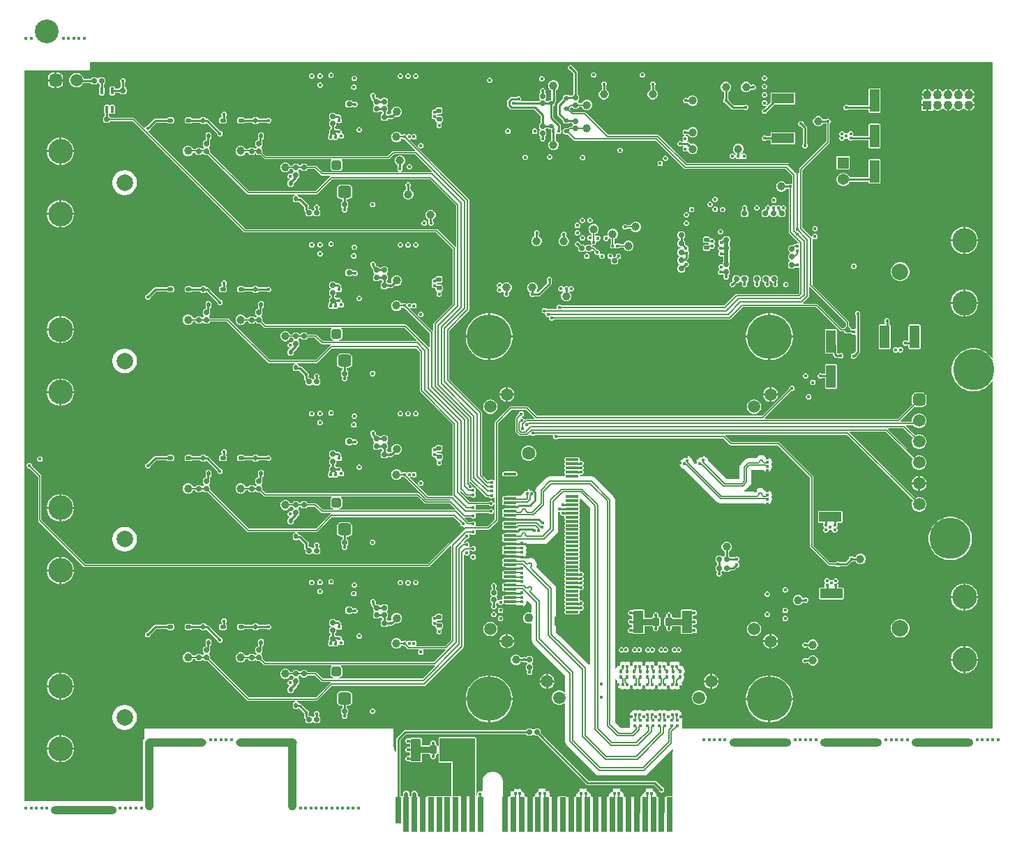
<source format=gbl>
G04*
G04 #@! TF.GenerationSoftware,Altium Limited,Altium Designer,23.0.1 (38)*
G04*
G04 Layer_Physical_Order=6*
G04 Layer_Color=16711680*
%FSAX25Y25*%
%MOIN*%
G70*
G04*
G04 #@! TF.SameCoordinates,6E8D14A1-A76B-48EF-8A5D-7AFE63AE9358*
G04*
G04*
G04 #@! TF.FilePolarity,Positive*
G04*
G01*
G75*
%ADD10C,0.00984*%
%ADD15C,0.00787*%
%ADD16C,0.02000*%
%ADD17C,0.00500*%
%ADD18C,0.01000*%
G04:AMPARAMS|DCode=28|XSize=23.62mil|YSize=23.62mil|CornerRadius=5.91mil|HoleSize=0mil|Usage=FLASHONLY|Rotation=180.000|XOffset=0mil|YOffset=0mil|HoleType=Round|Shape=RoundedRectangle|*
%AMROUNDEDRECTD28*
21,1,0.02362,0.01181,0,0,180.0*
21,1,0.01181,0.02362,0,0,180.0*
1,1,0.01181,-0.00591,0.00591*
1,1,0.01181,0.00591,0.00591*
1,1,0.01181,0.00591,-0.00591*
1,1,0.01181,-0.00591,-0.00591*
%
%ADD28ROUNDEDRECTD28*%
G04:AMPARAMS|DCode=29|XSize=23.62mil|YSize=23.62mil|CornerRadius=5.91mil|HoleSize=0mil|Usage=FLASHONLY|Rotation=270.000|XOffset=0mil|YOffset=0mil|HoleType=Round|Shape=RoundedRectangle|*
%AMROUNDEDRECTD29*
21,1,0.02362,0.01181,0,0,270.0*
21,1,0.01181,0.02362,0,0,270.0*
1,1,0.01181,-0.00591,-0.00591*
1,1,0.01181,-0.00591,0.00591*
1,1,0.01181,0.00591,0.00591*
1,1,0.01181,0.00591,-0.00591*
%
%ADD29ROUNDEDRECTD29*%
G04:AMPARAMS|DCode=30|XSize=25.2mil|YSize=25.2mil|CornerRadius=6.3mil|HoleSize=0mil|Usage=FLASHONLY|Rotation=270.000|XOffset=0mil|YOffset=0mil|HoleType=Round|Shape=RoundedRectangle|*
%AMROUNDEDRECTD30*
21,1,0.02520,0.01260,0,0,270.0*
21,1,0.01260,0.02520,0,0,270.0*
1,1,0.01260,-0.00630,-0.00630*
1,1,0.01260,-0.00630,0.00630*
1,1,0.01260,0.00630,0.00630*
1,1,0.01260,0.00630,-0.00630*
%
%ADD30ROUNDEDRECTD30*%
G04:AMPARAMS|DCode=35|XSize=39.37mil|YSize=35.43mil|CornerRadius=8.86mil|HoleSize=0mil|Usage=FLASHONLY|Rotation=90.000|XOffset=0mil|YOffset=0mil|HoleType=Round|Shape=RoundedRectangle|*
%AMROUNDEDRECTD35*
21,1,0.03937,0.01772,0,0,90.0*
21,1,0.02165,0.03543,0,0,90.0*
1,1,0.01772,0.00886,0.01083*
1,1,0.01772,0.00886,-0.01083*
1,1,0.01772,-0.00886,-0.01083*
1,1,0.01772,-0.00886,0.01083*
%
%ADD35ROUNDEDRECTD35*%
G04:AMPARAMS|DCode=37|XSize=25.2mil|YSize=25.2mil|CornerRadius=6.3mil|HoleSize=0mil|Usage=FLASHONLY|Rotation=180.000|XOffset=0mil|YOffset=0mil|HoleType=Round|Shape=RoundedRectangle|*
%AMROUNDEDRECTD37*
21,1,0.02520,0.01260,0,0,180.0*
21,1,0.01260,0.02520,0,0,180.0*
1,1,0.01260,-0.00630,0.00630*
1,1,0.01260,0.00630,0.00630*
1,1,0.01260,0.00630,-0.00630*
1,1,0.01260,-0.00630,-0.00630*
%
%ADD37ROUNDEDRECTD37*%
G04:AMPARAMS|DCode=67|XSize=13.78mil|YSize=15.75mil|CornerRadius=3.45mil|HoleSize=0mil|Usage=FLASHONLY|Rotation=0.000|XOffset=0mil|YOffset=0mil|HoleType=Round|Shape=RoundedRectangle|*
%AMROUNDEDRECTD67*
21,1,0.01378,0.00886,0,0,0.0*
21,1,0.00689,0.01575,0,0,0.0*
1,1,0.00689,0.00345,-0.00443*
1,1,0.00689,-0.00345,-0.00443*
1,1,0.00689,-0.00345,0.00443*
1,1,0.00689,0.00345,0.00443*
%
%ADD67ROUNDEDRECTD67*%
G04:AMPARAMS|DCode=72|XSize=16.54mil|YSize=18.11mil|CornerRadius=4.13mil|HoleSize=0mil|Usage=FLASHONLY|Rotation=0.000|XOffset=0mil|YOffset=0mil|HoleType=Round|Shape=RoundedRectangle|*
%AMROUNDEDRECTD72*
21,1,0.01654,0.00984,0,0,0.0*
21,1,0.00827,0.01811,0,0,0.0*
1,1,0.00827,0.00413,-0.00492*
1,1,0.00827,-0.00413,-0.00492*
1,1,0.00827,-0.00413,0.00492*
1,1,0.00827,0.00413,0.00492*
%
%ADD72ROUNDEDRECTD72*%
%ADD128C,0.01496*%
%ADD155R,0.02756X0.16535*%
%ADD156R,0.02756X0.12598*%
%ADD157C,0.01181*%
%ADD159C,0.01968*%
%ADD163C,0.02953*%
%ADD164C,0.00751*%
%ADD165C,0.02756*%
%ADD166O,0.29528X0.03937*%
%ADD167O,0.29134X0.03937*%
%ADD168O,0.03937X0.34449*%
%ADD169R,0.05386X0.05386*%
%ADD170C,0.05386*%
%ADD171C,0.04291*%
%ADD172R,0.04291X0.04291*%
%ADD173C,0.07874*%
G04:AMPARAMS|DCode=174|XSize=59.06mil|YSize=59.06mil|CornerRadius=14.76mil|HoleSize=0mil|Usage=FLASHONLY|Rotation=270.000|XOffset=0mil|YOffset=0mil|HoleType=Round|Shape=RoundedRectangle|*
%AMROUNDEDRECTD174*
21,1,0.05906,0.02953,0,0,270.0*
21,1,0.02953,0.05906,0,0,270.0*
1,1,0.02953,-0.01476,-0.01476*
1,1,0.02953,-0.01476,0.01476*
1,1,0.02953,0.01476,0.01476*
1,1,0.02953,0.01476,-0.01476*
%
%ADD174ROUNDEDRECTD174*%
%ADD175C,0.05906*%
%ADD176C,0.21260*%
%ADD177C,0.04300*%
%ADD178C,0.06300*%
%ADD179C,0.11811*%
G04:AMPARAMS|DCode=180|XSize=59.06mil|YSize=59.06mil|CornerRadius=14.76mil|HoleSize=0mil|Usage=FLASHONLY|Rotation=0.000|XOffset=0mil|YOffset=0mil|HoleType=Round|Shape=RoundedRectangle|*
%AMROUNDEDRECTD180*
21,1,0.05906,0.02953,0,0,0.0*
21,1,0.02953,0.05906,0,0,0.0*
1,1,0.02953,0.01476,-0.01476*
1,1,0.02953,-0.01476,-0.01476*
1,1,0.02953,-0.01476,0.01476*
1,1,0.02953,0.01476,0.01476*
%
%ADD180ROUNDEDRECTD180*%
%ADD181O,0.31496X0.03937*%
%ADD182C,0.19685*%
%ADD183C,0.11339*%
%ADD184C,0.01600*%
%ADD186C,0.03937*%
G04:AMPARAMS|DCode=187|XSize=18.5mil|YSize=23.62mil|CornerRadius=4.63mil|HoleSize=0mil|Usage=FLASHONLY|Rotation=270.000|XOffset=0mil|YOffset=0mil|HoleType=Round|Shape=RoundedRectangle|*
%AMROUNDEDRECTD187*
21,1,0.01850,0.01437,0,0,270.0*
21,1,0.00925,0.02362,0,0,270.0*
1,1,0.00925,-0.00719,-0.00463*
1,1,0.00925,-0.00719,0.00463*
1,1,0.00925,0.00719,0.00463*
1,1,0.00925,0.00719,-0.00463*
%
%ADD187ROUNDEDRECTD187*%
G04:AMPARAMS|DCode=188|XSize=25.59mil|YSize=19.68mil|CornerRadius=4.92mil|HoleSize=0mil|Usage=FLASHONLY|Rotation=0.000|XOffset=0mil|YOffset=0mil|HoleType=Round|Shape=RoundedRectangle|*
%AMROUNDEDRECTD188*
21,1,0.02559,0.00984,0,0,0.0*
21,1,0.01575,0.01968,0,0,0.0*
1,1,0.00984,0.00787,-0.00492*
1,1,0.00984,-0.00787,-0.00492*
1,1,0.00984,-0.00787,0.00492*
1,1,0.00984,0.00787,0.00492*
%
%ADD188ROUNDEDRECTD188*%
G04:AMPARAMS|DCode=189|XSize=18.5mil|YSize=23.62mil|CornerRadius=4.63mil|HoleSize=0mil|Usage=FLASHONLY|Rotation=180.000|XOffset=0mil|YOffset=0mil|HoleType=Round|Shape=RoundedRectangle|*
%AMROUNDEDRECTD189*
21,1,0.01850,0.01437,0,0,180.0*
21,1,0.00925,0.02362,0,0,180.0*
1,1,0.00925,-0.00463,0.00719*
1,1,0.00925,0.00463,0.00719*
1,1,0.00925,0.00463,-0.00719*
1,1,0.00925,-0.00463,-0.00719*
%
%ADD189ROUNDEDRECTD189*%
G04:AMPARAMS|DCode=190|XSize=47.24mil|YSize=47.24mil|CornerRadius=11.81mil|HoleSize=0mil|Usage=FLASHONLY|Rotation=0.000|XOffset=0mil|YOffset=0mil|HoleType=Round|Shape=RoundedRectangle|*
%AMROUNDEDRECTD190*
21,1,0.04724,0.02362,0,0,0.0*
21,1,0.02362,0.04724,0,0,0.0*
1,1,0.02362,0.01181,-0.01181*
1,1,0.02362,-0.01181,-0.01181*
1,1,0.02362,-0.01181,0.01181*
1,1,0.02362,0.01181,0.01181*
%
%ADD190ROUNDEDRECTD190*%
G04:AMPARAMS|DCode=191|XSize=62.99mil|YSize=59.06mil|CornerRadius=14.76mil|HoleSize=0mil|Usage=FLASHONLY|Rotation=0.000|XOffset=0mil|YOffset=0mil|HoleType=Round|Shape=RoundedRectangle|*
%AMROUNDEDRECTD191*
21,1,0.06299,0.02953,0,0,0.0*
21,1,0.03347,0.05906,0,0,0.0*
1,1,0.02953,0.01673,-0.01476*
1,1,0.02953,-0.01673,-0.01476*
1,1,0.02953,-0.01673,0.01476*
1,1,0.02953,0.01673,0.01476*
%
%ADD191ROUNDEDRECTD191*%
G04:AMPARAMS|DCode=192|XSize=19.68mil|YSize=19.68mil|CornerRadius=4.92mil|HoleSize=0mil|Usage=FLASHONLY|Rotation=180.000|XOffset=0mil|YOffset=0mil|HoleType=Round|Shape=RoundedRectangle|*
%AMROUNDEDRECTD192*
21,1,0.01968,0.00984,0,0,180.0*
21,1,0.00984,0.01968,0,0,180.0*
1,1,0.00984,-0.00492,0.00492*
1,1,0.00984,0.00492,0.00492*
1,1,0.00984,0.00492,-0.00492*
1,1,0.00984,-0.00492,-0.00492*
%
%ADD192ROUNDEDRECTD192*%
G04:AMPARAMS|DCode=193|XSize=23.62mil|YSize=21.65mil|CornerRadius=5.41mil|HoleSize=0mil|Usage=FLASHONLY|Rotation=180.000|XOffset=0mil|YOffset=0mil|HoleType=Round|Shape=RoundedRectangle|*
%AMROUNDEDRECTD193*
21,1,0.02362,0.01083,0,0,180.0*
21,1,0.01280,0.02165,0,0,180.0*
1,1,0.01083,-0.00640,0.00541*
1,1,0.01083,0.00640,0.00541*
1,1,0.01083,0.00640,-0.00541*
1,1,0.01083,-0.00640,-0.00541*
%
%ADD193ROUNDEDRECTD193*%
G04:AMPARAMS|DCode=194|XSize=22.84mil|YSize=62.21mil|CornerRadius=5.71mil|HoleSize=0mil|Usage=FLASHONLY|Rotation=180.000|XOffset=0mil|YOffset=0mil|HoleType=Round|Shape=RoundedRectangle|*
%AMROUNDEDRECTD194*
21,1,0.02284,0.05079,0,0,180.0*
21,1,0.01142,0.06221,0,0,180.0*
1,1,0.01142,-0.00571,0.02539*
1,1,0.01142,0.00571,0.02539*
1,1,0.01142,0.00571,-0.02539*
1,1,0.01142,-0.00571,-0.02539*
%
%ADD194ROUNDEDRECTD194*%
G04:AMPARAMS|DCode=195|XSize=108.27mil|YSize=47.24mil|CornerRadius=2.36mil|HoleSize=0mil|Usage=FLASHONLY|Rotation=90.000|XOffset=0mil|YOffset=0mil|HoleType=Round|Shape=RoundedRectangle|*
%AMROUNDEDRECTD195*
21,1,0.10827,0.04252,0,0,90.0*
21,1,0.10354,0.04724,0,0,90.0*
1,1,0.00472,0.02126,0.05177*
1,1,0.00472,0.02126,-0.05177*
1,1,0.00472,-0.02126,-0.05177*
1,1,0.00472,-0.02126,0.05177*
%
%ADD195ROUNDEDRECTD195*%
G04:AMPARAMS|DCode=196|XSize=108.27mil|YSize=47.24mil|CornerRadius=2.36mil|HoleSize=0mil|Usage=FLASHONLY|Rotation=180.000|XOffset=0mil|YOffset=0mil|HoleType=Round|Shape=RoundedRectangle|*
%AMROUNDEDRECTD196*
21,1,0.10827,0.04252,0,0,180.0*
21,1,0.10354,0.04724,0,0,180.0*
1,1,0.00472,-0.05177,0.02126*
1,1,0.00472,0.05177,0.02126*
1,1,0.00472,0.05177,-0.02126*
1,1,0.00472,-0.05177,-0.02126*
%
%ADD196ROUNDEDRECTD196*%
G04:AMPARAMS|DCode=197|XSize=149.61mil|YSize=79.92mil|CornerRadius=4mil|HoleSize=0mil|Usage=FLASHONLY|Rotation=90.000|XOffset=0mil|YOffset=0mil|HoleType=Round|Shape=RoundedRectangle|*
%AMROUNDEDRECTD197*
21,1,0.14961,0.07193,0,0,90.0*
21,1,0.14161,0.07992,0,0,90.0*
1,1,0.00799,0.03597,0.07081*
1,1,0.00799,0.03597,-0.07081*
1,1,0.00799,-0.03597,-0.07081*
1,1,0.00799,-0.03597,0.07081*
%
%ADD197ROUNDEDRECTD197*%
G04:AMPARAMS|DCode=198|XSize=15.75mil|YSize=33.47mil|CornerRadius=3.94mil|HoleSize=0mil|Usage=FLASHONLY|Rotation=0.000|XOffset=0mil|YOffset=0mil|HoleType=Round|Shape=RoundedRectangle|*
%AMROUNDEDRECTD198*
21,1,0.01575,0.02559,0,0,0.0*
21,1,0.00787,0.03347,0,0,0.0*
1,1,0.00787,0.00394,-0.01280*
1,1,0.00787,-0.00394,-0.01280*
1,1,0.00787,-0.00394,0.01280*
1,1,0.00787,0.00394,0.01280*
%
%ADD198ROUNDEDRECTD198*%
G04:AMPARAMS|DCode=199|XSize=149.61mil|YSize=79.92mil|CornerRadius=4mil|HoleSize=0mil|Usage=FLASHONLY|Rotation=0.000|XOffset=0mil|YOffset=0mil|HoleType=Round|Shape=RoundedRectangle|*
%AMROUNDEDRECTD199*
21,1,0.14961,0.07193,0,0,0.0*
21,1,0.14161,0.07992,0,0,0.0*
1,1,0.00799,0.07081,-0.03597*
1,1,0.00799,-0.07081,-0.03597*
1,1,0.00799,-0.07081,0.03597*
1,1,0.00799,0.07081,0.03597*
%
%ADD199ROUNDEDRECTD199*%
G04:AMPARAMS|DCode=200|XSize=12mil|YSize=61mil|CornerRadius=3mil|HoleSize=0mil|Usage=FLASHONLY|Rotation=90.000|XOffset=0mil|YOffset=0mil|HoleType=Round|Shape=RoundedRectangle|*
%AMROUNDEDRECTD200*
21,1,0.01200,0.05500,0,0,90.0*
21,1,0.00600,0.06100,0,0,90.0*
1,1,0.00600,0.02750,0.00300*
1,1,0.00600,0.02750,-0.00300*
1,1,0.00600,-0.02750,-0.00300*
1,1,0.00600,-0.02750,0.00300*
%
%ADD200ROUNDEDRECTD200*%
G04:AMPARAMS|DCode=201|XSize=47mil|YSize=108mil|CornerRadius=4.7mil|HoleSize=0mil|Usage=FLASHONLY|Rotation=90.000|XOffset=0mil|YOffset=0mil|HoleType=Round|Shape=RoundedRectangle|*
%AMROUNDEDRECTD201*
21,1,0.04700,0.09860,0,0,90.0*
21,1,0.03760,0.10800,0,0,90.0*
1,1,0.00940,0.04930,0.01880*
1,1,0.00940,0.04930,-0.01880*
1,1,0.00940,-0.04930,-0.01880*
1,1,0.00940,-0.04930,0.01880*
%
%ADD201ROUNDEDRECTD201*%
G36*
X0464026Y0239782D02*
X0463883Y0239748D01*
X0463526Y0239734D01*
X0462613Y0240990D01*
X0461462Y0242141D01*
X0460145Y0243098D01*
X0458695Y0243837D01*
X0457146Y0244340D01*
X0455538Y0244595D01*
X0453910D01*
X0452303Y0244340D01*
X0450754Y0243837D01*
X0449304Y0243098D01*
X0447987Y0242141D01*
X0446836Y0240990D01*
X0445879Y0239673D01*
X0445140Y0238222D01*
X0444637Y0236674D01*
X0444382Y0235066D01*
Y0233438D01*
X0444637Y0231830D01*
X0445140Y0230282D01*
X0445879Y0228831D01*
X0446836Y0227514D01*
X0447987Y0226363D01*
X0449304Y0225406D01*
X0450754Y0224667D01*
X0452303Y0224164D01*
X0453910Y0223909D01*
X0455538D01*
X0457146Y0224164D01*
X0458695Y0224667D01*
X0460145Y0225406D01*
X0461462Y0226363D01*
X0462613Y0227514D01*
X0463526Y0228770D01*
X0463883Y0228756D01*
X0464026Y0228722D01*
Y0062549D01*
X0315655D01*
X0315420Y0062990D01*
X0315525Y0063148D01*
X0315709Y0064075D01*
Y0064173D01*
X0315525Y0065100D01*
X0315289Y0065453D01*
X0315525Y0065805D01*
X0315709Y0066732D01*
Y0066831D01*
X0315525Y0067758D01*
X0315198Y0068246D01*
X0315354Y0069028D01*
Y0069258D01*
X0315170Y0070185D01*
X0314645Y0070970D01*
X0313859Y0071495D01*
X0312932Y0071680D01*
X0312005Y0071495D01*
X0311882Y0071413D01*
X0311759Y0071495D01*
X0310832Y0071680D01*
X0309905Y0071495D01*
X0309272Y0071073D01*
X0308929Y0071007D01*
X0308586Y0071073D01*
X0307953Y0071495D01*
X0307026Y0071680D01*
X0306100Y0071495D01*
X0305976Y0071413D01*
X0305853Y0071495D01*
X0304926Y0071680D01*
X0303999Y0071495D01*
X0303367Y0071073D01*
X0303024Y0071007D01*
X0302681Y0071073D01*
X0302048Y0071495D01*
X0301121Y0071680D01*
X0300194Y0071495D01*
X0300071Y0071413D01*
X0299948Y0071495D01*
X0299021Y0071680D01*
X0298094Y0071495D01*
X0297461Y0071073D01*
X0297118Y0071007D01*
X0296775Y0071073D01*
X0296142Y0071495D01*
X0295215Y0071680D01*
X0294288Y0071495D01*
X0294165Y0071413D01*
X0294042Y0071495D01*
X0293115Y0071680D01*
X0292188Y0071495D01*
X0291403Y0070970D01*
X0290878Y0070185D01*
X0290693Y0069258D01*
Y0069028D01*
X0290861Y0068183D01*
X0290577Y0067758D01*
X0290393Y0066831D01*
Y0066732D01*
X0290577Y0065805D01*
X0290813Y0065453D01*
X0290577Y0065100D01*
X0290393Y0064173D01*
Y0064075D01*
X0290536Y0063355D01*
X0290256Y0062916D01*
X0290172Y0062855D01*
X0286237D01*
X0283398Y0065695D01*
Y0086313D01*
X0283860Y0086443D01*
X0283898Y0086436D01*
X0284409Y0085670D01*
X0284684Y0085395D01*
Y0083760D01*
X0284869Y0082833D01*
X0285394Y0082047D01*
X0286179Y0081522D01*
X0287106Y0081338D01*
X0288033Y0081522D01*
X0288238Y0081659D01*
X0288443Y0081522D01*
X0289370Y0081338D01*
X0290297Y0081522D01*
X0291083Y0082047D01*
X0291398D01*
X0292183Y0081522D01*
X0293110Y0081338D01*
X0294037Y0081522D01*
X0294214Y0081640D01*
X0294391Y0081522D01*
X0295318Y0081338D01*
X0296245Y0081522D01*
X0297031Y0082047D01*
X0297303D01*
X0298089Y0081522D01*
X0299016Y0081338D01*
X0299943Y0081522D01*
X0300120Y0081640D01*
X0300297Y0081522D01*
X0301224Y0081338D01*
X0302151Y0081522D01*
X0302936Y0082047D01*
X0303209D01*
X0303994Y0081522D01*
X0304921Y0081338D01*
X0305848Y0081522D01*
X0306025Y0081640D01*
X0306202Y0081522D01*
X0307129Y0081338D01*
X0308056Y0081522D01*
X0308614Y0081895D01*
X0308978Y0082006D01*
X0309342Y0081895D01*
X0309900Y0081522D01*
X0310827Y0081338D01*
X0311754Y0081522D01*
X0311931Y0081640D01*
X0312108Y0081522D01*
X0313035Y0081338D01*
X0313962Y0081522D01*
X0314747Y0082047D01*
X0315272Y0082833D01*
X0315457Y0083760D01*
X0315313Y0084482D01*
Y0084802D01*
X0315788Y0085276D01*
X0316313Y0086062D01*
X0316497Y0086989D01*
Y0087441D01*
X0316313Y0088368D01*
X0316185Y0088559D01*
X0316608Y0089191D01*
X0316792Y0090118D01*
Y0090176D01*
X0316608Y0091103D01*
X0316083Y0091889D01*
X0315634Y0092337D01*
X0315459Y0092454D01*
X0315332Y0093095D01*
X0314807Y0093880D01*
X0314645Y0094043D01*
X0313859Y0094568D01*
X0312932Y0094752D01*
X0312005Y0094568D01*
X0311882Y0094486D01*
X0311759Y0094568D01*
X0310832Y0094752D01*
X0309905Y0094568D01*
X0309119Y0094043D01*
X0308560Y0094106D01*
X0307963Y0094505D01*
X0307036Y0094689D01*
X0306109Y0094505D01*
X0306026Y0094449D01*
X0305848Y0094568D01*
X0304921Y0094752D01*
X0303994Y0094568D01*
X0303209Y0094043D01*
X0302677Y0094147D01*
X0302048Y0094568D01*
X0301121Y0094752D01*
X0300194Y0094568D01*
X0300071Y0094486D01*
X0299948Y0094568D01*
X0299021Y0094752D01*
X0298094Y0094568D01*
X0297461Y0094145D01*
X0297118Y0094079D01*
X0296775Y0094145D01*
X0296142Y0094568D01*
X0295215Y0094752D01*
X0294288Y0094568D01*
X0294165Y0094486D01*
X0294042Y0094568D01*
X0293115Y0094752D01*
X0292189Y0094568D01*
X0291403Y0094043D01*
X0290870Y0094145D01*
X0290237Y0094568D01*
X0289310Y0094752D01*
X0288383Y0094568D01*
X0288260Y0094486D01*
X0288137Y0094568D01*
X0287210Y0094752D01*
X0286283Y0094568D01*
X0285497Y0094043D01*
X0285399Y0093944D01*
X0284874Y0093159D01*
X0284698Y0092276D01*
X0284311Y0091889D01*
X0283898Y0091271D01*
X0283398Y0091422D01*
Y0172073D01*
X0283213Y0173000D01*
X0282688Y0173786D01*
X0273885Y0182590D01*
X0273099Y0183115D01*
X0272172Y0183299D01*
X0266748D01*
X0266621Y0183672D01*
X0266736Y0183776D01*
X0267015Y0184002D01*
X0267502D01*
X0267980Y0184200D01*
X0268346Y0184565D01*
X0268544Y0185043D01*
Y0185560D01*
X0268346Y0186038D01*
X0268032Y0186352D01*
X0268346Y0186665D01*
X0268544Y0187143D01*
Y0187660D01*
X0268346Y0188138D01*
X0268032Y0188452D01*
X0268346Y0188765D01*
X0268544Y0189243D01*
Y0189760D01*
X0268346Y0190238D01*
X0267980Y0190604D01*
X0267502Y0190802D01*
X0266985D01*
X0266916Y0190773D01*
X0266654Y0190925D01*
X0266459Y0191125D01*
Y0191639D01*
X0266397Y0191951D01*
X0266220Y0192215D01*
X0265956Y0192392D01*
X0265644Y0192454D01*
X0260144D01*
X0259832Y0192392D01*
X0259567Y0192215D01*
X0259390Y0191951D01*
X0259328Y0191639D01*
Y0191039D01*
X0259390Y0190726D01*
X0259527Y0190354D01*
X0259390Y0189982D01*
X0259328Y0189670D01*
Y0189070D01*
X0259390Y0188758D01*
X0259567Y0188493D01*
Y0188278D01*
X0259390Y0188014D01*
X0259328Y0187702D01*
Y0187102D01*
X0259390Y0186789D01*
X0259527Y0186417D01*
X0259390Y0186045D01*
X0259328Y0185733D01*
Y0185133D01*
X0259390Y0184821D01*
X0259527Y0184449D01*
X0259390Y0184077D01*
X0259328Y0183765D01*
Y0183299D01*
X0252336D01*
X0251409Y0183115D01*
X0250623Y0182590D01*
X0246347Y0178314D01*
X0245822Y0177528D01*
X0245681Y0176819D01*
X0245456Y0176720D01*
X0245156Y0176655D01*
X0244431Y0177139D01*
X0243504Y0177324D01*
X0242577Y0177139D01*
X0242486Y0177079D01*
X0242331Y0177182D01*
X0241404Y0177367D01*
X0240477Y0177182D01*
X0239692Y0176657D01*
X0239167Y0175872D01*
X0238982Y0174945D01*
X0238783Y0174701D01*
X0236824D01*
X0236150Y0174836D01*
X0234156D01*
X0234096Y0174875D01*
X0233169Y0175060D01*
X0232242Y0174875D01*
X0231457Y0174351D01*
X0231058Y0173753D01*
X0230419D01*
X0230107Y0173691D01*
X0229842Y0173515D01*
X0229666Y0173250D01*
X0229604Y0172938D01*
Y0172338D01*
X0229666Y0172026D01*
X0229842Y0171761D01*
Y0171546D01*
X0229666Y0171281D01*
X0229604Y0170969D01*
Y0170369D01*
X0229666Y0170057D01*
X0229842Y0169792D01*
X0230107Y0169616D01*
X0230419Y0169554D01*
X0231058D01*
X0231457Y0168957D01*
X0232242Y0168431D01*
X0232651Y0168350D01*
X0232661Y0168331D01*
X0232613Y0167848D01*
X0230419D01*
X0230107Y0167786D01*
X0229842Y0167609D01*
X0229666Y0167344D01*
X0229604Y0167032D01*
Y0166432D01*
X0229666Y0166120D01*
X0229803Y0165748D01*
X0229666Y0165376D01*
X0229604Y0165064D01*
Y0164464D01*
X0229666Y0164152D01*
X0229842Y0163887D01*
X0230107Y0163710D01*
X0230419Y0163648D01*
X0231058D01*
X0231457Y0163051D01*
Y0162540D01*
X0231058Y0161942D01*
X0230419D01*
X0230107Y0161880D01*
X0229842Y0161704D01*
X0229666Y0161439D01*
X0229604Y0161127D01*
Y0160527D01*
X0229666Y0160215D01*
X0229803Y0159843D01*
X0229666Y0159470D01*
X0229604Y0159158D01*
Y0158558D01*
X0229666Y0158246D01*
X0229842Y0157982D01*
X0230107Y0157805D01*
X0230419Y0157743D01*
X0231058D01*
X0231415Y0157208D01*
X0231465Y0157006D01*
Y0156774D01*
X0231415Y0156572D01*
X0231058Y0156037D01*
X0230419D01*
X0230107Y0155975D01*
X0229842Y0155798D01*
X0229666Y0155533D01*
X0229604Y0155221D01*
Y0154621D01*
X0229666Y0154309D01*
X0229803Y0153937D01*
X0229666Y0153565D01*
X0229604Y0153253D01*
Y0152653D01*
X0229666Y0152341D01*
X0229842Y0152076D01*
X0230107Y0151899D01*
X0230419Y0151837D01*
X0231058D01*
X0231457Y0151240D01*
X0231465Y0151234D01*
Y0150734D01*
X0231457Y0150728D01*
X0231058Y0150131D01*
X0230419D01*
X0230107Y0150069D01*
X0229842Y0149892D01*
X0229666Y0149628D01*
X0229604Y0149316D01*
Y0148716D01*
X0229666Y0148404D01*
X0229803Y0148031D01*
X0229666Y0147659D01*
X0229604Y0147347D01*
Y0146747D01*
X0229666Y0146435D01*
X0229842Y0146170D01*
X0230107Y0145994D01*
X0230419Y0145932D01*
X0231090D01*
X0231438Y0145412D01*
X0231457Y0144823D01*
X0231058Y0144226D01*
X0230419D01*
X0230107Y0144164D01*
X0229842Y0143987D01*
X0229666Y0143722D01*
X0229604Y0143410D01*
Y0142810D01*
X0229666Y0142498D01*
X0229842Y0142234D01*
Y0142018D01*
X0229666Y0141754D01*
X0229604Y0141442D01*
Y0140842D01*
X0229666Y0140530D01*
X0229842Y0140265D01*
X0230107Y0140088D01*
X0230419Y0140026D01*
X0231058D01*
X0231415Y0139491D01*
X0231465Y0139289D01*
Y0139057D01*
X0231415Y0138855D01*
X0231058Y0138320D01*
X0230419D01*
X0230107Y0138258D01*
X0229842Y0138082D01*
X0229666Y0137817D01*
X0229604Y0137505D01*
Y0136905D01*
X0229666Y0136593D01*
X0229803Y0136221D01*
X0229666Y0135848D01*
X0229604Y0135536D01*
Y0134936D01*
X0229666Y0134624D01*
X0229842Y0134359D01*
X0230107Y0134183D01*
X0230419Y0134121D01*
X0231090D01*
X0231438Y0133601D01*
X0231457Y0133012D01*
X0231058Y0132415D01*
X0230419D01*
X0230107Y0132353D01*
X0229842Y0132176D01*
X0229666Y0131911D01*
X0229604Y0131599D01*
Y0130999D01*
X0229666Y0130687D01*
X0229803Y0130315D01*
X0229666Y0129943D01*
X0229604Y0129631D01*
Y0129031D01*
X0229666Y0128719D01*
X0229842Y0128454D01*
X0230107Y0128277D01*
X0230419Y0128215D01*
X0231058D01*
X0231415Y0127680D01*
X0231465Y0127478D01*
Y0127246D01*
X0231415Y0127044D01*
X0231058Y0126509D01*
X0230419D01*
X0230107Y0126447D01*
X0229842Y0126270D01*
X0229666Y0126006D01*
X0229604Y0125694D01*
Y0125094D01*
X0229666Y0124782D01*
X0229773Y0124490D01*
X0229584Y0124326D01*
X0229287Y0124212D01*
X0228999Y0124331D01*
X0228482D01*
X0228004Y0124134D01*
X0227793Y0123923D01*
X0227293Y0124130D01*
Y0124803D01*
X0227208Y0125229D01*
X0226967Y0125589D01*
X0226795Y0125705D01*
Y0126264D01*
X0226967Y0126379D01*
X0227208Y0126740D01*
X0227293Y0127165D01*
Y0128347D01*
X0227208Y0128772D01*
X0226967Y0129133D01*
X0226610Y0129371D01*
Y0130087D01*
X0226693Y0130169D01*
X0226890Y0130647D01*
Y0131164D01*
X0226693Y0131642D01*
X0226327Y0132008D01*
X0225849Y0132205D01*
X0225332D01*
X0224854Y0132008D01*
X0224488Y0131642D01*
X0224290Y0131164D01*
Y0130647D01*
X0224488Y0130169D01*
X0224571Y0130087D01*
Y0129371D01*
X0224214Y0129133D01*
X0223973Y0128772D01*
X0223888Y0128347D01*
Y0127165D01*
X0223973Y0126740D01*
X0224214Y0126379D01*
X0224386Y0126264D01*
Y0125705D01*
X0224214Y0125589D01*
X0223973Y0125229D01*
X0223888Y0124803D01*
Y0123622D01*
X0223973Y0123196D01*
X0224214Y0122836D01*
X0224571Y0122597D01*
Y0121882D01*
X0224488Y0121799D01*
X0224290Y0121322D01*
Y0120804D01*
X0224488Y0120327D01*
X0224854Y0119961D01*
X0225332Y0119763D01*
X0225849D01*
X0226327Y0119961D01*
X0226693Y0120327D01*
X0226890Y0120804D01*
Y0121322D01*
X0226693Y0121799D01*
X0226610Y0121882D01*
Y0122469D01*
X0227011Y0122802D01*
X0227477Y0122683D01*
X0227638Y0122295D01*
X0228004Y0121929D01*
X0228482Y0121731D01*
X0228999D01*
X0229476Y0121929D01*
X0229842Y0122295D01*
X0230103Y0122374D01*
X0230107Y0122372D01*
X0230419Y0122310D01*
X0231058D01*
X0231457Y0121713D01*
X0231555Y0121614D01*
X0232341Y0121089D01*
X0233268Y0120905D01*
X0238769D01*
X0239695Y0121089D01*
X0240481Y0121614D01*
X0241006Y0122400D01*
X0241191Y0123327D01*
X0241105Y0123759D01*
X0241565Y0124005D01*
X0243543Y0122028D01*
Y0118301D01*
X0243042Y0118049D01*
X0242475Y0118201D01*
X0241777D01*
X0241103Y0118021D01*
X0240499Y0117672D01*
X0240005Y0117178D01*
X0239657Y0116574D01*
X0239476Y0115900D01*
Y0115202D01*
X0239657Y0114528D01*
X0240005Y0113924D01*
X0240499Y0113431D01*
X0241103Y0113082D01*
X0241777Y0112901D01*
X0242475D01*
X0243042Y0113053D01*
X0243543Y0112802D01*
Y0105120D01*
X0243727Y0104193D01*
X0244252Y0103408D01*
X0259586Y0088074D01*
Y0080216D01*
X0259086Y0080008D01*
X0258884Y0080210D01*
X0258097Y0080665D01*
X0257218Y0080900D01*
X0256309D01*
X0255431Y0080665D01*
X0254644Y0080210D01*
X0254001Y0079567D01*
X0253546Y0078780D01*
X0253311Y0077902D01*
Y0076993D01*
X0253546Y0076115D01*
X0254001Y0075327D01*
X0254644Y0074685D01*
X0255431Y0074230D01*
X0256309Y0073995D01*
X0257218D01*
X0258097Y0074230D01*
X0258884Y0074685D01*
X0259086Y0074887D01*
X0259586Y0074679D01*
Y0056595D01*
X0259770Y0055668D01*
X0260295Y0054882D01*
X0274145Y0041032D01*
X0274931Y0040507D01*
X0275857Y0040323D01*
X0297270D01*
X0298197Y0040507D01*
X0298983Y0041032D01*
X0310740Y0052790D01*
X0311201Y0052543D01*
X0311058Y0051825D01*
Y0051736D01*
X0311037Y0051649D01*
X0311002Y0050945D01*
X0311006Y0050915D01*
X0311000Y0050886D01*
Y0030421D01*
X0307768D01*
Y0029921D01*
X0303650D01*
Y0030421D01*
X0303325D01*
Y0031696D01*
X0303141Y0032623D01*
X0302616Y0033409D01*
X0301830Y0033934D01*
X0300903Y0034119D01*
X0299976Y0033934D01*
X0299853Y0033852D01*
X0299730Y0033934D01*
X0298803Y0034119D01*
X0297876Y0033934D01*
X0297090Y0033409D01*
X0296565Y0032623D01*
X0296381Y0031696D01*
Y0030421D01*
X0295957D01*
Y0029921D01*
X0287902D01*
Y0030421D01*
X0287577D01*
Y0031752D01*
X0287392Y0032679D01*
X0286867Y0033465D01*
X0286081Y0033990D01*
X0285155Y0034174D01*
X0284228Y0033990D01*
X0284104Y0033908D01*
X0283981Y0033990D01*
X0283054Y0034174D01*
X0282128Y0033990D01*
X0281342Y0033465D01*
X0280817Y0032679D01*
X0280632Y0031752D01*
Y0030421D01*
X0280209D01*
Y0029921D01*
X0272153D01*
Y0030421D01*
X0271829D01*
Y0031666D01*
X0271644Y0032593D01*
X0271119Y0033379D01*
X0270333Y0033904D01*
X0269407Y0034088D01*
X0268480Y0033904D01*
X0268356Y0033822D01*
X0268233Y0033904D01*
X0267306Y0034088D01*
X0266380Y0033904D01*
X0265594Y0033379D01*
X0265069Y0032593D01*
X0264884Y0031666D01*
Y0030421D01*
X0264461D01*
Y0029921D01*
X0260343D01*
Y0030421D01*
X0256587D01*
Y0029921D01*
X0252468D01*
Y0030421D01*
X0252144D01*
Y0031708D01*
X0251959Y0032635D01*
X0251434Y0033421D01*
X0250648Y0033946D01*
X0249722Y0034130D01*
X0248795Y0033946D01*
X0248672Y0033863D01*
X0248548Y0033946D01*
X0247621Y0034130D01*
X0246695Y0033946D01*
X0245909Y0033421D01*
X0245384Y0032635D01*
X0245199Y0031708D01*
Y0030421D01*
X0244776D01*
Y0029921D01*
X0240657D01*
Y0030421D01*
X0240333D01*
Y0031533D01*
X0240148Y0032460D01*
X0239623Y0033246D01*
X0238837Y0033771D01*
X0237911Y0033955D01*
X0236984Y0033771D01*
X0236860Y0033688D01*
X0236737Y0033771D01*
X0235810Y0033955D01*
X0234884Y0033771D01*
X0234098Y0033246D01*
X0233573Y0032460D01*
X0233388Y0031533D01*
Y0030421D01*
X0232965D01*
Y0029921D01*
X0229944D01*
Y0037205D01*
X0229937Y0037244D01*
X0229942Y0037284D01*
X0229910Y0037772D01*
X0229879Y0037886D01*
X0229871Y0038005D01*
X0229619Y0038948D01*
X0229549Y0039089D01*
X0229498Y0039238D01*
X0229010Y0040084D01*
X0228906Y0040202D01*
X0228819Y0040333D01*
X0228128Y0041023D01*
X0227997Y0041111D01*
X0227879Y0041215D01*
X0227033Y0041703D01*
X0226884Y0041754D01*
X0226743Y0041823D01*
X0225800Y0042076D01*
X0225643Y0042086D01*
X0225488Y0042117D01*
X0224512D01*
X0224357Y0042086D01*
X0224200Y0042076D01*
X0223257Y0041823D01*
X0223116Y0041754D01*
X0222967Y0041703D01*
X0222121Y0041215D01*
X0222003Y0041111D01*
X0221872Y0041023D01*
X0221181Y0040333D01*
X0221094Y0040202D01*
X0220990Y0040084D01*
X0220502Y0039238D01*
X0220451Y0039089D01*
X0220381Y0038948D01*
X0220129Y0038005D01*
X0220121Y0037886D01*
X0220090Y0037772D01*
X0220058Y0037284D01*
X0220063Y0037244D01*
X0220056Y0037205D01*
Y0032892D01*
X0219556Y0032656D01*
X0219218Y0032796D01*
X0218701D01*
X0218224Y0032598D01*
X0217858Y0032232D01*
X0217660Y0031755D01*
Y0031238D01*
X0217691Y0031162D01*
X0217381Y0030678D01*
X0217176Y0030687D01*
X0217125Y0030710D01*
X0217077Y0030863D01*
Y0058071D01*
X0216918Y0058454D01*
X0216535Y0058612D01*
X0199705D01*
X0199322Y0058454D01*
X0199163Y0058071D01*
Y0054453D01*
X0198663Y0054307D01*
X0198440Y0054641D01*
X0197982Y0054947D01*
X0197822Y0055489D01*
X0197855Y0055569D01*
Y0056086D01*
X0197657Y0056564D01*
X0197292Y0056930D01*
X0196814Y0057128D01*
X0196297D01*
X0195819Y0056930D01*
X0195453Y0056564D01*
X0195255Y0056086D01*
Y0055569D01*
X0195288Y0055489D01*
X0195129Y0054947D01*
X0194670Y0054641D01*
X0194626Y0054574D01*
X0191164D01*
Y0057638D01*
X0191107Y0057925D01*
X0190944Y0058169D01*
X0190701Y0058331D01*
X0190413Y0058388D01*
X0186161D01*
X0185874Y0058331D01*
X0185631Y0058169D01*
X0185337Y0057948D01*
X0184976Y0058013D01*
X0184785Y0058091D01*
X0184268D01*
X0183790Y0057893D01*
X0183425Y0057528D01*
X0183227Y0057050D01*
Y0056533D01*
X0183425Y0056055D01*
X0183790Y0055689D01*
X0184268Y0055491D01*
X0184785D01*
X0184911Y0055543D01*
X0185411Y0055209D01*
Y0054141D01*
X0184911Y0053807D01*
X0184785Y0053859D01*
X0184268D01*
X0183790Y0053661D01*
X0183425Y0053295D01*
X0183227Y0052818D01*
Y0052301D01*
X0183425Y0051823D01*
X0183790Y0051457D01*
X0184268Y0051259D01*
X0184785D01*
X0184911Y0051311D01*
X0185411Y0050977D01*
Y0049909D01*
X0184911Y0049575D01*
X0184785Y0049627D01*
X0184268D01*
X0183790Y0049429D01*
X0183425Y0049063D01*
X0183227Y0048585D01*
Y0048068D01*
X0183425Y0047590D01*
X0183790Y0047225D01*
X0184268Y0047027D01*
X0184785D01*
X0184939Y0047091D01*
X0185444Y0047000D01*
X0185566Y0046850D01*
X0185631Y0046753D01*
X0185874Y0046590D01*
X0186161Y0046533D01*
X0190413D01*
X0190701Y0046590D01*
X0190944Y0046753D01*
X0191107Y0046996D01*
X0191164Y0047284D01*
Y0050544D01*
X0194626D01*
X0194670Y0050477D01*
X0195129Y0050171D01*
X0195288Y0049629D01*
X0195255Y0049549D01*
Y0049032D01*
X0195453Y0048554D01*
X0195819Y0048188D01*
X0196297Y0047991D01*
X0196814D01*
X0197292Y0048188D01*
X0197657Y0048554D01*
X0197855Y0049032D01*
Y0049549D01*
X0197822Y0049629D01*
X0197982Y0050171D01*
X0198440Y0050477D01*
X0198663Y0050812D01*
X0199163Y0050665D01*
Y0046949D01*
X0199322Y0046566D01*
X0199705Y0046408D01*
X0205364D01*
Y0030863D01*
X0205246Y0030489D01*
X0204902Y0030421D01*
X0201468D01*
Y0030421D01*
X0201287D01*
Y0030421D01*
X0197531D01*
Y0030421D01*
X0197350D01*
Y0030421D01*
X0193595D01*
Y0029921D01*
X0189476D01*
Y0030421D01*
X0189128D01*
Y0031496D01*
X0189011Y0032081D01*
X0188680Y0032577D01*
X0188184Y0032909D01*
X0187598Y0033026D01*
X0187013Y0032909D01*
X0186517Y0032577D01*
X0186185Y0032081D01*
X0186069Y0031496D01*
Y0030777D01*
X0185721Y0030421D01*
X0185691D01*
X0185191Y0030777D01*
Y0031496D01*
X0185074Y0032081D01*
X0184743Y0032577D01*
X0184247Y0032909D01*
X0183661Y0033026D01*
X0183076Y0032909D01*
X0182580Y0032577D01*
X0182248Y0032081D01*
X0182132Y0031496D01*
Y0030777D01*
X0181783Y0030421D01*
X0181602D01*
Y0030421D01*
X0180842D01*
Y0057156D01*
X0183690Y0060004D01*
X0241003D01*
X0241241Y0059647D01*
X0241602Y0059406D01*
X0242028Y0059321D01*
X0243209D01*
X0243634Y0059406D01*
X0243995Y0059647D01*
X0244110Y0059819D01*
X0244670D01*
X0244785Y0059647D01*
X0245145Y0059406D01*
X0245571Y0059321D01*
X0246422D01*
X0269653Y0036090D01*
X0269984Y0035869D01*
X0270374Y0035791D01*
X0301940D01*
X0304409Y0033323D01*
Y0033206D01*
X0304607Y0032728D01*
X0304972Y0032362D01*
X0305450Y0032165D01*
X0305967D01*
X0306445Y0032362D01*
X0306811Y0032728D01*
X0307009Y0033206D01*
Y0033723D01*
X0306811Y0034201D01*
X0306445Y0034567D01*
X0305967Y0034765D01*
X0305851D01*
X0303083Y0037532D01*
X0302752Y0037753D01*
X0302362Y0037831D01*
X0270796D01*
X0247864Y0060763D01*
Y0061614D01*
X0247779Y0062040D01*
X0247538Y0062400D01*
X0247178Y0062641D01*
X0246752Y0062726D01*
X0245571D01*
X0245145Y0062641D01*
X0244785Y0062400D01*
X0244670Y0062228D01*
X0244110D01*
X0243995Y0062400D01*
X0243634Y0062641D01*
X0243209Y0062726D01*
X0242028D01*
X0241602Y0062641D01*
X0241241Y0062400D01*
X0241003Y0062043D01*
X0183268D01*
X0182878Y0061966D01*
X0182547Y0061745D01*
X0179102Y0058300D01*
X0178881Y0057969D01*
X0178803Y0057579D01*
Y0051846D01*
X0178312Y0051825D01*
X0178037Y0053206D01*
X0177992Y0053316D01*
X0177969Y0053432D01*
X0177707Y0054065D01*
Y0062206D01*
X0177548Y0062589D01*
X0177165Y0062747D01*
X0059055Y0062748D01*
X0058672Y0062589D01*
X0058514Y0062206D01*
X0058514Y0058080D01*
X0058503Y0058069D01*
X0058242Y0057678D01*
X0057942Y0056955D01*
X0057851Y0056494D01*
Y0056102D01*
X0057851Y0028100D01*
X0001204D01*
Y0377412D01*
X0031890D01*
X0032272Y0377570D01*
X0032431Y0377953D01*
Y0381349D01*
X0464026D01*
Y0239782D01*
D02*
G37*
G36*
X0271397Y0168190D02*
Y0093358D01*
X0270918Y0093213D01*
X0270877Y0093274D01*
X0258208Y0105944D01*
X0258208Y0105944D01*
X0257030Y0107122D01*
X0257030Y0107122D01*
X0255346Y0108805D01*
Y0129652D01*
X0255162Y0130579D01*
X0254637Y0131365D01*
X0245995Y0140007D01*
X0245995Y0140007D01*
X0245911Y0140091D01*
X0245965Y0140221D01*
X0246077Y0141069D01*
X0245965Y0141918D01*
X0245637Y0142709D01*
X0245285Y0143168D01*
X0245129Y0143401D01*
X0244896Y0143557D01*
X0244437Y0143909D01*
X0243646Y0144237D01*
X0242798Y0144349D01*
X0241949Y0144237D01*
X0241819Y0144183D01*
X0241538Y0144464D01*
X0240835Y0144934D01*
X0240749Y0145007D01*
X0240668Y0145516D01*
X0241006Y0146022D01*
X0241191Y0146949D01*
X0241006Y0147876D01*
X0240910Y0148020D01*
X0240956Y0148089D01*
X0241140Y0149016D01*
X0240956Y0149943D01*
X0240658Y0150389D01*
X0240925Y0150889D01*
X0249473D01*
X0250400Y0151074D01*
X0251185Y0151599D01*
X0255621Y0156035D01*
X0256146Y0156820D01*
X0256331Y0157747D01*
Y0166216D01*
X0256631Y0166417D01*
X0256872D01*
X0257230Y0166022D01*
X0257244Y0165955D01*
Y0165489D01*
X0257442Y0165012D01*
X0257807Y0164646D01*
X0258285Y0164448D01*
X0258802D01*
X0258899Y0164488D01*
X0259338Y0164129D01*
X0259328Y0164079D01*
Y0163479D01*
X0259390Y0163167D01*
X0259527Y0162795D01*
X0259390Y0162423D01*
X0259328Y0162111D01*
Y0161511D01*
X0259390Y0161199D01*
X0259567Y0160934D01*
Y0160719D01*
X0259390Y0160455D01*
X0259328Y0160143D01*
Y0159543D01*
X0259390Y0159230D01*
X0259527Y0158858D01*
X0259390Y0158486D01*
X0259328Y0158174D01*
Y0157574D01*
X0259390Y0157262D01*
X0259527Y0156890D01*
X0259390Y0156518D01*
X0259328Y0156205D01*
Y0155605D01*
X0259390Y0155293D01*
X0259567Y0155029D01*
Y0154814D01*
X0259390Y0154549D01*
X0259328Y0154237D01*
Y0153637D01*
X0259390Y0153325D01*
X0259527Y0152953D01*
X0259390Y0152581D01*
X0259328Y0152269D01*
Y0151669D01*
X0259390Y0151356D01*
X0259567Y0151092D01*
Y0150877D01*
X0259390Y0150612D01*
X0259328Y0150300D01*
Y0149700D01*
X0259390Y0149388D01*
X0259527Y0149016D01*
X0259390Y0148644D01*
X0259328Y0148331D01*
Y0147731D01*
X0259390Y0147419D01*
X0259527Y0147047D01*
X0259390Y0146675D01*
X0259328Y0146363D01*
Y0145763D01*
X0259390Y0145451D01*
X0259567Y0145186D01*
Y0144971D01*
X0259390Y0144707D01*
X0259328Y0144395D01*
Y0143795D01*
X0259390Y0143482D01*
X0259527Y0143110D01*
X0259390Y0142738D01*
X0259328Y0142426D01*
Y0141826D01*
X0259390Y0141514D01*
X0259567Y0141249D01*
Y0141034D01*
X0259390Y0140770D01*
X0259328Y0140457D01*
Y0139857D01*
X0259390Y0139545D01*
X0259527Y0139173D01*
X0259390Y0138801D01*
X0259328Y0138489D01*
Y0137889D01*
X0259390Y0137577D01*
X0259527Y0137205D01*
X0259390Y0136833D01*
X0259328Y0136521D01*
Y0135921D01*
X0259390Y0135608D01*
X0259567Y0135344D01*
Y0135129D01*
X0259390Y0134864D01*
X0259328Y0134552D01*
Y0133952D01*
X0259390Y0133640D01*
X0259527Y0133268D01*
X0259390Y0132896D01*
X0259328Y0132583D01*
Y0131983D01*
X0259390Y0131671D01*
X0259567Y0131407D01*
Y0131192D01*
X0259390Y0130927D01*
X0259328Y0130615D01*
Y0130015D01*
X0259390Y0129703D01*
X0259527Y0129331D01*
X0259390Y0128959D01*
X0259328Y0128647D01*
Y0128047D01*
X0259390Y0127734D01*
X0259527Y0127362D01*
X0259390Y0126990D01*
X0259328Y0126678D01*
Y0126078D01*
X0259390Y0125766D01*
X0259527Y0125394D01*
X0259390Y0125022D01*
X0259328Y0124709D01*
Y0124109D01*
X0259390Y0123797D01*
X0259527Y0123425D01*
X0259390Y0123053D01*
X0259328Y0122741D01*
Y0122141D01*
X0259390Y0121829D01*
X0259527Y0121457D01*
X0259390Y0121085D01*
X0259328Y0120773D01*
Y0120173D01*
X0259390Y0119860D01*
X0259527Y0119488D01*
X0259390Y0119116D01*
X0259328Y0118804D01*
Y0118204D01*
X0259390Y0117892D01*
X0259567Y0117627D01*
X0259832Y0117450D01*
X0260144Y0117388D01*
X0265644D01*
X0265956Y0117450D01*
X0266220Y0117627D01*
X0266397Y0117892D01*
X0266459Y0118204D01*
Y0118804D01*
X0266450Y0118853D01*
X0266888Y0119213D01*
X0266985Y0119172D01*
X0267502D01*
X0267980Y0119370D01*
X0268346Y0119736D01*
X0268544Y0120214D01*
Y0120731D01*
X0268346Y0121209D01*
X0268032Y0121522D01*
X0268346Y0121836D01*
X0268544Y0122314D01*
Y0122831D01*
X0268346Y0123309D01*
X0267980Y0123674D01*
X0267502Y0123872D01*
X0266985D01*
X0266916Y0123844D01*
X0266654Y0123996D01*
X0266459Y0124196D01*
Y0124709D01*
X0266397Y0125022D01*
X0266260Y0125394D01*
X0266397Y0125766D01*
X0266459Y0126078D01*
Y0126678D01*
X0266397Y0126990D01*
X0266260Y0127362D01*
X0266397Y0127734D01*
X0266459Y0128047D01*
Y0128527D01*
X0266714Y0128772D01*
X0266923Y0128876D01*
X0266985Y0128850D01*
X0267502D01*
X0267980Y0129048D01*
X0268346Y0129414D01*
X0268544Y0129892D01*
Y0130409D01*
X0268346Y0130887D01*
X0268032Y0131200D01*
X0268346Y0131514D01*
X0268544Y0131992D01*
Y0132509D01*
X0268346Y0132987D01*
X0268032Y0133300D01*
X0268346Y0133614D01*
X0268544Y0134092D01*
Y0134609D01*
X0268346Y0135087D01*
X0268032Y0135400D01*
X0268346Y0135714D01*
X0268544Y0136192D01*
Y0136709D01*
X0268346Y0137187D01*
X0267980Y0137552D01*
X0267502Y0137750D01*
X0266985D01*
X0266938Y0137731D01*
X0266810Y0137773D01*
X0266459Y0138074D01*
Y0138489D01*
X0266397Y0138801D01*
X0266260Y0139173D01*
X0266397Y0139545D01*
X0266459Y0139857D01*
Y0140457D01*
X0266397Y0140770D01*
X0266220Y0141034D01*
Y0141249D01*
X0266397Y0141514D01*
X0266459Y0141826D01*
Y0142426D01*
X0266397Y0142738D01*
X0266260Y0143110D01*
X0266397Y0143482D01*
X0266459Y0143795D01*
Y0144395D01*
X0266397Y0144707D01*
X0266220Y0144971D01*
Y0145186D01*
X0266397Y0145451D01*
X0266459Y0145763D01*
Y0146363D01*
X0266397Y0146675D01*
X0266260Y0147047D01*
X0266397Y0147419D01*
X0266459Y0147731D01*
Y0148331D01*
X0266397Y0148644D01*
X0266260Y0149016D01*
X0266397Y0149388D01*
X0266459Y0149700D01*
Y0150300D01*
X0266397Y0150612D01*
X0266220Y0150877D01*
Y0151092D01*
X0266397Y0151356D01*
X0266459Y0151669D01*
Y0152269D01*
X0266397Y0152581D01*
X0266260Y0152953D01*
X0266397Y0153325D01*
X0266459Y0153637D01*
Y0154237D01*
X0266397Y0154549D01*
X0266220Y0154814D01*
Y0155029D01*
X0266397Y0155293D01*
X0266459Y0155605D01*
Y0156205D01*
X0266397Y0156518D01*
X0266260Y0156890D01*
X0266397Y0157262D01*
X0266459Y0157574D01*
Y0158174D01*
X0266397Y0158486D01*
X0266260Y0158858D01*
X0266397Y0159230D01*
X0266459Y0159543D01*
Y0160143D01*
X0266397Y0160455D01*
X0266220Y0160719D01*
Y0160934D01*
X0266397Y0161199D01*
X0266459Y0161511D01*
Y0162111D01*
X0266397Y0162423D01*
X0266260Y0162795D01*
X0266397Y0163167D01*
X0266459Y0163479D01*
Y0164079D01*
X0266397Y0164392D01*
X0266260Y0164764D01*
X0266397Y0165136D01*
X0266459Y0165448D01*
Y0166048D01*
X0266397Y0166360D01*
X0266260Y0166732D01*
X0266397Y0167104D01*
X0266459Y0167417D01*
Y0168017D01*
X0266397Y0168329D01*
X0266260Y0168701D01*
X0266397Y0169073D01*
X0266459Y0169385D01*
Y0169985D01*
X0266397Y0170297D01*
X0266260Y0170669D01*
X0266397Y0171041D01*
X0266459Y0171353D01*
Y0171953D01*
X0266400Y0172251D01*
X0266398Y0172267D01*
X0266486Y0172393D01*
X0267137Y0172450D01*
X0271397Y0168190D01*
D02*
G37*
G36*
X0216535Y0030512D02*
X0205906D01*
Y0046949D01*
X0199705D01*
Y0058071D01*
X0216535D01*
Y0030512D01*
D02*
G37*
%LPC*%
G36*
X0273467Y0376498D02*
X0272950D01*
X0272472Y0376300D01*
X0272107Y0375934D01*
X0271909Y0375456D01*
Y0374939D01*
X0272107Y0374461D01*
X0272472Y0374096D01*
X0272950Y0373898D01*
X0273467D01*
X0273945Y0374096D01*
X0274311Y0374461D01*
X0274509Y0374939D01*
Y0375456D01*
X0274311Y0375934D01*
X0273945Y0376300D01*
X0273467Y0376498D01*
D02*
G37*
G36*
X0296814Y0376498D02*
X0296297D01*
X0295819Y0376300D01*
X0295453Y0375934D01*
X0295255Y0375456D01*
Y0374939D01*
X0295453Y0374461D01*
X0295819Y0374096D01*
X0296297Y0373898D01*
X0296814D01*
X0297291Y0374096D01*
X0297657Y0374461D01*
X0297855Y0374939D01*
Y0375456D01*
X0297657Y0375934D01*
X0297291Y0376300D01*
X0296814Y0376498D01*
D02*
G37*
G36*
X0147995Y0376300D02*
X0147478D01*
X0147000Y0376102D01*
X0146634Y0375736D01*
X0146436Y0375259D01*
Y0374741D01*
X0146634Y0374264D01*
X0147000Y0373898D01*
X0147478Y0373700D01*
X0147995D01*
X0148473Y0373898D01*
X0148838Y0374264D01*
X0149036Y0374741D01*
Y0375259D01*
X0148838Y0375736D01*
X0148473Y0376102D01*
X0147995Y0376300D01*
D02*
G37*
G36*
X0142680Y0376005D02*
X0142163D01*
X0141685Y0375807D01*
X0141319Y0375441D01*
X0141121Y0374963D01*
Y0374446D01*
X0141319Y0373968D01*
X0141685Y0373603D01*
X0142163Y0373405D01*
X0142680D01*
X0143158Y0373603D01*
X0143523Y0373968D01*
X0143721Y0374446D01*
Y0374963D01*
X0143523Y0375441D01*
X0143158Y0375807D01*
X0142680Y0376005D01*
D02*
G37*
G36*
X0188515Y0375945D02*
X0187998D01*
X0187520Y0375747D01*
X0187155Y0375381D01*
X0186957Y0374903D01*
Y0374386D01*
X0187155Y0373908D01*
X0187520Y0373543D01*
X0187998Y0373345D01*
X0188515D01*
X0188993Y0373543D01*
X0189359Y0373908D01*
X0189557Y0374386D01*
Y0374903D01*
X0189359Y0375381D01*
X0188993Y0375747D01*
X0188515Y0375945D01*
D02*
G37*
G36*
X0181079Y0375933D02*
X0180561D01*
X0180084Y0375735D01*
X0179718Y0375369D01*
X0179520Y0374891D01*
Y0374374D01*
X0179718Y0373896D01*
X0180084Y0373531D01*
X0180561Y0373333D01*
X0181079D01*
X0181556Y0373531D01*
X0181922Y0373896D01*
X0182120Y0374374D01*
Y0374891D01*
X0181922Y0375369D01*
X0181556Y0375735D01*
X0181079Y0375933D01*
D02*
G37*
G36*
X0138743Y0375923D02*
X0138226D01*
X0137748Y0375726D01*
X0137382Y0375360D01*
X0137184Y0374882D01*
Y0374365D01*
X0137382Y0373887D01*
X0137748Y0373521D01*
X0138226Y0373323D01*
X0138743D01*
X0139221Y0373521D01*
X0139586Y0373887D01*
X0139784Y0374365D01*
Y0374882D01*
X0139586Y0375360D01*
X0139221Y0375726D01*
X0138743Y0375923D01*
D02*
G37*
G36*
X0184806Y0375906D02*
X0184289D01*
X0183811Y0375708D01*
X0183445Y0375343D01*
X0183247Y0374865D01*
Y0374348D01*
X0183445Y0373870D01*
X0183811Y0373504D01*
X0184289Y0373306D01*
X0184806D01*
X0185284Y0373504D01*
X0185649Y0373870D01*
X0185847Y0374348D01*
Y0374865D01*
X0185649Y0375343D01*
X0185284Y0375708D01*
X0184806Y0375906D01*
D02*
G37*
G36*
X0017539Y0376231D02*
X0016563D01*
Y0373138D01*
X0019656D01*
Y0374114D01*
X0019495Y0374924D01*
X0019036Y0375611D01*
X0018350Y0376070D01*
X0017539Y0376231D01*
D02*
G37*
G36*
X0015563D02*
X0014587D01*
X0013777Y0376070D01*
X0013090Y0375611D01*
X0012631Y0374924D01*
X0012470Y0374114D01*
Y0373138D01*
X0015563D01*
Y0376231D01*
D02*
G37*
G36*
X0355081Y0374922D02*
X0354564D01*
X0354086Y0374724D01*
X0353721Y0374358D01*
X0353523Y0373881D01*
Y0373363D01*
X0353721Y0372886D01*
X0354086Y0372520D01*
X0354564Y0372322D01*
X0355081D01*
X0355559Y0372520D01*
X0355925Y0372886D01*
X0356123Y0373363D01*
Y0373881D01*
X0355925Y0374358D01*
X0355559Y0374724D01*
X0355081Y0374922D01*
D02*
G37*
G36*
X0159117Y0374824D02*
X0158600D01*
X0158122Y0374626D01*
X0157756Y0374260D01*
X0157558Y0373782D01*
Y0373265D01*
X0157756Y0372787D01*
X0158122Y0372422D01*
X0158600Y0372224D01*
X0159117D01*
X0159595Y0372422D01*
X0159960Y0372787D01*
X0160158Y0373265D01*
Y0373782D01*
X0159960Y0374260D01*
X0159595Y0374626D01*
X0159117Y0374824D01*
D02*
G37*
G36*
X0248684Y0374627D02*
X0248167D01*
X0247689Y0374429D01*
X0247323Y0374063D01*
X0247125Y0373585D01*
Y0373068D01*
X0247323Y0372590D01*
X0247689Y0372225D01*
X0248167Y0372027D01*
X0248684D01*
X0249162Y0372225D01*
X0249527Y0372590D01*
X0249725Y0373068D01*
Y0373585D01*
X0249527Y0374063D01*
X0249162Y0374429D01*
X0248684Y0374627D01*
D02*
G37*
G36*
X0223782Y0373938D02*
X0223265D01*
X0222787Y0373740D01*
X0222422Y0373374D01*
X0222224Y0372896D01*
Y0372379D01*
X0222422Y0371901D01*
X0222787Y0371536D01*
X0223265Y0371338D01*
X0223782D01*
X0224260Y0371536D01*
X0224626Y0371901D01*
X0224824Y0372379D01*
Y0372896D01*
X0224626Y0373374D01*
X0224260Y0373740D01*
X0223782Y0373938D01*
D02*
G37*
G36*
X0142720Y0371662D02*
X0142203D01*
X0141725Y0371464D01*
X0141360Y0371098D01*
X0141162Y0370621D01*
Y0370103D01*
X0141360Y0369626D01*
X0141725Y0369260D01*
X0142203Y0369062D01*
X0142720D01*
X0143198Y0369260D01*
X0143564Y0369626D01*
X0143762Y0370103D01*
Y0370621D01*
X0143564Y0371098D01*
X0143198Y0371464D01*
X0142720Y0371662D01*
D02*
G37*
G36*
X0019656Y0372138D02*
X0016563D01*
Y0369044D01*
X0017539D01*
X0018350Y0369205D01*
X0019036Y0369664D01*
X0019495Y0370351D01*
X0019656Y0371161D01*
Y0372138D01*
D02*
G37*
G36*
X0015563D02*
X0012470D01*
Y0371161D01*
X0012631Y0370351D01*
X0013090Y0369664D01*
X0013777Y0369205D01*
X0014587Y0369044D01*
X0015563D01*
Y0372138D01*
D02*
G37*
G36*
X0048585Y0373642D02*
X0048068D01*
X0047590Y0373445D01*
X0047225Y0373079D01*
X0047027Y0372601D01*
Y0372084D01*
X0047225Y0371606D01*
X0047307Y0371524D01*
Y0369460D01*
X0047256Y0369450D01*
X0046882Y0369200D01*
X0046633Y0368827D01*
X0046609Y0368707D01*
X0044514D01*
Y0368898D01*
X0044444Y0369246D01*
X0044247Y0369542D01*
X0043951Y0369740D01*
X0043602Y0369809D01*
X0042815D01*
X0042466Y0369740D01*
X0042171Y0369542D01*
X0041973Y0369246D01*
X0041904Y0368898D01*
Y0366339D01*
X0041973Y0365990D01*
X0042171Y0365694D01*
X0042466Y0365497D01*
X0042815Y0365427D01*
X0043602D01*
X0043951Y0365497D01*
X0044247Y0365694D01*
X0044444Y0365990D01*
X0044514Y0366339D01*
Y0366667D01*
X0046644D01*
X0046882Y0366311D01*
X0047256Y0366062D01*
X0047697Y0365974D01*
X0048957D01*
X0049398Y0366062D01*
X0049771Y0366311D01*
X0050021Y0366685D01*
X0050109Y0367126D01*
Y0368386D01*
X0050021Y0368827D01*
X0049771Y0369200D01*
X0049398Y0369450D01*
X0049346Y0369460D01*
Y0371524D01*
X0049429Y0371606D01*
X0049627Y0372084D01*
Y0372601D01*
X0049429Y0373079D01*
X0049063Y0373445D01*
X0048585Y0373642D01*
D02*
G37*
G36*
X0355081Y0370985D02*
X0354564D01*
X0354086Y0370787D01*
X0353721Y0370421D01*
X0353523Y0369944D01*
Y0369426D01*
X0353721Y0368949D01*
X0354086Y0368583D01*
X0354564Y0368385D01*
X0355081D01*
X0355559Y0368583D01*
X0355925Y0368949D01*
X0356123Y0369426D01*
Y0369944D01*
X0355925Y0370421D01*
X0355559Y0370787D01*
X0355081Y0370985D01*
D02*
G37*
G36*
X0346574Y0371858D02*
X0345592D01*
X0344684Y0371483D01*
X0343990Y0370788D01*
X0343614Y0369881D01*
Y0368899D01*
X0343990Y0367992D01*
X0344684Y0367297D01*
X0345592Y0366921D01*
X0346574D01*
X0347481Y0367297D01*
X0348175Y0367992D01*
X0348221Y0368102D01*
X0348693Y0368288D01*
X0349171Y0368090D01*
X0349688D01*
X0350166Y0368288D01*
X0350531Y0368653D01*
X0350729Y0369131D01*
Y0369649D01*
X0350531Y0370126D01*
X0350166Y0370492D01*
X0349688Y0370690D01*
X0349171D01*
X0348693Y0370492D01*
X0348221Y0370677D01*
X0348175Y0370788D01*
X0347481Y0371483D01*
X0346574Y0371858D01*
D02*
G37*
G36*
X0158931Y0370621D02*
X0158414D01*
X0157936Y0370423D01*
X0157570Y0370057D01*
X0157372Y0369579D01*
Y0369062D01*
X0157570Y0368584D01*
X0157936Y0368219D01*
X0158414Y0368021D01*
X0158931D01*
X0159408Y0368219D01*
X0159774Y0368584D01*
X0159972Y0369062D01*
Y0369579D01*
X0159774Y0370057D01*
X0159408Y0370423D01*
X0158931Y0370621D01*
D02*
G37*
G36*
X0452138Y0368457D02*
X0451578Y0368307D01*
X0450952Y0367945D01*
X0450441Y0367434D01*
X0450388Y0367342D01*
X0449888D01*
X0449835Y0367434D01*
X0449324Y0367945D01*
X0448698Y0368307D01*
X0448138Y0368457D01*
Y0365748D01*
X0447138D01*
Y0368457D01*
X0446578Y0368307D01*
X0445952Y0367945D01*
X0445441Y0367434D01*
X0445388Y0367342D01*
X0444888D01*
X0444835Y0367434D01*
X0444324Y0367945D01*
X0443698Y0368307D01*
X0443138Y0368457D01*
Y0365748D01*
X0442138D01*
Y0368457D01*
X0441578Y0368307D01*
X0440952Y0367945D01*
X0440441Y0367434D01*
X0440388Y0367342D01*
X0439888D01*
X0439835Y0367434D01*
X0439324Y0367945D01*
X0438698Y0368307D01*
X0438138Y0368457D01*
Y0365748D01*
X0437138D01*
Y0368457D01*
X0436578Y0368307D01*
X0435952Y0367945D01*
X0435441Y0367434D01*
X0435388Y0367342D01*
X0434888D01*
X0434835Y0367434D01*
X0434324Y0367945D01*
X0433698Y0368307D01*
X0433138Y0368457D01*
Y0365748D01*
X0432638D01*
Y0365248D01*
X0429929D01*
X0430079Y0364688D01*
X0430441Y0364062D01*
X0430509Y0363994D01*
X0430302Y0363494D01*
X0429892D01*
Y0361248D01*
X0432638D01*
Y0360748D01*
X0433138D01*
Y0358002D01*
X0435384D01*
Y0358554D01*
X0435884Y0358761D01*
X0436013Y0358631D01*
X0436617Y0358283D01*
X0437289Y0358102D01*
X0437986D01*
X0438659Y0358283D01*
X0439262Y0358631D01*
X0439755Y0359123D01*
X0439830Y0359254D01*
X0440330D01*
X0440441Y0359062D01*
X0440952Y0358551D01*
X0441578Y0358190D01*
X0442138Y0358039D01*
Y0360748D01*
X0443138D01*
Y0358039D01*
X0443698Y0358190D01*
X0444324Y0358551D01*
X0444835Y0359062D01*
X0444945Y0359254D01*
X0445445D01*
X0445521Y0359123D01*
X0446013Y0358631D01*
X0446617Y0358283D01*
X0447290Y0358102D01*
X0447986D01*
X0448659Y0358283D01*
X0449262Y0358631D01*
X0449755Y0359123D01*
X0449830Y0359254D01*
X0450330D01*
X0450441Y0359062D01*
X0450952Y0358551D01*
X0451578Y0358190D01*
X0452138Y0358039D01*
Y0360748D01*
X0452638D01*
Y0361248D01*
X0455346D01*
X0455196Y0361808D01*
X0454835Y0362434D01*
X0454324Y0362945D01*
X0454232Y0362998D01*
Y0363498D01*
X0454324Y0363551D01*
X0454835Y0364062D01*
X0455196Y0364688D01*
X0455346Y0365248D01*
X0452638D01*
Y0365748D01*
X0452138D01*
Y0368457D01*
D02*
G37*
G36*
X0453138D02*
Y0366248D01*
X0455346D01*
X0455196Y0366808D01*
X0454835Y0367434D01*
X0454324Y0367945D01*
X0453698Y0368307D01*
X0453138Y0368457D01*
D02*
G37*
G36*
X0432138D02*
X0431578Y0368307D01*
X0430952Y0367945D01*
X0430441Y0367434D01*
X0430079Y0366808D01*
X0429929Y0366248D01*
X0432138D01*
Y0368457D01*
D02*
G37*
G36*
X0026518Y0376091D02*
X0025608D01*
X0024730Y0375855D01*
X0023943Y0375401D01*
X0023300Y0374758D01*
X0022846Y0373971D01*
X0022610Y0373092D01*
Y0372183D01*
X0022846Y0371305D01*
X0023300Y0370518D01*
X0023943Y0369875D01*
X0024730Y0369420D01*
X0025608Y0369185D01*
X0026518D01*
X0027396Y0369420D01*
X0028183Y0369875D01*
X0028826Y0370518D01*
X0029280Y0371305D01*
X0029314Y0371431D01*
X0032928D01*
X0032929Y0371425D01*
X0033170Y0371064D01*
X0033531Y0370823D01*
X0033957Y0370739D01*
X0035138D01*
X0035563Y0370823D01*
X0035924Y0371064D01*
X0036039Y0371236D01*
X0036599D01*
X0036714Y0371064D01*
X0037071Y0370826D01*
Y0369554D01*
X0037053Y0369542D01*
X0036855Y0369246D01*
X0036786Y0368898D01*
Y0366339D01*
X0036855Y0365990D01*
X0037053Y0365694D01*
X0037348Y0365497D01*
X0037697Y0365427D01*
X0038484D01*
X0038833Y0365497D01*
X0039129Y0365694D01*
X0039326Y0365990D01*
X0039395Y0366339D01*
Y0368898D01*
X0039326Y0369246D01*
X0039129Y0369542D01*
X0039110Y0369554D01*
Y0370826D01*
X0039467Y0371064D01*
X0039708Y0371425D01*
X0039793Y0371850D01*
Y0373031D01*
X0039708Y0373457D01*
X0039467Y0373818D01*
X0039107Y0374059D01*
X0038681Y0374143D01*
X0037500D01*
X0037075Y0374059D01*
X0036714Y0373818D01*
X0036599Y0373645D01*
X0036039D01*
X0035924Y0373818D01*
X0035563Y0374059D01*
X0035138Y0374143D01*
X0033957D01*
X0033531Y0374059D01*
X0033170Y0373818D01*
X0032938Y0373470D01*
X0029414D01*
X0029280Y0373971D01*
X0028826Y0374758D01*
X0028183Y0375401D01*
X0027396Y0375855D01*
X0026518Y0376091D01*
D02*
G37*
G36*
X0262463Y0380040D02*
X0261946D01*
X0261468Y0379842D01*
X0261103Y0379476D01*
X0260905Y0378999D01*
Y0378482D01*
X0261103Y0378004D01*
X0261468Y0377638D01*
X0261946Y0377440D01*
X0262063D01*
X0263547Y0375956D01*
Y0365986D01*
X0263190Y0365747D01*
X0262949Y0365386D01*
X0262930Y0365291D01*
X0261773D01*
X0261747Y0365330D01*
X0261429Y0365543D01*
X0261053Y0365617D01*
X0259616D01*
X0259241Y0365543D01*
X0258922Y0365330D01*
X0258709Y0365011D01*
X0258635Y0364636D01*
Y0363915D01*
X0256267Y0361548D01*
X0256046Y0361217D01*
X0255969Y0360827D01*
Y0356437D01*
X0256046Y0356047D01*
X0256267Y0355716D01*
X0258635Y0353349D01*
Y0352884D01*
X0258709Y0352508D01*
X0258922Y0352190D01*
X0259241Y0351977D01*
X0259616Y0351902D01*
X0261053D01*
X0261429Y0351977D01*
X0261747Y0352190D01*
X0261773Y0352228D01*
X0262930D01*
X0262949Y0352134D01*
X0263190Y0351773D01*
X0263363Y0351658D01*
Y0351098D01*
X0263190Y0350983D01*
X0262949Y0350622D01*
X0262899Y0350371D01*
X0261968D01*
X0261676Y0350313D01*
X0261428Y0350147D01*
X0261428Y0350147D01*
X0260953Y0349672D01*
X0259616D01*
X0259241Y0349598D01*
X0258922Y0349385D01*
X0258709Y0349066D01*
X0258635Y0348691D01*
Y0347766D01*
X0258709Y0347390D01*
X0258922Y0347072D01*
X0259241Y0346859D01*
X0259616Y0346784D01*
X0260953D01*
X0263692Y0344046D01*
X0263692Y0344046D01*
X0263940Y0343880D01*
X0264232Y0343822D01*
X0303030D01*
X0316388Y0330463D01*
X0316636Y0330297D01*
X0316929Y0330239D01*
X0342421D01*
X0342421Y0330239D01*
X0364779D01*
X0368133Y0326885D01*
Y0323422D01*
X0367633Y0323088D01*
X0367483Y0323150D01*
X0366966D01*
X0366488Y0322953D01*
X0366406Y0322870D01*
X0365143D01*
X0364986Y0323249D01*
X0364292Y0323943D01*
X0363385Y0324319D01*
X0362403D01*
X0361495Y0323943D01*
X0360801Y0323249D01*
X0360425Y0322341D01*
Y0321359D01*
X0360801Y0320452D01*
X0361495Y0319758D01*
X0362403Y0319382D01*
X0363385D01*
X0364292Y0319758D01*
X0364986Y0320452D01*
X0365143Y0320831D01*
X0366406D01*
X0366460Y0320777D01*
Y0300072D01*
X0366518Y0299779D01*
X0366684Y0299531D01*
X0371136Y0295079D01*
X0370852Y0294655D01*
X0370731Y0294706D01*
X0370214D01*
X0369736Y0294508D01*
X0369522Y0294294D01*
X0369268D01*
X0368920Y0294225D01*
X0368624Y0294027D01*
X0368426Y0293829D01*
X0367421D01*
X0366996Y0293744D01*
X0366635Y0293503D01*
X0366394Y0293142D01*
X0366309Y0292717D01*
Y0291535D01*
X0366394Y0291110D01*
X0366635Y0290749D01*
X0366996Y0290508D01*
X0367230Y0290462D01*
Y0289952D01*
X0366996Y0289905D01*
X0366635Y0289664D01*
X0366394Y0289303D01*
X0366309Y0288878D01*
Y0287697D01*
X0366394Y0287271D01*
X0366635Y0286911D01*
X0366989Y0286674D01*
X0366995Y0286641D01*
X0366981Y0286163D01*
X0366882Y0286143D01*
X0366508Y0285893D01*
X0366259Y0285520D01*
X0366171Y0285079D01*
Y0283819D01*
X0366259Y0283378D01*
X0366508Y0283004D01*
X0366882Y0282754D01*
X0367323Y0282667D01*
X0368583D01*
X0369023Y0282754D01*
X0369397Y0283004D01*
X0369435Y0283060D01*
X0369824Y0283326D01*
X0370111Y0283241D01*
X0370333Y0283149D01*
X0370850D01*
X0370979Y0283203D01*
X0371479Y0282868D01*
Y0271032D01*
X0370897Y0270450D01*
X0341437D01*
X0341437Y0270450D01*
X0341144Y0270392D01*
X0340896Y0270226D01*
X0340896Y0270226D01*
X0335608Y0264938D01*
X0257963D01*
X0257626Y0265275D01*
X0257148Y0265473D01*
X0256631D01*
X0256153Y0265275D01*
X0255788Y0264910D01*
X0255590Y0264432D01*
Y0263915D01*
X0255652Y0263765D01*
X0255318Y0263265D01*
X0250779D01*
X0250441Y0263602D01*
X0249963Y0263800D01*
X0249446D01*
X0248968Y0263602D01*
X0248603Y0263236D01*
X0248405Y0262759D01*
Y0262241D01*
X0248603Y0261764D01*
X0248968Y0261398D01*
X0249446Y0261200D01*
X0249723D01*
X0250031Y0261055D01*
X0250176Y0260747D01*
Y0260470D01*
X0250374Y0259992D01*
X0250740Y0259626D01*
X0251218Y0259428D01*
X0251495D01*
X0251803Y0259283D01*
X0251948Y0258975D01*
Y0258698D01*
X0252146Y0258220D01*
X0252512Y0257855D01*
X0252989Y0257657D01*
X0253507D01*
X0253984Y0257855D01*
X0254322Y0258192D01*
X0338189D01*
X0338482Y0258250D01*
X0338730Y0258416D01*
X0344510Y0264196D01*
X0379631D01*
X0391021Y0252806D01*
X0391269Y0252640D01*
X0391562Y0252582D01*
X0392820D01*
X0392870Y0252330D01*
X0393111Y0251970D01*
X0393472Y0251729D01*
X0393898Y0251644D01*
X0395079D01*
X0395369Y0251702D01*
X0396307D01*
X0396339Y0251626D01*
X0396705Y0251260D01*
X0397182Y0251062D01*
X0397699D01*
X0397896Y0251144D01*
X0398396Y0250826D01*
Y0243145D01*
X0397299Y0242048D01*
X0397182D01*
X0396705Y0241850D01*
X0396339Y0241484D01*
X0396141Y0241007D01*
Y0240489D01*
X0396339Y0240012D01*
X0396705Y0239646D01*
X0397182Y0239448D01*
X0397699D01*
X0398177Y0239646D01*
X0398543Y0240012D01*
X0398741Y0240489D01*
Y0240606D01*
X0400137Y0242002D01*
X0400358Y0242333D01*
X0400436Y0242723D01*
Y0260198D01*
X0400518Y0260281D01*
X0400716Y0260758D01*
Y0261276D01*
X0400518Y0261753D01*
X0400152Y0262119D01*
X0399675Y0262317D01*
X0399157D01*
X0398680Y0262119D01*
X0398314Y0261753D01*
X0398116Y0261276D01*
Y0260758D01*
X0398314Y0260281D01*
X0398396Y0260198D01*
Y0253899D01*
X0397896Y0253581D01*
X0397699Y0253662D01*
X0397257D01*
X0397255Y0253663D01*
X0396865Y0253741D01*
X0396191D01*
Y0253937D01*
X0396106Y0254363D01*
X0395865Y0254723D01*
X0395504Y0254964D01*
X0395253Y0255014D01*
Y0257087D01*
X0395195Y0257379D01*
X0395029Y0257627D01*
X0377811Y0274845D01*
Y0282480D01*
Y0296628D01*
X0378302Y0296845D01*
X0378779Y0296647D01*
X0379296D01*
X0379774Y0296845D01*
X0380140Y0297211D01*
X0380338Y0297689D01*
Y0298206D01*
X0380140Y0298684D01*
X0379774Y0299049D01*
X0379296Y0299247D01*
X0378779D01*
X0378302Y0299049D01*
X0377936Y0298684D01*
X0377738Y0298206D01*
Y0298066D01*
X0377238Y0297859D01*
X0373009Y0302088D01*
Y0329703D01*
X0385777Y0342471D01*
X0385777Y0342471D01*
X0385943Y0342719D01*
X0386001Y0343012D01*
X0386001Y0343012D01*
Y0351977D01*
X0386338Y0352315D01*
X0386536Y0352793D01*
Y0353310D01*
X0386338Y0353788D01*
X0385973Y0354153D01*
X0385495Y0354351D01*
X0384978D01*
X0384500Y0354153D01*
X0384417Y0354071D01*
X0382761D01*
X0382605Y0354450D01*
X0381910Y0355144D01*
X0381003Y0355520D01*
X0380021D01*
X0379114Y0355144D01*
X0378419Y0354450D01*
X0378043Y0353542D01*
Y0352560D01*
X0378419Y0351653D01*
X0379114Y0350958D01*
X0380021Y0350583D01*
X0381003D01*
X0381910Y0350958D01*
X0382605Y0351653D01*
X0382761Y0352032D01*
X0384417D01*
X0384472Y0351977D01*
Y0343328D01*
X0371703Y0330560D01*
X0371538Y0330312D01*
X0371479Y0330020D01*
Y0328597D01*
X0371123Y0328443D01*
X0370979Y0328429D01*
X0366683Y0332726D01*
X0366434Y0332892D01*
X0366142Y0332950D01*
X0317735D01*
X0304376Y0346308D01*
X0304128Y0346474D01*
X0303836Y0346532D01*
X0280140D01*
X0269537Y0357135D01*
X0269289Y0357301D01*
X0268996Y0357359D01*
X0263368D01*
X0262035Y0358693D01*
Y0359418D01*
X0262437Y0359821D01*
X0262598Y0359818D01*
X0263023Y0359700D01*
X0263190Y0359450D01*
X0263551Y0359209D01*
X0263976Y0359124D01*
X0265158D01*
X0265583Y0359209D01*
X0265944Y0359450D01*
X0266185Y0359811D01*
X0266235Y0360062D01*
X0267625D01*
X0267888Y0359429D01*
X0268582Y0358734D01*
X0269489Y0358358D01*
X0270471D01*
X0271379Y0358734D01*
X0272073Y0359429D01*
X0272449Y0360336D01*
Y0361318D01*
X0272073Y0362225D01*
X0271379Y0362919D01*
X0270471Y0363295D01*
X0269489D01*
X0268582Y0362919D01*
X0267888Y0362225D01*
X0267625Y0361592D01*
X0266235D01*
X0266185Y0361843D01*
X0265944Y0362204D01*
X0265771Y0362319D01*
Y0362878D01*
X0265944Y0362993D01*
X0266185Y0363354D01*
X0266269Y0363780D01*
Y0364961D01*
X0266185Y0365386D01*
X0265944Y0365747D01*
X0265586Y0365986D01*
Y0376378D01*
X0265509Y0376768D01*
X0265288Y0377099D01*
X0263505Y0378882D01*
Y0378999D01*
X0263307Y0379476D01*
X0262941Y0379842D01*
X0262463Y0380040D01*
D02*
G37*
G36*
X0355081Y0367048D02*
X0354564D01*
X0354086Y0366850D01*
X0353721Y0366484D01*
X0353523Y0366007D01*
Y0365489D01*
X0353721Y0365012D01*
X0354086Y0364646D01*
X0354564Y0364448D01*
X0355081D01*
X0355559Y0364646D01*
X0355925Y0365012D01*
X0356123Y0365489D01*
Y0366007D01*
X0355925Y0366484D01*
X0355559Y0366850D01*
X0355081Y0367048D01*
D02*
G37*
G36*
X0320964Y0365362D02*
X0319981D01*
X0319074Y0364986D01*
X0318380Y0364292D01*
X0318354Y0364230D01*
X0317903Y0363996D01*
X0317425Y0364194D01*
X0316908D01*
X0316430Y0363996D01*
X0316065Y0363630D01*
X0315867Y0363152D01*
Y0362635D01*
X0316065Y0362157D01*
X0316430Y0361792D01*
X0316908Y0361594D01*
X0317425D01*
X0317903Y0361792D01*
X0318354Y0361557D01*
X0318380Y0361495D01*
X0319074Y0360801D01*
X0319981Y0360425D01*
X0320964D01*
X0321871Y0360801D01*
X0322565Y0361495D01*
X0322941Y0362403D01*
Y0363385D01*
X0322565Y0364292D01*
X0321871Y0364986D01*
X0320964Y0365362D01*
D02*
G37*
G36*
X0278489Y0372088D02*
X0277972D01*
X0277494Y0371890D01*
X0277128Y0371524D01*
X0276930Y0371046D01*
Y0370529D01*
X0277128Y0370051D01*
X0277170Y0370009D01*
Y0368211D01*
X0276751Y0368038D01*
X0276057Y0367343D01*
X0275681Y0366436D01*
Y0365454D01*
X0276057Y0364547D01*
X0276751Y0363852D01*
X0277659Y0363476D01*
X0278641D01*
X0279548Y0363852D01*
X0280242Y0364547D01*
X0280618Y0365454D01*
Y0366436D01*
X0280242Y0367343D01*
X0279548Y0368038D01*
X0279209Y0368178D01*
Y0369929D01*
X0279332Y0370051D01*
X0279530Y0370529D01*
Y0371046D01*
X0279332Y0371524D01*
X0278967Y0371890D01*
X0278489Y0372088D01*
D02*
G37*
G36*
X0301835Y0372088D02*
X0301318D01*
X0300840Y0371890D01*
X0300475Y0371524D01*
X0300277Y0371046D01*
Y0370529D01*
X0300475Y0370051D01*
X0300507Y0370019D01*
Y0368215D01*
X0300078Y0368038D01*
X0299384Y0367343D01*
X0299008Y0366436D01*
Y0365454D01*
X0299384Y0364547D01*
X0300078Y0363852D01*
X0300985Y0363476D01*
X0301967D01*
X0302875Y0363852D01*
X0303569Y0364547D01*
X0303945Y0365454D01*
Y0366436D01*
X0303569Y0367343D01*
X0302875Y0368038D01*
X0302546Y0368174D01*
Y0369847D01*
X0302564Y0369937D01*
X0302679Y0370051D01*
X0302877Y0370529D01*
Y0371046D01*
X0302679Y0371524D01*
X0302313Y0371890D01*
X0301835Y0372088D01*
D02*
G37*
G36*
X0254526Y0372646D02*
X0253544D01*
X0252637Y0372270D01*
X0251943Y0371575D01*
X0251567Y0370668D01*
Y0369686D01*
X0251943Y0368779D01*
X0252637Y0368085D01*
X0253044Y0367916D01*
Y0363058D01*
X0252136D01*
X0251760Y0362983D01*
X0251442Y0362771D01*
X0251350Y0362634D01*
X0250533D01*
X0250294Y0362991D01*
X0250122Y0363106D01*
Y0363666D01*
X0250294Y0363781D01*
X0250535Y0364141D01*
X0250620Y0364567D01*
Y0365748D01*
X0250535Y0366174D01*
X0250294Y0366534D01*
X0250019Y0366882D01*
X0250217Y0367359D01*
Y0367877D01*
X0250019Y0368355D01*
X0249654Y0368720D01*
X0249176Y0368918D01*
X0248659D01*
X0248181Y0368720D01*
X0247815Y0368355D01*
X0247617Y0367877D01*
Y0367359D01*
X0247815Y0366882D01*
X0247540Y0366534D01*
X0247300Y0366174D01*
X0247215Y0365748D01*
Y0364567D01*
X0247300Y0364141D01*
X0247540Y0363781D01*
X0247713Y0363666D01*
Y0363106D01*
X0247540Y0362991D01*
X0247302Y0362634D01*
X0238944D01*
X0238623Y0363134D01*
X0238702Y0363324D01*
Y0363841D01*
X0238504Y0364319D01*
X0238138Y0364685D01*
X0237660Y0364883D01*
X0237143D01*
X0236665Y0364685D01*
X0236583Y0364602D01*
X0233858D01*
X0233468Y0364525D01*
X0233137Y0364304D01*
X0232055Y0363221D01*
X0231834Y0362890D01*
X0231756Y0362500D01*
Y0360630D01*
X0231834Y0360240D01*
X0232055Y0359909D01*
X0233137Y0358826D01*
X0233468Y0358605D01*
X0233858Y0358528D01*
X0244952D01*
X0247898Y0355582D01*
Y0352403D01*
X0247540Y0352164D01*
X0247300Y0351803D01*
X0247215Y0351378D01*
Y0350197D01*
X0247300Y0349771D01*
X0247540Y0349411D01*
X0247713Y0349295D01*
Y0348736D01*
X0247540Y0348621D01*
X0247300Y0348260D01*
X0247215Y0347835D01*
Y0346654D01*
X0247300Y0346228D01*
X0247540Y0345867D01*
X0247815Y0345520D01*
X0247617Y0345042D01*
Y0344525D01*
X0247815Y0344047D01*
X0248181Y0343681D01*
X0248659Y0343483D01*
X0249176D01*
X0249654Y0343681D01*
X0250019Y0344047D01*
X0250217Y0344525D01*
Y0345042D01*
X0250019Y0345520D01*
X0250294Y0345867D01*
X0250535Y0346228D01*
X0250620Y0346654D01*
Y0347835D01*
X0250535Y0348260D01*
X0250294Y0348621D01*
X0250122Y0348736D01*
Y0349295D01*
X0250294Y0349411D01*
X0250533Y0349768D01*
X0251350D01*
X0251442Y0349631D01*
X0251760Y0349418D01*
X0252136Y0349343D01*
X0252704D01*
X0252889Y0348857D01*
X0252735Y0348487D01*
Y0347970D01*
X0252933Y0347492D01*
X0253016Y0347410D01*
Y0343982D01*
X0252637Y0343825D01*
X0251943Y0343131D01*
X0251567Y0342223D01*
Y0341241D01*
X0251943Y0340334D01*
X0252637Y0339640D01*
X0253544Y0339264D01*
X0254526D01*
X0255434Y0339640D01*
X0256128Y0340334D01*
X0256504Y0341241D01*
Y0342223D01*
X0256128Y0343131D01*
X0255434Y0343825D01*
X0255055Y0343982D01*
Y0347124D01*
X0255530Y0347321D01*
X0255592Y0347293D01*
X0255760Y0347126D01*
X0256238Y0346928D01*
X0256755D01*
X0257232Y0347126D01*
X0257598Y0347492D01*
X0257796Y0347970D01*
Y0348487D01*
X0257598Y0348965D01*
X0257516Y0349047D01*
Y0350984D01*
X0257438Y0351374D01*
X0257217Y0351705D01*
X0253874Y0355048D01*
Y0360230D01*
X0253948Y0360245D01*
X0254267Y0360458D01*
X0254480Y0360776D01*
X0254554Y0361152D01*
Y0361616D01*
X0254785Y0361847D01*
X0255006Y0362178D01*
X0255083Y0362568D01*
Y0367939D01*
X0255434Y0368085D01*
X0256128Y0368779D01*
X0256504Y0369686D01*
Y0370668D01*
X0256128Y0371575D01*
X0255434Y0372270D01*
X0254526Y0372646D01*
D02*
G37*
G36*
X0368858Y0366755D02*
X0358504D01*
X0358217Y0366697D01*
X0357973Y0366535D01*
X0357810Y0366291D01*
X0357753Y0366004D01*
Y0362246D01*
X0356314Y0360807D01*
X0355925Y0361075D01*
X0356123Y0361552D01*
Y0362070D01*
X0355925Y0362547D01*
X0355559Y0362913D01*
X0355081Y0363111D01*
X0354564D01*
X0354086Y0362913D01*
X0353721Y0362547D01*
X0353523Y0362070D01*
Y0361552D01*
X0353721Y0361075D01*
X0354086Y0360709D01*
X0354564Y0360511D01*
X0355081D01*
X0355559Y0360709D01*
X0355826Y0360320D01*
X0354681Y0359174D01*
X0354564D01*
X0354086Y0358976D01*
X0353721Y0358610D01*
X0353523Y0358133D01*
Y0357615D01*
X0353721Y0357138D01*
X0354086Y0356772D01*
X0354564Y0356574D01*
X0355081D01*
X0355559Y0356772D01*
X0355925Y0357138D01*
X0356123Y0357615D01*
Y0357732D01*
X0359392Y0361001D01*
X0368858D01*
X0369145Y0361058D01*
X0369389Y0361221D01*
X0369552Y0361465D01*
X0369609Y0361752D01*
Y0366004D01*
X0369552Y0366291D01*
X0369389Y0366535D01*
X0369145Y0366697D01*
X0368858Y0366755D01*
D02*
G37*
G36*
X0043602Y0360951D02*
X0042815D01*
X0042466Y0360881D01*
X0042171Y0360684D01*
X0041688D01*
X0041392Y0360881D01*
X0041043Y0360951D01*
X0040256D01*
X0039907Y0360881D01*
X0039612Y0360684D01*
X0039414Y0360388D01*
X0039345Y0360039D01*
Y0357480D01*
X0039414Y0357132D01*
X0039612Y0356836D01*
X0039630Y0356824D01*
Y0355553D01*
X0039273Y0355314D01*
X0039032Y0354953D01*
X0038947Y0354528D01*
Y0353346D01*
X0039032Y0352921D01*
X0039273Y0352560D01*
X0039634Y0352319D01*
X0040059Y0352235D01*
X0041240D01*
X0041666Y0352319D01*
X0042026Y0352560D01*
X0042267Y0352921D01*
X0042317Y0353172D01*
X0053030D01*
X0106054Y0300148D01*
X0106054Y0300148D01*
X0106302Y0299983D01*
X0106595Y0299924D01*
X0197889D01*
X0205830Y0291984D01*
Y0265770D01*
X0196900Y0256840D01*
X0196734Y0256592D01*
X0196676Y0256299D01*
Y0252730D01*
X0196176Y0252543D01*
X0185592Y0263128D01*
X0185709Y0263717D01*
X0185812Y0263760D01*
X0185890Y0263838D01*
X0186235Y0264081D01*
X0186543Y0263838D01*
X0186639Y0263742D01*
X0187117Y0263544D01*
X0187634D01*
X0188112Y0263742D01*
X0188478Y0264108D01*
X0188675Y0264586D01*
Y0265103D01*
X0188478Y0265581D01*
X0188112Y0265946D01*
X0187634Y0266144D01*
X0187117D01*
X0186639Y0265946D01*
X0186561Y0265868D01*
X0186216Y0265626D01*
X0185908Y0265868D01*
X0185812Y0265964D01*
X0185334Y0266162D01*
X0184817D01*
X0184339Y0265964D01*
X0184252Y0265877D01*
X0183926Y0265634D01*
X0183599Y0265877D01*
X0183512Y0265964D01*
X0183034Y0266162D01*
X0182517D01*
X0182039Y0265964D01*
X0181852Y0265778D01*
X0181296Y0265855D01*
X0181128Y0266261D01*
X0180434Y0266955D01*
X0179526Y0267331D01*
X0178544D01*
X0177637Y0266955D01*
X0176943Y0266261D01*
X0176567Y0265353D01*
Y0264371D01*
X0176943Y0263464D01*
X0177637Y0262770D01*
X0178544Y0262394D01*
X0179526D01*
X0180434Y0262770D01*
X0181128Y0263464D01*
X0181296Y0263870D01*
X0181852Y0263947D01*
X0182039Y0263760D01*
X0182517Y0263562D01*
X0182994D01*
X0195003Y0251553D01*
Y0245073D01*
X0194503Y0244866D01*
X0183710Y0255659D01*
X0183462Y0255825D01*
X0183169Y0255883D01*
X0116557D01*
X0114985Y0257455D01*
X0114990Y0257480D01*
Y0258661D01*
X0114905Y0259087D01*
X0114664Y0259448D01*
X0114492Y0259563D01*
Y0260122D01*
X0114664Y0260237D01*
X0114905Y0260598D01*
X0114990Y0261024D01*
Y0262205D01*
X0114905Y0262630D01*
X0114898Y0262642D01*
Y0263588D01*
X0115110Y0263631D01*
X0115428Y0263843D01*
X0115641Y0264162D01*
X0115716Y0264537D01*
Y0265974D01*
X0115641Y0266350D01*
X0115428Y0266668D01*
X0115110Y0266881D01*
X0114734Y0266956D01*
X0113809D01*
X0113434Y0266881D01*
X0113115Y0266668D01*
X0112902Y0266350D01*
X0112828Y0265974D01*
Y0264537D01*
X0112858Y0264383D01*
Y0263317D01*
X0112697D01*
X0112271Y0263232D01*
X0111911Y0262991D01*
X0111670Y0262630D01*
X0111585Y0262205D01*
Y0261024D01*
X0111670Y0260598D01*
X0111911Y0260237D01*
X0112083Y0260122D01*
Y0259563D01*
X0111911Y0259448D01*
X0111795Y0259275D01*
X0111236D01*
X0111121Y0259448D01*
X0110760Y0259689D01*
X0110335Y0259773D01*
X0109153D01*
X0108728Y0259689D01*
X0108367Y0259448D01*
X0108126Y0259087D01*
X0108096Y0258934D01*
X0106883D01*
X0106620Y0259568D01*
X0105926Y0260262D01*
X0105019Y0260638D01*
X0104036D01*
X0103129Y0260262D01*
X0102435Y0259568D01*
X0102059Y0258660D01*
Y0257678D01*
X0102435Y0256771D01*
X0103129Y0256077D01*
X0104036Y0255701D01*
X0105019D01*
X0105926Y0256077D01*
X0106620Y0256771D01*
X0106883Y0257405D01*
X0108057D01*
X0108126Y0257055D01*
X0108367Y0256694D01*
X0108728Y0256453D01*
X0109153Y0256368D01*
X0110335D01*
X0110760Y0256453D01*
X0111121Y0256694D01*
X0111236Y0256866D01*
X0111795D01*
X0111911Y0256694D01*
X0112271Y0256453D01*
X0112697Y0256368D01*
X0113878D01*
X0113903Y0256374D01*
X0115699Y0254577D01*
X0115947Y0254412D01*
X0116240Y0254353D01*
X0147874D01*
X0148025Y0253853D01*
X0147902Y0253771D01*
X0147531Y0253215D01*
X0147400Y0252559D01*
Y0250197D01*
X0147531Y0249541D01*
X0147902Y0248985D01*
X0148458Y0248613D01*
X0148984Y0248509D01*
X0148934Y0248009D01*
X0143722D01*
X0140895Y0250836D01*
X0140647Y0251002D01*
X0140354Y0251060D01*
X0136412D01*
X0136362Y0251311D01*
X0136121Y0251672D01*
X0135760Y0251913D01*
X0135335Y0251998D01*
X0134153D01*
X0133728Y0251913D01*
X0133367Y0251672D01*
X0133130Y0251318D01*
X0133097Y0251311D01*
X0132651D01*
X0132618Y0251318D01*
X0132381Y0251672D01*
X0132020Y0251913D01*
X0131595Y0251998D01*
X0130413D01*
X0129988Y0251913D01*
X0129627Y0251672D01*
X0129386Y0251311D01*
X0129336Y0251060D01*
X0128241D01*
X0127979Y0251694D01*
X0127284Y0252388D01*
X0126377Y0252764D01*
X0125395D01*
X0124487Y0252388D01*
X0123793Y0251694D01*
X0123417Y0250786D01*
Y0249804D01*
X0123793Y0248897D01*
X0124487Y0248203D01*
X0125395Y0247827D01*
X0126377D01*
X0127284Y0248203D01*
X0127979Y0248897D01*
X0128241Y0249531D01*
X0129336D01*
X0129386Y0249279D01*
X0129627Y0248919D01*
X0129799Y0248803D01*
Y0248244D01*
X0129627Y0248129D01*
X0129386Y0247768D01*
X0129344Y0247557D01*
X0128898Y0247293D01*
X0128802Y0247282D01*
X0128605Y0247363D01*
X0128088D01*
X0127610Y0247165D01*
X0127244Y0246799D01*
X0127047Y0246322D01*
Y0245804D01*
X0127244Y0245327D01*
X0127610Y0244961D01*
X0127787Y0244887D01*
X0127736Y0244368D01*
X0127607Y0244342D01*
X0127288Y0244129D01*
X0127076Y0243811D01*
X0127001Y0243435D01*
Y0241998D01*
X0127076Y0241622D01*
X0127288Y0241304D01*
X0127607Y0241091D01*
X0127982Y0241017D01*
X0128908D01*
X0129283Y0241091D01*
X0129602Y0241304D01*
X0129814Y0241622D01*
X0129889Y0241998D01*
Y0242588D01*
X0131449Y0244148D01*
X0131449Y0244148D01*
X0131690Y0244509D01*
X0131774Y0244934D01*
X0132020Y0245134D01*
X0132381Y0245375D01*
X0132622Y0245736D01*
X0132706Y0246161D01*
Y0247342D01*
X0132622Y0247768D01*
X0132381Y0248129D01*
X0132208Y0248244D01*
Y0248803D01*
X0132381Y0248919D01*
X0132618Y0249273D01*
X0132651Y0249279D01*
X0133097D01*
X0133130Y0249273D01*
X0133367Y0248919D01*
X0133728Y0248677D01*
X0134153Y0248593D01*
X0135335D01*
X0135760Y0248677D01*
X0136121Y0248919D01*
X0136362Y0249279D01*
X0136412Y0249531D01*
X0140038D01*
X0142865Y0246703D01*
X0143113Y0246538D01*
X0143405Y0246479D01*
X0147479D01*
X0147542Y0245982D01*
X0147294Y0245816D01*
X0140431Y0238954D01*
X0118427D01*
X0098769Y0258612D01*
X0098521Y0258777D01*
X0098228Y0258836D01*
X0089857D01*
X0089807Y0259087D01*
X0089566Y0259448D01*
X0089393Y0259563D01*
Y0260122D01*
X0089566Y0260237D01*
X0089807Y0260598D01*
X0089891Y0261024D01*
Y0262205D01*
X0089807Y0262630D01*
X0089799Y0262642D01*
Y0263588D01*
X0090011Y0263631D01*
X0090330Y0263843D01*
X0090543Y0264162D01*
X0090617Y0264537D01*
Y0265974D01*
X0090543Y0266350D01*
X0090330Y0266668D01*
X0090011Y0266881D01*
X0089636Y0266956D01*
X0088711D01*
X0088335Y0266881D01*
X0088017Y0266668D01*
X0087804Y0266350D01*
X0087729Y0265974D01*
Y0264537D01*
X0087760Y0264383D01*
Y0263317D01*
X0087598D01*
X0087173Y0263232D01*
X0086812Y0262991D01*
X0086571Y0262630D01*
X0086486Y0262205D01*
Y0261024D01*
X0086571Y0260598D01*
X0086812Y0260237D01*
X0086984Y0260122D01*
Y0259563D01*
X0086812Y0259448D01*
X0086697Y0259275D01*
X0086138D01*
X0086022Y0259448D01*
X0085662Y0259689D01*
X0085236Y0259773D01*
X0084055D01*
X0083630Y0259689D01*
X0083269Y0259448D01*
X0083028Y0259087D01*
X0082997Y0258934D01*
X0081784D01*
X0081522Y0259568D01*
X0080827Y0260262D01*
X0079920Y0260638D01*
X0078938D01*
X0078031Y0260262D01*
X0077336Y0259568D01*
X0076961Y0258660D01*
Y0257678D01*
X0077336Y0256771D01*
X0078031Y0256077D01*
X0078938Y0255701D01*
X0079920D01*
X0080827Y0256077D01*
X0081522Y0256771D01*
X0081784Y0257405D01*
X0082958D01*
X0083028Y0257055D01*
X0083269Y0256694D01*
X0083630Y0256453D01*
X0084055Y0256368D01*
X0085236D01*
X0085662Y0256453D01*
X0086022Y0256694D01*
X0086138Y0256866D01*
X0086697D01*
X0086812Y0256694D01*
X0087173Y0256453D01*
X0087598Y0256368D01*
X0088779D01*
X0089205Y0256453D01*
X0089566Y0256694D01*
X0089807Y0257055D01*
X0089857Y0257306D01*
X0097912D01*
X0117569Y0237648D01*
X0117569Y0237648D01*
X0117818Y0237483D01*
X0118110Y0237424D01*
X0130432D01*
X0130482Y0236924D01*
X0130166Y0236861D01*
X0129847Y0236649D01*
X0129635Y0236330D01*
X0129560Y0235955D01*
Y0234518D01*
X0129635Y0234142D01*
X0129847Y0233824D01*
X0130166Y0233611D01*
X0130541Y0233536D01*
X0131466D01*
X0131842Y0233611D01*
X0132160Y0233824D01*
X0132677Y0233696D01*
X0134625Y0231748D01*
Y0231631D01*
X0134823Y0231153D01*
X0134906Y0231071D01*
Y0229921D01*
X0134983Y0229531D01*
X0135204Y0229200D01*
X0135601Y0228804D01*
Y0227953D01*
X0135685Y0227527D01*
X0135926Y0227167D01*
X0136287Y0226925D01*
X0136713Y0226841D01*
X0137894D01*
X0138319Y0226925D01*
X0138680Y0227167D01*
X0138795Y0227339D01*
X0139355D01*
X0139470Y0227167D01*
X0139830Y0226925D01*
X0140256Y0226841D01*
X0141437D01*
X0141862Y0226925D01*
X0142223Y0227167D01*
X0142464Y0227527D01*
X0142549Y0227953D01*
Y0229134D01*
X0142464Y0229559D01*
X0142223Y0229920D01*
X0142122Y0229988D01*
X0141949Y0230464D01*
X0142147Y0230942D01*
Y0231459D01*
X0141949Y0231937D01*
X0141583Y0232303D01*
X0141105Y0232501D01*
X0140588D01*
X0140110Y0232303D01*
X0139744Y0231937D01*
X0139547Y0231459D01*
Y0230942D01*
X0139744Y0230464D01*
X0139571Y0229988D01*
X0139470Y0229920D01*
X0139355Y0229748D01*
X0138795D01*
X0138680Y0229920D01*
X0138319Y0230161D01*
X0137894Y0230246D01*
X0137043D01*
X0136945Y0230344D01*
Y0231071D01*
X0137027Y0231153D01*
X0137225Y0231631D01*
Y0232148D01*
X0137027Y0232626D01*
X0136662Y0232992D01*
X0136184Y0233190D01*
X0136067D01*
X0133491Y0235766D01*
X0133160Y0235987D01*
X0132770Y0236065D01*
X0132426D01*
X0132373Y0236330D01*
X0132160Y0236649D01*
X0131842Y0236861D01*
X0131526Y0236924D01*
X0131576Y0237424D01*
X0140748D01*
X0141041Y0237483D01*
X0141289Y0237648D01*
X0148151Y0244511D01*
X0188463D01*
X0190180Y0242793D01*
Y0224213D01*
X0190238Y0223920D01*
X0190404Y0223672D01*
X0205928Y0208148D01*
Y0174409D01*
X0205959Y0174257D01*
X0205888Y0174140D01*
X0205683Y0173935D01*
X0205566Y0173864D01*
X0205413Y0173895D01*
X0194116D01*
X0185592Y0182419D01*
X0185709Y0183009D01*
X0185812Y0183051D01*
X0185890Y0183129D01*
X0186235Y0183372D01*
X0186543Y0183129D01*
X0186639Y0183034D01*
X0187117Y0182836D01*
X0187634D01*
X0188112Y0183034D01*
X0188478Y0183399D01*
X0188675Y0183877D01*
Y0184394D01*
X0188478Y0184872D01*
X0188112Y0185238D01*
X0187634Y0185436D01*
X0187117D01*
X0186639Y0185238D01*
X0186561Y0185160D01*
X0186216Y0184917D01*
X0185908Y0185160D01*
X0185812Y0185256D01*
X0185334Y0185453D01*
X0184817D01*
X0184339Y0185256D01*
X0184252Y0185169D01*
X0183926Y0184926D01*
X0183599Y0185169D01*
X0183512Y0185256D01*
X0183034Y0185453D01*
X0182517D01*
X0182039Y0185256D01*
X0181852Y0185069D01*
X0181296Y0185146D01*
X0181128Y0185552D01*
X0180434Y0186246D01*
X0179526Y0186622D01*
X0178544D01*
X0177637Y0186246D01*
X0176943Y0185552D01*
X0176567Y0184645D01*
Y0183662D01*
X0176943Y0182755D01*
X0177637Y0182061D01*
X0178544Y0181685D01*
X0179526D01*
X0180434Y0182061D01*
X0181128Y0182755D01*
X0181296Y0183161D01*
X0181852Y0183238D01*
X0182039Y0183051D01*
X0182517Y0182853D01*
X0182994D01*
X0193259Y0172589D01*
X0193507Y0172423D01*
X0193799Y0172365D01*
X0204650D01*
X0204672Y0172328D01*
X0204389Y0171828D01*
X0193033D01*
X0189812Y0175049D01*
X0189564Y0175214D01*
X0189272Y0175273D01*
X0116458D01*
X0114985Y0176746D01*
X0114990Y0176772D01*
Y0177953D01*
X0114905Y0178378D01*
X0114664Y0178739D01*
X0114492Y0178854D01*
Y0179413D01*
X0114664Y0179529D01*
X0114905Y0179889D01*
X0114990Y0180315D01*
Y0181496D01*
X0114905Y0181922D01*
X0114898Y0181933D01*
Y0182880D01*
X0115110Y0182922D01*
X0115428Y0183135D01*
X0115641Y0183453D01*
X0115716Y0183829D01*
Y0185266D01*
X0115641Y0185641D01*
X0115428Y0185960D01*
X0115110Y0186172D01*
X0114734Y0186247D01*
X0113809D01*
X0113434Y0186172D01*
X0113115Y0185960D01*
X0112902Y0185641D01*
X0112828Y0185266D01*
Y0183829D01*
X0112858Y0183674D01*
Y0182608D01*
X0112697D01*
X0112271Y0182523D01*
X0111911Y0182282D01*
X0111670Y0181922D01*
X0111585Y0181496D01*
Y0180315D01*
X0111670Y0179889D01*
X0111911Y0179529D01*
X0112083Y0179413D01*
Y0178854D01*
X0111911Y0178739D01*
X0111795Y0178567D01*
X0111236D01*
X0111121Y0178739D01*
X0110760Y0178980D01*
X0110335Y0179065D01*
X0109153D01*
X0108728Y0178980D01*
X0108367Y0178739D01*
X0108126Y0178378D01*
X0108096Y0178225D01*
X0106883D01*
X0106620Y0178859D01*
X0105926Y0179553D01*
X0105019Y0179929D01*
X0104036D01*
X0103129Y0179553D01*
X0102435Y0178859D01*
X0102059Y0177952D01*
Y0176970D01*
X0102435Y0176062D01*
X0103129Y0175368D01*
X0104036Y0174992D01*
X0105019D01*
X0105926Y0175368D01*
X0106620Y0176062D01*
X0106883Y0176696D01*
X0108057D01*
X0108126Y0176346D01*
X0108367Y0175985D01*
X0108728Y0175744D01*
X0109153Y0175660D01*
X0110335D01*
X0110760Y0175744D01*
X0111121Y0175985D01*
X0111236Y0176158D01*
X0111795D01*
X0111911Y0175985D01*
X0112271Y0175744D01*
X0112697Y0175660D01*
X0113878D01*
X0113903Y0175665D01*
X0115601Y0173967D01*
X0115849Y0173801D01*
X0116142Y0173743D01*
X0148021D01*
X0148173Y0173243D01*
X0147902Y0173062D01*
X0147531Y0172506D01*
X0147400Y0171850D01*
Y0169488D01*
X0147531Y0168832D01*
X0147902Y0168276D01*
X0148458Y0167905D01*
X0148984Y0167800D01*
X0148934Y0167300D01*
X0143722D01*
X0140895Y0170127D01*
X0140647Y0170293D01*
X0140354Y0170351D01*
X0136412D01*
X0136362Y0170603D01*
X0136121Y0170963D01*
X0135760Y0171204D01*
X0135335Y0171289D01*
X0134153D01*
X0133728Y0171204D01*
X0133367Y0170963D01*
X0133130Y0170609D01*
X0133097Y0170603D01*
X0132651D01*
X0132618Y0170609D01*
X0132381Y0170963D01*
X0132020Y0171204D01*
X0131595Y0171289D01*
X0130413D01*
X0129988Y0171204D01*
X0129627Y0170963D01*
X0129386Y0170603D01*
X0129336Y0170351D01*
X0128241D01*
X0127979Y0170985D01*
X0127284Y0171679D01*
X0126377Y0172055D01*
X0125395D01*
X0124487Y0171679D01*
X0123793Y0170985D01*
X0123417Y0170078D01*
Y0169096D01*
X0123793Y0168188D01*
X0124487Y0167494D01*
X0125395Y0167118D01*
X0126377D01*
X0127284Y0167494D01*
X0127979Y0168188D01*
X0128241Y0168822D01*
X0129336D01*
X0129386Y0168571D01*
X0129627Y0168210D01*
X0129799Y0168095D01*
Y0167535D01*
X0129627Y0167420D01*
X0129386Y0167059D01*
X0129344Y0166848D01*
X0128898Y0166585D01*
X0128802Y0166573D01*
X0128605Y0166654D01*
X0128088D01*
X0127610Y0166456D01*
X0127244Y0166091D01*
X0127047Y0165613D01*
Y0165096D01*
X0127244Y0164618D01*
X0127610Y0164252D01*
X0127787Y0164179D01*
X0127736Y0163659D01*
X0127607Y0163633D01*
X0127288Y0163420D01*
X0127076Y0163102D01*
X0127001Y0162726D01*
Y0161289D01*
X0127076Y0160914D01*
X0127288Y0160595D01*
X0127607Y0160383D01*
X0127982Y0160308D01*
X0128908D01*
X0129283Y0160383D01*
X0129602Y0160595D01*
X0129814Y0160914D01*
X0129889Y0161289D01*
Y0161879D01*
X0131449Y0163439D01*
X0131449Y0163439D01*
X0131690Y0163800D01*
X0131774Y0164225D01*
X0132020Y0164426D01*
X0132381Y0164666D01*
X0132622Y0165027D01*
X0132706Y0165453D01*
Y0166634D01*
X0132622Y0167059D01*
X0132381Y0167420D01*
X0132208Y0167535D01*
Y0168095D01*
X0132381Y0168210D01*
X0132618Y0168564D01*
X0132651Y0168571D01*
X0133097D01*
X0133130Y0168564D01*
X0133367Y0168210D01*
X0133728Y0167969D01*
X0134153Y0167884D01*
X0135335D01*
X0135760Y0167969D01*
X0136121Y0168210D01*
X0136362Y0168571D01*
X0136412Y0168822D01*
X0140038D01*
X0142865Y0165995D01*
X0142865Y0165995D01*
X0143113Y0165829D01*
X0143405Y0165771D01*
X0147479D01*
X0147542Y0165273D01*
X0147294Y0165108D01*
X0140431Y0158245D01*
X0108388D01*
X0089886Y0176746D01*
X0089891Y0176772D01*
Y0177953D01*
X0089807Y0178378D01*
X0089566Y0178739D01*
X0089393Y0178854D01*
Y0179413D01*
X0089566Y0179529D01*
X0089807Y0179889D01*
X0089891Y0180315D01*
Y0181496D01*
X0089807Y0181922D01*
X0089799Y0181933D01*
Y0182880D01*
X0090011Y0182922D01*
X0090330Y0183135D01*
X0090543Y0183453D01*
X0090617Y0183829D01*
Y0185266D01*
X0090543Y0185641D01*
X0090330Y0185960D01*
X0090011Y0186172D01*
X0089636Y0186247D01*
X0088711D01*
X0088335Y0186172D01*
X0088017Y0185960D01*
X0087804Y0185641D01*
X0087729Y0185266D01*
Y0183829D01*
X0087760Y0183674D01*
Y0182608D01*
X0087598D01*
X0087173Y0182523D01*
X0086812Y0182282D01*
X0086571Y0181922D01*
X0086486Y0181496D01*
Y0180315D01*
X0086571Y0179889D01*
X0086812Y0179529D01*
X0086984Y0179413D01*
Y0178854D01*
X0086812Y0178739D01*
X0086697Y0178567D01*
X0086138D01*
X0086022Y0178739D01*
X0085662Y0178980D01*
X0085236Y0179065D01*
X0084055D01*
X0083630Y0178980D01*
X0083269Y0178739D01*
X0083028Y0178378D01*
X0082997Y0178225D01*
X0081784D01*
X0081522Y0178859D01*
X0080827Y0179553D01*
X0079920Y0179929D01*
X0078938D01*
X0078031Y0179553D01*
X0077336Y0178859D01*
X0076961Y0177952D01*
Y0176970D01*
X0077336Y0176062D01*
X0078031Y0175368D01*
X0078938Y0174992D01*
X0079920D01*
X0080827Y0175368D01*
X0081522Y0176062D01*
X0081784Y0176696D01*
X0082958D01*
X0083028Y0176346D01*
X0083269Y0175985D01*
X0083630Y0175744D01*
X0084055Y0175660D01*
X0085236D01*
X0085662Y0175744D01*
X0086022Y0175985D01*
X0086138Y0176158D01*
X0086697D01*
X0086812Y0175985D01*
X0087173Y0175744D01*
X0087598Y0175660D01*
X0088779D01*
X0088805Y0175665D01*
X0107530Y0156940D01*
X0107778Y0156774D01*
X0108071Y0156716D01*
X0130432D01*
X0130482Y0156216D01*
X0130166Y0156153D01*
X0129847Y0155940D01*
X0129635Y0155622D01*
X0129560Y0155246D01*
Y0153809D01*
X0129635Y0153434D01*
X0129847Y0153115D01*
X0130166Y0152902D01*
X0130541Y0152828D01*
X0131466D01*
X0131842Y0152902D01*
X0132160Y0153115D01*
X0132677Y0152988D01*
X0134625Y0151039D01*
Y0150923D01*
X0134823Y0150445D01*
X0134906Y0150362D01*
Y0149213D01*
X0134983Y0148822D01*
X0135204Y0148492D01*
X0135601Y0148095D01*
Y0147244D01*
X0135685Y0146819D01*
X0135926Y0146458D01*
X0136287Y0146217D01*
X0136713Y0146132D01*
X0137894D01*
X0138319Y0146217D01*
X0138680Y0146458D01*
X0138795Y0146630D01*
X0139355D01*
X0139470Y0146458D01*
X0139830Y0146217D01*
X0140256Y0146132D01*
X0141437D01*
X0141862Y0146217D01*
X0142223Y0146458D01*
X0142464Y0146819D01*
X0142549Y0147244D01*
Y0148425D01*
X0142464Y0148851D01*
X0142223Y0149211D01*
X0142122Y0149279D01*
X0141949Y0149756D01*
X0142147Y0150233D01*
Y0150751D01*
X0141949Y0151228D01*
X0141583Y0151594D01*
X0141105Y0151792D01*
X0140588D01*
X0140110Y0151594D01*
X0139744Y0151228D01*
X0139547Y0150751D01*
Y0150233D01*
X0139744Y0149756D01*
X0139571Y0149279D01*
X0139470Y0149211D01*
X0139355Y0149039D01*
X0138795D01*
X0138680Y0149211D01*
X0138319Y0149452D01*
X0137894Y0149537D01*
X0137043D01*
X0136945Y0149635D01*
Y0150362D01*
X0137027Y0150445D01*
X0137225Y0150923D01*
Y0151440D01*
X0137027Y0151918D01*
X0136662Y0152283D01*
X0136184Y0152481D01*
X0136067D01*
X0133491Y0155058D01*
X0133160Y0155279D01*
X0132770Y0155356D01*
X0132426D01*
X0132373Y0155622D01*
X0132160Y0155940D01*
X0131842Y0156153D01*
X0131526Y0156216D01*
X0131576Y0156716D01*
X0140748D01*
X0141041Y0156774D01*
X0141289Y0156940D01*
X0148151Y0163802D01*
X0206376D01*
X0209428Y0160750D01*
Y0160273D01*
X0209626Y0159795D01*
X0209992Y0159429D01*
X0210470Y0159231D01*
X0210888D01*
X0211076Y0158951D01*
X0211133Y0158770D01*
X0193778Y0141414D01*
X0030533D01*
X0009328Y0162620D01*
Y0183444D01*
X0009269Y0183737D01*
X0009104Y0183985D01*
X0004843Y0188245D01*
Y0188722D01*
X0004645Y0189200D01*
X0004280Y0189566D01*
X0003802Y0189764D01*
X0003285D01*
X0002807Y0189566D01*
X0002441Y0189200D01*
X0002243Y0188722D01*
Y0188205D01*
X0002441Y0187727D01*
X0002807Y0187362D01*
X0003285Y0187164D01*
X0003762D01*
X0007798Y0183127D01*
Y0162303D01*
X0007857Y0162011D01*
X0008022Y0161762D01*
X0029676Y0140109D01*
X0029924Y0139943D01*
X0030217Y0139885D01*
X0194095D01*
X0194387Y0139943D01*
X0194635Y0140109D01*
X0204739Y0150213D01*
X0205239Y0150006D01*
Y0105140D01*
X0202144Y0102044D01*
X0188538D01*
X0188331Y0102544D01*
X0188478Y0102690D01*
X0188675Y0103168D01*
Y0103685D01*
X0188478Y0104163D01*
X0188112Y0104529D01*
X0187634Y0104727D01*
X0187117D01*
X0186639Y0104529D01*
X0186561Y0104451D01*
X0186216Y0104208D01*
X0185908Y0104451D01*
X0185812Y0104547D01*
X0185334Y0104745D01*
X0184817D01*
X0184339Y0104547D01*
X0184252Y0104460D01*
X0183926Y0104217D01*
X0183599Y0104460D01*
X0183512Y0104547D01*
X0183034Y0104745D01*
X0182517D01*
X0182039Y0104547D01*
X0181852Y0104360D01*
X0181296Y0104437D01*
X0181128Y0104843D01*
X0180434Y0105538D01*
X0179526Y0105913D01*
X0178544D01*
X0177637Y0105538D01*
X0176943Y0104843D01*
X0176567Y0103936D01*
Y0102954D01*
X0176943Y0102047D01*
X0177637Y0101352D01*
X0178544Y0100976D01*
X0179526D01*
X0180434Y0101352D01*
X0181128Y0102047D01*
X0181296Y0102452D01*
X0181852Y0102530D01*
X0182039Y0102343D01*
X0182517Y0102145D01*
X0182994D01*
X0184400Y0100739D01*
X0184648Y0100573D01*
X0184941Y0100515D01*
X0189406D01*
X0189613Y0100015D01*
X0189548Y0099949D01*
X0189350Y0099471D01*
Y0098954D01*
X0189548Y0098476D01*
X0189913Y0098111D01*
X0190391Y0097913D01*
X0190908D01*
X0191386Y0098111D01*
X0191752Y0098476D01*
X0191950Y0098954D01*
Y0099471D01*
X0191752Y0099949D01*
X0191686Y0100015D01*
X0191893Y0100515D01*
X0202270D01*
X0202488Y0100026D01*
X0197026Y0094564D01*
X0116458D01*
X0114985Y0096038D01*
X0114990Y0096063D01*
Y0097244D01*
X0114905Y0097670D01*
X0114664Y0098030D01*
X0114492Y0098146D01*
Y0098705D01*
X0114664Y0098820D01*
X0114905Y0099181D01*
X0114990Y0099606D01*
Y0100787D01*
X0114905Y0101213D01*
X0114898Y0101224D01*
Y0102171D01*
X0115110Y0102213D01*
X0115428Y0102426D01*
X0115641Y0102744D01*
X0115716Y0103120D01*
Y0104557D01*
X0115641Y0104933D01*
X0115428Y0105251D01*
X0115110Y0105464D01*
X0114734Y0105538D01*
X0113809D01*
X0113434Y0105464D01*
X0113115Y0105251D01*
X0112902Y0104933D01*
X0112828Y0104557D01*
Y0103120D01*
X0112858Y0102965D01*
Y0101899D01*
X0112697D01*
X0112271Y0101815D01*
X0111911Y0101574D01*
X0111670Y0101213D01*
X0111585Y0100787D01*
Y0099606D01*
X0111670Y0099181D01*
X0111911Y0098820D01*
X0112083Y0098705D01*
Y0098146D01*
X0111911Y0098030D01*
X0111795Y0097858D01*
X0111236D01*
X0111121Y0098030D01*
X0110760Y0098271D01*
X0110335Y0098356D01*
X0109153D01*
X0108728Y0098271D01*
X0108367Y0098030D01*
X0108126Y0097670D01*
X0108096Y0097517D01*
X0106883D01*
X0106620Y0098150D01*
X0105926Y0098845D01*
X0105019Y0099221D01*
X0104036D01*
X0103129Y0098845D01*
X0102435Y0098150D01*
X0102059Y0097243D01*
Y0096261D01*
X0102435Y0095354D01*
X0103129Y0094659D01*
X0104036Y0094283D01*
X0105019D01*
X0105926Y0094659D01*
X0106620Y0095354D01*
X0106883Y0095987D01*
X0108057D01*
X0108126Y0095638D01*
X0108367Y0095277D01*
X0108728Y0095036D01*
X0109153Y0094951D01*
X0110335D01*
X0110760Y0095036D01*
X0111121Y0095277D01*
X0111236Y0095449D01*
X0111795D01*
X0111911Y0095277D01*
X0112271Y0095036D01*
X0112697Y0094951D01*
X0113878D01*
X0113903Y0094956D01*
X0115601Y0093259D01*
X0115849Y0093093D01*
X0116142Y0093034D01*
X0148021D01*
X0148173Y0092535D01*
X0147902Y0092354D01*
X0147531Y0091798D01*
X0147400Y0091142D01*
Y0088779D01*
X0147531Y0088124D01*
X0147902Y0087568D01*
X0148458Y0087196D01*
X0148984Y0087091D01*
X0148934Y0086592D01*
X0143722D01*
X0140895Y0089419D01*
X0140647Y0089584D01*
X0140354Y0089643D01*
X0136412D01*
X0136362Y0089894D01*
X0136121Y0090255D01*
X0135760Y0090496D01*
X0135335Y0090580D01*
X0134153D01*
X0133728Y0090496D01*
X0133367Y0090255D01*
X0133130Y0089900D01*
X0133097Y0089894D01*
X0132651D01*
X0132618Y0089900D01*
X0132381Y0090255D01*
X0132020Y0090496D01*
X0131595Y0090580D01*
X0130413D01*
X0129988Y0090496D01*
X0129627Y0090255D01*
X0129386Y0089894D01*
X0129336Y0089643D01*
X0128241D01*
X0127979Y0090276D01*
X0127284Y0090971D01*
X0126377Y0091347D01*
X0125395D01*
X0124487Y0090971D01*
X0123793Y0090276D01*
X0123417Y0089369D01*
Y0088387D01*
X0123793Y0087480D01*
X0124487Y0086785D01*
X0125395Y0086409D01*
X0126377D01*
X0127284Y0086785D01*
X0127979Y0087480D01*
X0128241Y0088113D01*
X0129336D01*
X0129386Y0087862D01*
X0129627Y0087501D01*
X0129799Y0087386D01*
Y0086827D01*
X0129627Y0086712D01*
X0129386Y0086351D01*
X0129344Y0086140D01*
X0128898Y0085876D01*
X0128802Y0085864D01*
X0128605Y0085946D01*
X0128088D01*
X0127610Y0085748D01*
X0127244Y0085382D01*
X0127047Y0084904D01*
Y0084387D01*
X0127244Y0083909D01*
X0127610Y0083544D01*
X0127787Y0083470D01*
X0127736Y0082950D01*
X0127607Y0082924D01*
X0127288Y0082712D01*
X0127076Y0082393D01*
X0127001Y0082018D01*
Y0080581D01*
X0127076Y0080205D01*
X0127288Y0079887D01*
X0127607Y0079674D01*
X0127982Y0079599D01*
X0128908D01*
X0129283Y0079674D01*
X0129602Y0079887D01*
X0129814Y0080205D01*
X0129889Y0080581D01*
Y0081171D01*
X0131449Y0082730D01*
X0131449Y0082730D01*
X0131690Y0083091D01*
X0131774Y0083517D01*
X0132020Y0083717D01*
X0132381Y0083958D01*
X0132622Y0084319D01*
X0132706Y0084744D01*
Y0085925D01*
X0132622Y0086351D01*
X0132381Y0086712D01*
X0132208Y0086827D01*
Y0087386D01*
X0132381Y0087501D01*
X0132618Y0087856D01*
X0132651Y0087862D01*
X0133097D01*
X0133130Y0087856D01*
X0133367Y0087501D01*
X0133728Y0087260D01*
X0134153Y0087176D01*
X0135335D01*
X0135760Y0087260D01*
X0136121Y0087501D01*
X0136362Y0087862D01*
X0136412Y0088113D01*
X0140038D01*
X0142865Y0085286D01*
X0142865Y0085286D01*
X0143113Y0085120D01*
X0143405Y0085062D01*
X0147479D01*
X0147542Y0084565D01*
X0147294Y0084399D01*
X0140431Y0077536D01*
X0108388D01*
X0089886Y0096038D01*
X0089891Y0096063D01*
Y0097244D01*
X0089807Y0097670D01*
X0089566Y0098030D01*
X0089393Y0098146D01*
Y0098705D01*
X0089566Y0098820D01*
X0089807Y0099181D01*
X0089891Y0099606D01*
Y0100787D01*
X0089807Y0101213D01*
X0089799Y0101224D01*
Y0102171D01*
X0090011Y0102213D01*
X0090330Y0102426D01*
X0090543Y0102744D01*
X0090617Y0103120D01*
Y0104557D01*
X0090543Y0104933D01*
X0090330Y0105251D01*
X0090011Y0105464D01*
X0089636Y0105538D01*
X0088711D01*
X0088335Y0105464D01*
X0088017Y0105251D01*
X0087804Y0104933D01*
X0087729Y0104557D01*
Y0103120D01*
X0087760Y0102965D01*
Y0101899D01*
X0087598D01*
X0087173Y0101815D01*
X0086812Y0101574D01*
X0086571Y0101213D01*
X0086486Y0100787D01*
Y0099606D01*
X0086571Y0099181D01*
X0086812Y0098820D01*
X0086984Y0098705D01*
Y0098146D01*
X0086812Y0098030D01*
X0086697Y0097858D01*
X0086138D01*
X0086022Y0098030D01*
X0085662Y0098271D01*
X0085236Y0098356D01*
X0084055D01*
X0083630Y0098271D01*
X0083269Y0098030D01*
X0083028Y0097670D01*
X0082997Y0097517D01*
X0081784D01*
X0081522Y0098150D01*
X0080827Y0098845D01*
X0079920Y0099221D01*
X0078938D01*
X0078031Y0098845D01*
X0077336Y0098150D01*
X0076961Y0097243D01*
Y0096261D01*
X0077336Y0095354D01*
X0078031Y0094659D01*
X0078938Y0094283D01*
X0079920D01*
X0080827Y0094659D01*
X0081522Y0095354D01*
X0081784Y0095987D01*
X0082958D01*
X0083028Y0095638D01*
X0083269Y0095277D01*
X0083630Y0095036D01*
X0084055Y0094951D01*
X0085236D01*
X0085662Y0095036D01*
X0086022Y0095277D01*
X0086138Y0095449D01*
X0086697D01*
X0086812Y0095277D01*
X0087173Y0095036D01*
X0087598Y0094951D01*
X0088779D01*
X0088805Y0094956D01*
X0107530Y0076231D01*
X0107778Y0076065D01*
X0108071Y0076007D01*
X0130432D01*
X0130482Y0075507D01*
X0130166Y0075444D01*
X0129847Y0075231D01*
X0129635Y0074913D01*
X0129560Y0074537D01*
Y0073100D01*
X0129635Y0072725D01*
X0129847Y0072406D01*
X0130166Y0072194D01*
X0130541Y0072119D01*
X0131466D01*
X0131842Y0072194D01*
X0132160Y0072406D01*
X0132677Y0072279D01*
X0134625Y0070331D01*
Y0070214D01*
X0134823Y0069736D01*
X0134906Y0069653D01*
Y0068504D01*
X0134983Y0068114D01*
X0135204Y0067783D01*
X0135601Y0067387D01*
Y0066535D01*
X0135685Y0066110D01*
X0135926Y0065749D01*
X0136287Y0065508D01*
X0136713Y0065424D01*
X0137894D01*
X0138319Y0065508D01*
X0138680Y0065749D01*
X0138795Y0065921D01*
X0139355D01*
X0139470Y0065749D01*
X0139830Y0065508D01*
X0140256Y0065424D01*
X0141437D01*
X0141862Y0065508D01*
X0142223Y0065749D01*
X0142464Y0066110D01*
X0142549Y0066535D01*
Y0067716D01*
X0142464Y0068142D01*
X0142223Y0068503D01*
X0142122Y0068571D01*
X0141949Y0069047D01*
X0142147Y0069525D01*
Y0070042D01*
X0141949Y0070520D01*
X0141583Y0070886D01*
X0141105Y0071083D01*
X0140588D01*
X0140110Y0070886D01*
X0139744Y0070520D01*
X0139547Y0070042D01*
Y0069525D01*
X0139744Y0069047D01*
X0139571Y0068571D01*
X0139470Y0068503D01*
X0139355Y0068330D01*
X0138795D01*
X0138680Y0068503D01*
X0138319Y0068744D01*
X0137894Y0068828D01*
X0137043D01*
X0136945Y0068926D01*
Y0069653D01*
X0137027Y0069736D01*
X0137225Y0070214D01*
Y0070731D01*
X0137027Y0071209D01*
X0136662Y0071574D01*
X0136184Y0071772D01*
X0136067D01*
X0133491Y0074349D01*
X0133160Y0074570D01*
X0132770Y0074648D01*
X0132426D01*
X0132373Y0074913D01*
X0132160Y0075231D01*
X0131842Y0075444D01*
X0131526Y0075507D01*
X0131576Y0076007D01*
X0140748D01*
X0141041Y0076065D01*
X0141289Y0076231D01*
X0148151Y0083094D01*
X0192323D01*
X0192615Y0083152D01*
X0192864Y0083318D01*
X0210875Y0101329D01*
X0211041Y0101577D01*
X0211099Y0101870D01*
Y0145905D01*
X0211573Y0146011D01*
X0211599Y0146011D01*
X0211961Y0145650D01*
X0212438Y0145452D01*
X0212955D01*
X0213433Y0145650D01*
X0213799Y0146016D01*
X0213997Y0146493D01*
Y0147011D01*
X0213799Y0147488D01*
X0214039Y0147956D01*
X0214622D01*
X0214960Y0147618D01*
X0215438Y0147421D01*
X0215955D01*
X0216432Y0147618D01*
X0216798Y0147984D01*
X0216996Y0148462D01*
Y0148979D01*
X0216798Y0149457D01*
X0216432Y0149823D01*
X0215955Y0150021D01*
X0215438D01*
X0214960Y0149823D01*
X0214622Y0149485D01*
X0214039D01*
X0213799Y0149953D01*
X0213997Y0150430D01*
Y0150948D01*
X0213799Y0151425D01*
X0213433Y0151791D01*
X0212955Y0151989D01*
X0212438D01*
X0211961Y0151791D01*
X0211677Y0151507D01*
X0211252Y0151555D01*
X0211071Y0152017D01*
X0212478Y0153424D01*
X0212955D01*
X0213433Y0153622D01*
X0213799Y0153988D01*
X0213997Y0154466D01*
Y0154983D01*
X0213853Y0155330D01*
X0214029Y0155712D01*
X0214127Y0155819D01*
X0214627Y0155825D01*
X0214960Y0155492D01*
X0215438Y0155295D01*
X0215955D01*
X0216432Y0155492D01*
X0216798Y0155858D01*
X0216996Y0156336D01*
Y0156853D01*
X0216798Y0157331D01*
X0217038Y0157798D01*
X0223031D01*
X0223324Y0157857D01*
X0223572Y0158022D01*
X0227312Y0161762D01*
X0227312Y0161762D01*
X0227478Y0162011D01*
X0227536Y0162303D01*
Y0208837D01*
X0233880Y0215180D01*
X0241022D01*
X0244996Y0211206D01*
X0244789Y0210706D01*
X0241043D01*
X0240751Y0210647D01*
X0240535Y0210504D01*
X0240483Y0210487D01*
X0239943Y0210629D01*
X0239882Y0210776D01*
X0239516Y0211141D01*
X0239064Y0211329D01*
X0239040Y0211444D01*
X0239048Y0211835D01*
X0239418Y0211988D01*
X0239783Y0212354D01*
X0239981Y0212832D01*
Y0213349D01*
X0239783Y0213827D01*
X0239418Y0214193D01*
X0238940Y0214390D01*
X0238422D01*
X0237945Y0214193D01*
X0237579Y0213827D01*
X0237381Y0213349D01*
Y0212872D01*
X0236156Y0211647D01*
X0235990Y0211399D01*
X0235932Y0211106D01*
Y0204802D01*
X0235990Y0204510D01*
X0236156Y0204262D01*
X0237603Y0202815D01*
X0237851Y0202649D01*
X0238144Y0202591D01*
X0241321D01*
X0241614Y0202649D01*
X0241862Y0202815D01*
X0242391Y0203345D01*
X0242981Y0203227D01*
X0242992Y0203201D01*
X0243358Y0202835D01*
X0243836Y0202637D01*
X0244353D01*
X0244831Y0202835D01*
X0245168Y0203172D01*
X0253546D01*
X0253880Y0202672D01*
X0253818Y0202522D01*
Y0202005D01*
X0254016Y0201527D01*
X0254382Y0201162D01*
X0254859Y0200964D01*
X0255377D01*
X0255855Y0201162D01*
X0256192Y0201499D01*
X0335116D01*
X0338239Y0198377D01*
X0338487Y0198211D01*
X0338779Y0198153D01*
X0361199D01*
X0376696Y0182656D01*
Y0149803D01*
X0376754Y0149511D01*
X0376920Y0149262D01*
X0385483Y0140699D01*
X0385731Y0140534D01*
X0386024Y0140475D01*
X0388887D01*
X0389224Y0140138D01*
X0389702Y0139940D01*
X0390219D01*
X0390697Y0140138D01*
X0390779Y0140221D01*
X0393898D01*
X0394288Y0140298D01*
X0394619Y0140519D01*
X0396599Y0142499D01*
X0396715D01*
X0397193Y0142697D01*
X0397276Y0142780D01*
X0398439D01*
X0398596Y0142401D01*
X0399291Y0141707D01*
X0400198Y0141331D01*
X0401180D01*
X0402087Y0141707D01*
X0402782Y0142401D01*
X0403158Y0143308D01*
Y0144290D01*
X0402782Y0145197D01*
X0402087Y0145892D01*
X0401180Y0146268D01*
X0400198D01*
X0399291Y0145892D01*
X0398596Y0145197D01*
X0398439Y0144819D01*
X0397276D01*
X0397193Y0144901D01*
X0396715Y0145099D01*
X0396198D01*
X0395720Y0144901D01*
X0395355Y0144536D01*
X0395157Y0144058D01*
Y0143941D01*
X0393475Y0142260D01*
X0390779D01*
X0390697Y0142342D01*
X0390219Y0142540D01*
X0389702D01*
X0389224Y0142342D01*
X0388887Y0142005D01*
X0386340D01*
X0378225Y0150120D01*
Y0182972D01*
X0378225Y0182972D01*
X0378167Y0183265D01*
X0378001Y0183513D01*
X0378001Y0183513D01*
X0362056Y0199458D01*
X0361808Y0199624D01*
X0361516Y0199682D01*
X0339096D01*
X0336106Y0202672D01*
X0336293Y0203172D01*
X0394368D01*
X0425817Y0171724D01*
X0425523Y0171215D01*
X0425287Y0170336D01*
Y0169427D01*
X0425523Y0168549D01*
X0425977Y0167762D01*
X0426620Y0167119D01*
X0427407Y0166664D01*
X0428286Y0166429D01*
X0429195D01*
X0430073Y0166664D01*
X0430860Y0167119D01*
X0431503Y0167762D01*
X0431958Y0168549D01*
X0432193Y0169427D01*
Y0170336D01*
X0431958Y0171215D01*
X0431503Y0172002D01*
X0430860Y0172645D01*
X0430073Y0173099D01*
X0429195Y0173335D01*
X0428286D01*
X0427407Y0173099D01*
X0426898Y0172805D01*
X0395456Y0204247D01*
X0395663Y0204747D01*
X0412793D01*
X0425817Y0191724D01*
X0425523Y0191215D01*
X0425287Y0190336D01*
Y0189427D01*
X0425523Y0188549D01*
X0425977Y0187762D01*
X0426620Y0187119D01*
X0427407Y0186664D01*
X0428286Y0186429D01*
X0429195D01*
X0430073Y0186664D01*
X0430860Y0187119D01*
X0431503Y0187762D01*
X0431958Y0188549D01*
X0432193Y0189427D01*
Y0190336D01*
X0431958Y0191215D01*
X0431503Y0192002D01*
X0430860Y0192645D01*
X0430073Y0193099D01*
X0429195Y0193335D01*
X0428286D01*
X0427407Y0193099D01*
X0426898Y0192805D01*
X0413980Y0205724D01*
X0414187Y0206224D01*
X0421317D01*
X0425817Y0201724D01*
X0425523Y0201215D01*
X0425287Y0200336D01*
Y0199427D01*
X0425523Y0198549D01*
X0425977Y0197762D01*
X0426620Y0197119D01*
X0427407Y0196664D01*
X0428286Y0196429D01*
X0429195D01*
X0430073Y0196664D01*
X0430860Y0197119D01*
X0431503Y0197762D01*
X0431958Y0198549D01*
X0432193Y0199427D01*
Y0200336D01*
X0431958Y0201215D01*
X0431503Y0202002D01*
X0430860Y0202645D01*
X0430073Y0203099D01*
X0429195Y0203335D01*
X0428286D01*
X0427407Y0203099D01*
X0426898Y0202805D01*
X0422405Y0207298D01*
X0422612Y0207798D01*
X0425956D01*
X0425977Y0207762D01*
X0426620Y0207119D01*
X0427407Y0206664D01*
X0428286Y0206429D01*
X0429195D01*
X0430073Y0206664D01*
X0430860Y0207119D01*
X0431503Y0207762D01*
X0431958Y0208549D01*
X0432193Y0209427D01*
Y0210336D01*
X0431958Y0211215D01*
X0431503Y0212002D01*
X0430860Y0212645D01*
X0430073Y0213099D01*
X0429195Y0213335D01*
X0428286D01*
X0427407Y0213099D01*
X0426620Y0212645D01*
X0425977Y0212002D01*
X0425523Y0211215D01*
X0425287Y0210336D01*
Y0209427D01*
X0425211Y0209328D01*
X0419975D01*
X0419767Y0209828D01*
X0426487Y0216547D01*
X0426493Y0216544D01*
X0427264Y0216390D01*
X0430217D01*
X0430988Y0216544D01*
X0431641Y0216981D01*
X0432078Y0217634D01*
X0432232Y0218406D01*
Y0221358D01*
X0432078Y0222129D01*
X0431641Y0222783D01*
X0430988Y0223220D01*
X0430217Y0223373D01*
X0427264D01*
X0426493Y0223220D01*
X0425839Y0222783D01*
X0425402Y0222129D01*
X0425249Y0221358D01*
Y0218406D01*
X0425402Y0217634D01*
X0425406Y0217629D01*
X0418482Y0210706D01*
X0355112D01*
X0354905Y0211206D01*
X0367793Y0224094D01*
X0368270D01*
X0368748Y0224292D01*
X0369114Y0224657D01*
X0369312Y0225135D01*
Y0225652D01*
X0369114Y0226130D01*
X0368748Y0226496D01*
X0368270Y0226694D01*
X0367753D01*
X0367275Y0226496D01*
X0366910Y0226130D01*
X0366712Y0225652D01*
Y0225175D01*
X0353719Y0212182D01*
X0246183D01*
X0241879Y0216486D01*
X0241631Y0216651D01*
X0241339Y0216710D01*
X0233563D01*
X0233563Y0216710D01*
X0233270Y0216651D01*
X0233022Y0216486D01*
X0233022Y0216486D01*
X0226231Y0209694D01*
X0226065Y0209446D01*
X0226007Y0209154D01*
Y0181359D01*
X0225534Y0181253D01*
X0225507Y0181253D01*
X0225146Y0181614D01*
X0224668Y0181812D01*
X0224151D01*
X0223673Y0181614D01*
X0223336Y0181277D01*
X0222561D01*
X0219859Y0183978D01*
Y0213681D01*
X0219801Y0213974D01*
X0219635Y0214222D01*
X0204210Y0229647D01*
Y0253030D01*
X0213533Y0262353D01*
X0213699Y0262601D01*
X0213757Y0262894D01*
Y0315354D01*
X0213699Y0315647D01*
X0213533Y0315895D01*
X0185592Y0343836D01*
X0185709Y0344426D01*
X0185812Y0344469D01*
X0185890Y0344547D01*
X0186235Y0344789D01*
X0186543Y0344547D01*
X0186639Y0344451D01*
X0187117Y0344253D01*
X0187634D01*
X0188112Y0344451D01*
X0188478Y0344816D01*
X0188675Y0345294D01*
Y0345812D01*
X0188478Y0346289D01*
X0188112Y0346655D01*
X0187634Y0346853D01*
X0187117D01*
X0186639Y0346655D01*
X0186561Y0346577D01*
X0186216Y0346334D01*
X0185908Y0346577D01*
X0185812Y0346673D01*
X0185334Y0346871D01*
X0184817D01*
X0184339Y0346673D01*
X0184252Y0346586D01*
X0183926Y0346343D01*
X0183599Y0346586D01*
X0183512Y0346673D01*
X0183034Y0346871D01*
X0182517D01*
X0182039Y0346673D01*
X0181852Y0346486D01*
X0181296Y0346563D01*
X0181128Y0346969D01*
X0180434Y0347663D01*
X0179526Y0348039D01*
X0178544D01*
X0177637Y0347663D01*
X0176943Y0346969D01*
X0176567Y0346062D01*
Y0345080D01*
X0176943Y0344173D01*
X0177637Y0343478D01*
X0178544Y0343102D01*
X0179526D01*
X0180434Y0343478D01*
X0181128Y0344173D01*
X0181296Y0344578D01*
X0181852Y0344655D01*
X0182039Y0344469D01*
X0182517Y0344271D01*
X0182994D01*
X0188008Y0339257D01*
X0187801Y0338757D01*
X0177559D01*
X0177266Y0338699D01*
X0177018Y0338533D01*
X0174978Y0336493D01*
X0116655D01*
X0114985Y0338163D01*
X0114990Y0338189D01*
Y0339370D01*
X0114905Y0339796D01*
X0114664Y0340156D01*
X0114492Y0340271D01*
Y0340831D01*
X0114664Y0340946D01*
X0114905Y0341307D01*
X0114990Y0341732D01*
Y0342913D01*
X0114905Y0343339D01*
X0114898Y0343350D01*
Y0344297D01*
X0115110Y0344339D01*
X0115428Y0344552D01*
X0115641Y0344870D01*
X0115716Y0345246D01*
Y0346683D01*
X0115641Y0347059D01*
X0115428Y0347377D01*
X0115110Y0347590D01*
X0114734Y0347664D01*
X0113809D01*
X0113434Y0347590D01*
X0113115Y0347377D01*
X0112902Y0347059D01*
X0112828Y0346683D01*
Y0345246D01*
X0112858Y0345091D01*
Y0344025D01*
X0112697D01*
X0112271Y0343941D01*
X0111911Y0343700D01*
X0111670Y0343339D01*
X0111585Y0342913D01*
Y0341732D01*
X0111670Y0341307D01*
X0111911Y0340946D01*
X0112051Y0340852D01*
X0112079Y0340361D01*
X0111706Y0339988D01*
X0111215Y0340015D01*
X0111121Y0340156D01*
X0110760Y0340397D01*
X0110335Y0340482D01*
X0109153D01*
X0108728Y0340397D01*
X0108367Y0340156D01*
X0108126Y0339796D01*
X0108096Y0339643D01*
X0106883D01*
X0106620Y0340276D01*
X0105926Y0340971D01*
X0105019Y0341347D01*
X0104036D01*
X0103129Y0340971D01*
X0102435Y0340276D01*
X0102059Y0339369D01*
Y0338387D01*
X0102435Y0337480D01*
X0103129Y0336785D01*
X0104036Y0336409D01*
X0105019D01*
X0105926Y0336785D01*
X0106620Y0337480D01*
X0106883Y0338113D01*
X0108057D01*
X0108126Y0337764D01*
X0108367Y0337403D01*
X0108728Y0337162D01*
X0109153Y0337077D01*
X0110335D01*
X0110760Y0337162D01*
X0111121Y0337403D01*
X0111236Y0337575D01*
X0111795D01*
X0111911Y0337403D01*
X0112271Y0337162D01*
X0112697Y0337077D01*
X0113878D01*
X0113903Y0337082D01*
X0115798Y0335188D01*
X0115798Y0335188D01*
X0116046Y0335022D01*
X0116339Y0334964D01*
X0116339Y0334964D01*
X0147727D01*
X0147873Y0334561D01*
X0147891Y0334464D01*
X0147531Y0333924D01*
X0147400Y0333268D01*
Y0330906D01*
X0147531Y0330250D01*
X0147902Y0329694D01*
X0148458Y0329322D01*
X0149114Y0329191D01*
X0151476D01*
X0152132Y0329322D01*
X0152688Y0329694D01*
X0153060Y0330250D01*
X0153190Y0330906D01*
Y0333268D01*
X0153060Y0333924D01*
X0152699Y0334464D01*
X0152718Y0334561D01*
X0152864Y0334964D01*
X0175295D01*
X0175588Y0335022D01*
X0175836Y0335188D01*
X0177876Y0337227D01*
X0187872D01*
X0195992Y0329108D01*
X0195773Y0328619D01*
X0181318D01*
X0181219Y0329119D01*
X0181445Y0329213D01*
X0181811Y0329579D01*
X0182009Y0330056D01*
Y0330574D01*
X0181811Y0331051D01*
X0181728Y0331134D01*
Y0332002D01*
X0182107Y0332159D01*
X0182801Y0332854D01*
X0183177Y0333761D01*
Y0334743D01*
X0182801Y0335650D01*
X0182107Y0336345D01*
X0181200Y0336720D01*
X0180218D01*
X0179310Y0336345D01*
X0178616Y0335650D01*
X0178240Y0334743D01*
Y0333761D01*
X0178616Y0332854D01*
X0179310Y0332159D01*
X0179689Y0332002D01*
Y0331134D01*
X0179607Y0331051D01*
X0179409Y0330574D01*
Y0330056D01*
X0179607Y0329579D01*
X0179972Y0329213D01*
X0180199Y0329119D01*
X0180099Y0328619D01*
X0143821D01*
X0140895Y0331545D01*
X0140647Y0331710D01*
X0140354Y0331769D01*
X0136412D01*
X0136362Y0332020D01*
X0136121Y0332381D01*
X0135760Y0332622D01*
X0135335Y0332706D01*
X0134153D01*
X0133728Y0332622D01*
X0133367Y0332381D01*
X0133130Y0332026D01*
X0133097Y0332020D01*
X0132651D01*
X0132618Y0332026D01*
X0132381Y0332381D01*
X0132020Y0332622D01*
X0131595Y0332706D01*
X0130413D01*
X0129988Y0332622D01*
X0129627Y0332381D01*
X0129386Y0332020D01*
X0129336Y0331769D01*
X0128241D01*
X0127979Y0332402D01*
X0127284Y0333097D01*
X0126377Y0333472D01*
X0125395D01*
X0124487Y0333097D01*
X0123793Y0332402D01*
X0123417Y0331495D01*
Y0330513D01*
X0123793Y0329606D01*
X0124487Y0328911D01*
X0125395Y0328535D01*
X0126377D01*
X0127284Y0328911D01*
X0127979Y0329606D01*
X0128241Y0330239D01*
X0129336D01*
X0129386Y0329988D01*
X0129627Y0329627D01*
X0129799Y0329512D01*
Y0328953D01*
X0129627Y0328837D01*
X0129386Y0328477D01*
X0129344Y0328266D01*
X0128898Y0328002D01*
X0128802Y0327990D01*
X0128605Y0328072D01*
X0128088D01*
X0127610Y0327874D01*
X0127244Y0327508D01*
X0127047Y0327030D01*
Y0326513D01*
X0127244Y0326035D01*
X0127610Y0325670D01*
X0127787Y0325596D01*
X0127736Y0325076D01*
X0127607Y0325050D01*
X0127288Y0324838D01*
X0127076Y0324519D01*
X0127001Y0324144D01*
Y0322707D01*
X0127076Y0322331D01*
X0127288Y0322013D01*
X0127607Y0321800D01*
X0127982Y0321725D01*
X0128908D01*
X0129283Y0321800D01*
X0129602Y0322013D01*
X0129814Y0322331D01*
X0129889Y0322707D01*
Y0323297D01*
X0131449Y0324856D01*
X0131449Y0324856D01*
X0131690Y0325217D01*
X0131774Y0325643D01*
X0132020Y0325843D01*
X0132381Y0326084D01*
X0132622Y0326445D01*
X0132706Y0326870D01*
Y0328051D01*
X0132622Y0328477D01*
X0132381Y0328837D01*
X0132208Y0328953D01*
Y0329512D01*
X0132381Y0329627D01*
X0132618Y0329982D01*
X0132651Y0329988D01*
X0133097D01*
X0133130Y0329982D01*
X0133367Y0329627D01*
X0133728Y0329386D01*
X0134153Y0329302D01*
X0135335D01*
X0135760Y0329386D01*
X0136121Y0329627D01*
X0136362Y0329988D01*
X0136412Y0330239D01*
X0140038D01*
X0142963Y0327314D01*
X0142963Y0327314D01*
X0143211Y0327148D01*
X0143504Y0327090D01*
X0143504Y0327090D01*
X0147239D01*
X0147391Y0326590D01*
X0147294Y0326525D01*
X0140431Y0319662D01*
X0108388D01*
X0089886Y0338163D01*
X0089891Y0338189D01*
Y0339370D01*
X0089807Y0339796D01*
X0089566Y0340156D01*
X0089393Y0340271D01*
Y0340831D01*
X0089566Y0340946D01*
X0089807Y0341307D01*
X0089891Y0341732D01*
Y0342913D01*
X0089807Y0343339D01*
X0089799Y0343350D01*
Y0344297D01*
X0090011Y0344339D01*
X0090330Y0344552D01*
X0090543Y0344870D01*
X0090617Y0345246D01*
Y0346683D01*
X0090543Y0347059D01*
X0090330Y0347377D01*
X0090011Y0347590D01*
X0089636Y0347664D01*
X0088711D01*
X0088335Y0347590D01*
X0088017Y0347377D01*
X0087804Y0347059D01*
X0087729Y0346683D01*
Y0345246D01*
X0087760Y0345091D01*
Y0344025D01*
X0087598D01*
X0087173Y0343941D01*
X0086812Y0343700D01*
X0086571Y0343339D01*
X0086486Y0342913D01*
Y0341732D01*
X0086571Y0341307D01*
X0086812Y0340946D01*
X0086953Y0340852D01*
X0086980Y0340361D01*
X0086608Y0339988D01*
X0086117Y0340015D01*
X0086022Y0340156D01*
X0085662Y0340397D01*
X0085236Y0340482D01*
X0084055D01*
X0083630Y0340397D01*
X0083269Y0340156D01*
X0083028Y0339796D01*
X0082997Y0339643D01*
X0081784D01*
X0081522Y0340276D01*
X0080827Y0340971D01*
X0079920Y0341347D01*
X0078938D01*
X0078031Y0340971D01*
X0077336Y0340276D01*
X0076961Y0339369D01*
Y0338387D01*
X0077336Y0337480D01*
X0078031Y0336785D01*
X0078938Y0336409D01*
X0079920D01*
X0080827Y0336785D01*
X0081522Y0337480D01*
X0081784Y0338113D01*
X0082958D01*
X0083028Y0337764D01*
X0083269Y0337403D01*
X0083630Y0337162D01*
X0084055Y0337077D01*
X0085236D01*
X0085662Y0337162D01*
X0086022Y0337403D01*
X0086138Y0337575D01*
X0086697D01*
X0086812Y0337403D01*
X0087173Y0337162D01*
X0087598Y0337077D01*
X0088779D01*
X0088805Y0337082D01*
X0107530Y0318357D01*
X0107778Y0318191D01*
X0108071Y0318133D01*
X0130432D01*
X0130482Y0317633D01*
X0130166Y0317570D01*
X0129847Y0317357D01*
X0129635Y0317039D01*
X0129560Y0316663D01*
Y0315226D01*
X0129635Y0314851D01*
X0129847Y0314532D01*
X0130166Y0314320D01*
X0130541Y0314245D01*
X0131466D01*
X0131842Y0314320D01*
X0132160Y0314532D01*
X0132677Y0314405D01*
X0134625Y0312456D01*
Y0312340D01*
X0134823Y0311862D01*
X0134906Y0311779D01*
Y0310630D01*
X0134983Y0310240D01*
X0135204Y0309909D01*
X0135601Y0309512D01*
Y0308661D01*
X0135685Y0308236D01*
X0135926Y0307875D01*
X0136287Y0307634D01*
X0136713Y0307550D01*
X0137894D01*
X0138319Y0307634D01*
X0138680Y0307875D01*
X0138795Y0308048D01*
X0139355D01*
X0139470Y0307875D01*
X0139830Y0307634D01*
X0140256Y0307550D01*
X0141437D01*
X0141862Y0307634D01*
X0142223Y0307875D01*
X0142464Y0308236D01*
X0142549Y0308661D01*
Y0309842D01*
X0142464Y0310268D01*
X0142223Y0310629D01*
X0142122Y0310697D01*
X0141949Y0311173D01*
X0142147Y0311651D01*
Y0312168D01*
X0141949Y0312646D01*
X0141583Y0313012D01*
X0141105Y0313210D01*
X0140588D01*
X0140110Y0313012D01*
X0139744Y0312646D01*
X0139547Y0312168D01*
Y0311651D01*
X0139744Y0311173D01*
X0139571Y0310697D01*
X0139470Y0310629D01*
X0139355Y0310456D01*
X0138795D01*
X0138680Y0310629D01*
X0138319Y0310870D01*
X0137894Y0310954D01*
X0137043D01*
X0136945Y0311052D01*
Y0311779D01*
X0137027Y0311862D01*
X0137225Y0312340D01*
Y0312857D01*
X0137027Y0313335D01*
X0136662Y0313701D01*
X0136184Y0313898D01*
X0136067D01*
X0133491Y0316475D01*
X0133160Y0316696D01*
X0132770Y0316774D01*
X0132426D01*
X0132373Y0317039D01*
X0132160Y0317357D01*
X0131842Y0317570D01*
X0131526Y0317633D01*
X0131576Y0318133D01*
X0140748D01*
X0141041Y0318191D01*
X0141289Y0318357D01*
X0148151Y0325220D01*
X0195057D01*
X0207503Y0312774D01*
Y0293161D01*
X0207003Y0292974D01*
X0198747Y0301230D01*
X0198499Y0301396D01*
X0198206Y0301454D01*
X0106911D01*
X0060422Y0347943D01*
X0060588Y0348484D01*
X0060874Y0348603D01*
X0061240Y0348968D01*
X0061438Y0349446D01*
Y0349563D01*
X0064300Y0352425D01*
X0069336D01*
X0069462Y0352238D01*
X0069790Y0352018D01*
X0069791Y0352018D01*
X0069795Y0352016D01*
X0070185Y0351938D01*
X0070201Y0351941D01*
X0071752D01*
X0072139Y0352018D01*
X0072467Y0352238D01*
X0072686Y0352566D01*
X0072764Y0352953D01*
Y0353937D01*
X0072686Y0354324D01*
X0072467Y0354652D01*
X0072139Y0354872D01*
X0071752Y0354949D01*
X0070177D01*
X0069790Y0354872D01*
X0069462Y0354652D01*
X0069336Y0354465D01*
X0063878D01*
X0063488Y0354387D01*
X0063157Y0354166D01*
X0059996Y0351005D01*
X0059879D01*
X0059401Y0350807D01*
X0059036Y0350441D01*
X0058917Y0350155D01*
X0058376Y0349989D01*
X0053887Y0354478D01*
X0053639Y0354644D01*
X0053347Y0354702D01*
X0042317D01*
X0042267Y0354953D01*
X0042026Y0355314D01*
X0041669Y0355553D01*
Y0356686D01*
X0042082Y0356836D01*
X0042171D01*
X0042466Y0356639D01*
X0042815Y0356569D01*
X0043602D01*
X0043951Y0356639D01*
X0044247Y0356836D01*
X0044444Y0357132D01*
X0044514Y0357480D01*
Y0360039D01*
X0044444Y0360388D01*
X0044247Y0360684D01*
X0043951Y0360881D01*
X0043602Y0360951D01*
D02*
G37*
G36*
X0409606Y0368822D02*
X0405354D01*
X0405067Y0368764D01*
X0404823Y0368602D01*
X0404661Y0368358D01*
X0404604Y0368071D01*
Y0360567D01*
X0394815D01*
X0394732Y0360649D01*
X0394255Y0360847D01*
X0393738D01*
X0393260Y0360649D01*
X0392894Y0360284D01*
X0392696Y0359806D01*
Y0359289D01*
X0392894Y0358811D01*
X0393260Y0358445D01*
X0393738Y0358247D01*
X0394255D01*
X0394732Y0358445D01*
X0394815Y0358528D01*
X0404604D01*
Y0357716D01*
X0404661Y0357429D01*
X0404823Y0357186D01*
X0405067Y0357023D01*
X0405354Y0356966D01*
X0409606D01*
X0409894Y0357023D01*
X0410137Y0357186D01*
X0410300Y0357429D01*
X0410357Y0357716D01*
Y0368071D01*
X0410300Y0368358D01*
X0410137Y0368602D01*
X0409894Y0368764D01*
X0409606Y0368822D01*
D02*
G37*
G36*
X0157028Y0363140D02*
X0155768D01*
X0155327Y0363053D01*
X0154953Y0362803D01*
X0154703Y0362429D01*
X0154616Y0361988D01*
Y0360728D01*
X0154703Y0360287D01*
X0154953Y0359914D01*
X0155327Y0359664D01*
X0155768Y0359576D01*
X0157028D01*
X0157468Y0359664D01*
X0157842Y0359914D01*
X0157929Y0360044D01*
X0158490Y0360085D01*
X0158535Y0360040D01*
X0159013Y0359842D01*
X0159530D01*
X0160008Y0360040D01*
X0160374Y0360405D01*
X0160572Y0360883D01*
Y0361400D01*
X0160374Y0361878D01*
X0160008Y0362244D01*
X0159530Y0362442D01*
X0159013D01*
X0158607Y0362274D01*
X0158092Y0362429D01*
X0157842Y0362803D01*
X0157468Y0363053D01*
X0157028Y0363140D01*
D02*
G37*
G36*
X0336918Y0371858D02*
X0335936D01*
X0335029Y0371482D01*
X0334334Y0370788D01*
X0333959Y0369881D01*
Y0368899D01*
X0334334Y0367991D01*
X0335029Y0367297D01*
X0335398Y0367144D01*
Y0363811D01*
X0335315Y0363728D01*
X0335117Y0363251D01*
Y0362734D01*
X0335315Y0362256D01*
X0335681Y0361890D01*
X0336159Y0361692D01*
X0336275D01*
X0339043Y0358925D01*
X0339374Y0358704D01*
X0339764Y0358626D01*
X0345146D01*
X0345228Y0358544D01*
X0345706Y0358346D01*
X0346223D01*
X0346701Y0358544D01*
X0347067Y0358909D01*
X0347265Y0359387D01*
Y0359904D01*
X0347067Y0360382D01*
X0346701Y0360748D01*
X0346223Y0360946D01*
X0345706D01*
X0345228Y0360748D01*
X0345146Y0360665D01*
X0340186D01*
X0337717Y0363134D01*
Y0363251D01*
X0337519Y0363728D01*
X0337437Y0363811D01*
Y0367136D01*
X0337825Y0367297D01*
X0338520Y0367991D01*
X0338896Y0368899D01*
Y0369881D01*
X0338520Y0370788D01*
X0337825Y0371482D01*
X0336918Y0371858D01*
D02*
G37*
G36*
X0455346Y0360248D02*
X0453138D01*
Y0358039D01*
X0453698Y0358190D01*
X0454324Y0358551D01*
X0454835Y0359062D01*
X0455196Y0359688D01*
X0455346Y0360248D01*
D02*
G37*
G36*
X0432138D02*
X0429892D01*
Y0358002D01*
X0432138D01*
Y0360248D01*
D02*
G37*
G36*
X0199973Y0359640D02*
X0198693D01*
X0198287Y0359559D01*
X0197942Y0359329D01*
X0197712Y0358984D01*
X0197324Y0358615D01*
X0196807D01*
X0196329Y0358417D01*
X0195963Y0358051D01*
X0195765Y0357574D01*
Y0357056D01*
X0195963Y0356579D01*
X0196316Y0356225D01*
X0196044Y0355953D01*
X0195846Y0355475D01*
Y0354958D01*
X0196044Y0354480D01*
X0196409Y0354114D01*
X0196887Y0353917D01*
X0197404D01*
X0197708Y0353501D01*
Y0353494D01*
X0197789Y0353088D01*
X0198019Y0352743D01*
X0198323Y0352540D01*
X0198372Y0352470D01*
X0198470Y0351982D01*
X0198307Y0351819D01*
X0198109Y0351341D01*
Y0350824D01*
X0198307Y0350346D01*
X0198673Y0349981D01*
X0199151Y0349783D01*
X0199668D01*
X0200146Y0349981D01*
X0200512Y0350346D01*
X0200709Y0350824D01*
Y0351341D01*
X0200512Y0351819D01*
X0200348Y0351982D01*
X0200447Y0352470D01*
X0200496Y0352540D01*
X0200800Y0352743D01*
X0201030Y0353088D01*
X0201111Y0353494D01*
Y0354577D01*
X0201030Y0354983D01*
X0200800Y0355328D01*
X0200455Y0355558D01*
X0200049Y0355639D01*
X0198770D01*
X0198408Y0355567D01*
X0198248Y0355953D01*
X0198152Y0356049D01*
X0198420Y0356488D01*
X0198693Y0356434D01*
X0199973D01*
X0200379Y0356514D01*
X0200724Y0356745D01*
X0200954Y0357089D01*
X0201034Y0357495D01*
Y0358578D01*
X0200954Y0358984D01*
X0200724Y0359329D01*
X0200379Y0359559D01*
X0199973Y0359640D01*
D02*
G37*
G36*
X0168074Y0366654D02*
X0167556D01*
X0167079Y0366456D01*
X0166713Y0366091D01*
X0166515Y0365613D01*
Y0365096D01*
X0166713Y0364618D01*
X0166864Y0364467D01*
Y0364203D01*
X0166942Y0363813D01*
X0167163Y0363482D01*
X0167884Y0362761D01*
Y0361910D01*
X0167969Y0361484D01*
X0168210Y0361123D01*
X0168382Y0361008D01*
Y0360449D01*
X0168210Y0360333D01*
X0167969Y0359973D01*
X0167884Y0359547D01*
Y0358366D01*
X0167969Y0357941D01*
X0168210Y0357580D01*
X0168571Y0357339D01*
X0168996Y0357254D01*
X0170177D01*
X0170603Y0357339D01*
X0170963Y0357580D01*
X0171202Y0357937D01*
X0171711D01*
X0171950Y0357580D01*
X0172307Y0357341D01*
Y0356862D01*
X0172256Y0356852D01*
X0171882Y0356602D01*
X0171633Y0356228D01*
X0171545Y0355787D01*
Y0354528D01*
X0171633Y0354087D01*
X0171882Y0353713D01*
X0172256Y0353463D01*
X0172697Y0353376D01*
X0173957D01*
X0174398Y0353463D01*
X0174771Y0353713D01*
X0175021Y0354087D01*
X0175022Y0354091D01*
X0175513Y0354145D01*
X0175543Y0354114D01*
X0176021Y0353917D01*
X0176538D01*
X0177016Y0354114D01*
X0177319Y0354418D01*
X0177607Y0354610D01*
X0178264Y0355267D01*
X0178643Y0355110D01*
X0179625D01*
X0180532Y0355486D01*
X0181227Y0356181D01*
X0181602Y0357088D01*
Y0358070D01*
X0181227Y0358977D01*
X0180532Y0359671D01*
X0179625Y0360047D01*
X0178643D01*
X0177736Y0359671D01*
X0177041Y0358977D01*
X0176665Y0358070D01*
Y0357088D01*
X0176711Y0356979D01*
X0176672Y0356874D01*
X0176361Y0356517D01*
X0176021D01*
X0175543Y0356319D01*
X0175513Y0356288D01*
X0175369Y0356271D01*
X0174971Y0356303D01*
X0174771Y0356602D01*
X0174398Y0356852D01*
X0174346Y0356862D01*
Y0357341D01*
X0174704Y0357580D01*
X0174945Y0357941D01*
X0175029Y0358366D01*
Y0359547D01*
X0174945Y0359973D01*
X0174704Y0360333D01*
X0174531Y0360449D01*
Y0361008D01*
X0174704Y0361123D01*
X0174945Y0361484D01*
X0175029Y0361910D01*
Y0363091D01*
X0174945Y0363516D01*
X0174704Y0363877D01*
X0174343Y0364118D01*
X0173917Y0364202D01*
X0172736D01*
X0172311Y0364118D01*
X0171950Y0363877D01*
X0171711Y0363520D01*
X0171202D01*
X0170963Y0363877D01*
X0170603Y0364118D01*
X0170177Y0364202D01*
X0169326D01*
X0168914Y0364615D01*
X0168917Y0364618D01*
X0169115Y0365096D01*
Y0365613D01*
X0168917Y0366091D01*
X0168551Y0366456D01*
X0168074Y0366654D01*
D02*
G37*
G36*
X0112175Y0355145D02*
X0111250D01*
X0110874Y0355070D01*
X0110556Y0354857D01*
X0110343Y0354539D01*
X0110328Y0354465D01*
X0106353D01*
X0106227Y0354652D01*
X0105899Y0354872D01*
X0105512Y0354949D01*
X0103937D01*
X0103550Y0354872D01*
X0103222Y0354652D01*
X0103003Y0354324D01*
X0102926Y0353937D01*
Y0352953D01*
X0103003Y0352566D01*
X0103222Y0352238D01*
X0103550Y0352018D01*
X0103937Y0351941D01*
X0105512D01*
X0105899Y0352018D01*
X0106227Y0352238D01*
X0106353Y0352425D01*
X0110328D01*
X0110343Y0352351D01*
X0110556Y0352032D01*
X0110874Y0351820D01*
X0111250Y0351745D01*
X0112175D01*
X0112551Y0351820D01*
X0112869Y0352032D01*
X0113082Y0352351D01*
X0113097Y0352425D01*
X0117095D01*
X0117177Y0352343D01*
X0117655Y0352145D01*
X0118172D01*
X0118650Y0352343D01*
X0119016Y0352709D01*
X0119213Y0353186D01*
Y0353703D01*
X0119016Y0354181D01*
X0118650Y0354547D01*
X0118172Y0354745D01*
X0117655D01*
X0117177Y0354547D01*
X0117095Y0354465D01*
X0113097D01*
X0113082Y0354539D01*
X0112869Y0354857D01*
X0112551Y0355070D01*
X0112175Y0355145D01*
D02*
G37*
G36*
X0087077D02*
X0086151D01*
X0085776Y0355070D01*
X0085457Y0354857D01*
X0085245Y0354539D01*
X0085230Y0354465D01*
X0081254D01*
X0081129Y0354652D01*
X0080800Y0354872D01*
X0080413Y0354949D01*
X0078838D01*
X0078451Y0354872D01*
X0078123Y0354652D01*
X0077904Y0354324D01*
X0077827Y0353937D01*
Y0352953D01*
X0077904Y0352566D01*
X0078123Y0352238D01*
X0078451Y0352018D01*
X0078838Y0351941D01*
X0080413D01*
X0080800Y0352018D01*
X0081129Y0352238D01*
X0081254Y0352425D01*
X0085230D01*
X0085245Y0352351D01*
X0085457Y0352032D01*
X0085776Y0351820D01*
X0086151Y0351745D01*
X0087077D01*
X0087452Y0351820D01*
X0087771Y0352032D01*
X0088342Y0351988D01*
X0093385Y0346945D01*
Y0346887D01*
X0093583Y0346409D01*
X0093949Y0346044D01*
X0094426Y0345846D01*
X0094944D01*
X0095421Y0346044D01*
X0095787Y0346409D01*
X0095985Y0346887D01*
Y0347404D01*
X0095787Y0347882D01*
X0095421Y0348248D01*
X0094944Y0348446D01*
X0094768D01*
X0089170Y0354044D01*
X0088839Y0354265D01*
X0088449Y0354343D01*
X0088023D01*
X0087984Y0354539D01*
X0087771Y0354857D01*
X0087452Y0355070D01*
X0087077Y0355145D01*
D02*
G37*
G36*
X0149213Y0357116D02*
X0148031D01*
X0147606Y0357031D01*
X0147245Y0356790D01*
X0147004Y0356430D01*
X0146920Y0356004D01*
Y0354823D01*
X0147004Y0354397D01*
X0147245Y0354037D01*
X0147418Y0353922D01*
Y0353362D01*
X0147245Y0353247D01*
X0147004Y0352886D01*
X0146920Y0352461D01*
Y0351280D01*
X0147004Y0350854D01*
X0147245Y0350493D01*
X0147606Y0350252D01*
X0147630Y0350248D01*
Y0349635D01*
X0147591Y0349627D01*
X0147217Y0349378D01*
X0146967Y0349004D01*
X0146879Y0348563D01*
Y0347507D01*
X0146810Y0347438D01*
X0146591Y0347109D01*
X0146514Y0346722D01*
Y0346089D01*
X0146484Y0346059D01*
X0146286Y0345581D01*
Y0345064D01*
X0146484Y0344586D01*
X0146849Y0344221D01*
X0147327Y0344023D01*
X0147844D01*
X0148322Y0344221D01*
X0148393Y0344292D01*
X0148768Y0344520D01*
X0149047Y0344292D01*
X0149165Y0344174D01*
X0149643Y0343976D01*
X0150160D01*
X0150638Y0344174D01*
X0151004Y0344539D01*
X0151172Y0344946D01*
X0151472Y0345052D01*
X0151702Y0345082D01*
X0151921Y0344863D01*
X0152399Y0344665D01*
X0152916D01*
X0153394Y0344863D01*
X0153760Y0345228D01*
X0153957Y0345706D01*
Y0346223D01*
X0153760Y0346701D01*
X0153394Y0347067D01*
X0153148Y0347168D01*
X0152875Y0347674D01*
Y0348192D01*
X0152677Y0348670D01*
X0152311Y0349035D01*
X0151833Y0349233D01*
X0151316D01*
X0151251Y0349206D01*
X0151120Y0349232D01*
X0150203D01*
X0150106Y0349378D01*
X0149732Y0349627D01*
X0149653Y0349643D01*
Y0350262D01*
X0149999Y0350493D01*
X0150240Y0350854D01*
X0150324Y0351280D01*
Y0352140D01*
X0150824Y0352347D01*
X0150957Y0352215D01*
X0151435Y0352017D01*
X0151952D01*
X0152430Y0352215D01*
X0152796Y0352580D01*
X0152994Y0353058D01*
Y0353575D01*
X0152796Y0354053D01*
X0152705Y0354144D01*
Y0354837D01*
X0152628Y0355224D01*
X0152409Y0355552D01*
X0151832Y0356129D01*
X0151504Y0356348D01*
X0151117Y0356425D01*
X0150241D01*
X0150240Y0356430D01*
X0149999Y0356790D01*
X0149638Y0357031D01*
X0149213Y0357116D01*
D02*
G37*
G36*
X0096912Y0357599D02*
X0096395D01*
X0095917Y0357401D01*
X0095551Y0357036D01*
X0095354Y0356558D01*
Y0356041D01*
X0095519Y0355641D01*
Y0354949D01*
X0095276D01*
X0094889Y0354872D01*
X0094560Y0354652D01*
X0094341Y0354324D01*
X0094264Y0353937D01*
Y0352953D01*
X0094341Y0352566D01*
X0094560Y0352238D01*
X0094889Y0352018D01*
X0095276Y0351941D01*
X0096850D01*
X0097237Y0352018D01*
X0097566Y0352238D01*
X0097785Y0352566D01*
X0097862Y0352953D01*
Y0353937D01*
X0097785Y0354324D01*
X0097566Y0354652D01*
X0097558Y0354657D01*
Y0355365D01*
X0097756Y0355563D01*
X0097953Y0356041D01*
Y0356558D01*
X0097756Y0357036D01*
X0097390Y0357401D01*
X0096912Y0357599D01*
D02*
G37*
G36*
X0321062Y0350303D02*
X0320080D01*
X0319173Y0349927D01*
X0318478Y0349233D01*
X0318321Y0348854D01*
X0317846D01*
X0317764Y0348937D01*
X0317286Y0349135D01*
X0316769D01*
X0316291Y0348937D01*
X0315926Y0348571D01*
X0315728Y0348093D01*
Y0347576D01*
X0315926Y0347098D01*
X0316291Y0346733D01*
X0316685Y0346569D01*
X0316694Y0346523D01*
Y0346115D01*
X0316685Y0346069D01*
X0316291Y0345906D01*
X0315926Y0345540D01*
X0315728Y0345062D01*
Y0344545D01*
X0315926Y0344068D01*
X0316159Y0343834D01*
X0315971Y0343334D01*
X0315373D01*
X0315283Y0343425D01*
X0314805Y0343623D01*
X0314288D01*
X0313810Y0343425D01*
X0313444Y0343059D01*
X0313246Y0342581D01*
Y0342064D01*
X0313444Y0341586D01*
X0313810Y0341221D01*
X0314288Y0341023D01*
X0314805D01*
X0315283Y0341221D01*
X0315373Y0341311D01*
X0315971D01*
X0316159Y0340811D01*
X0315926Y0340578D01*
X0315728Y0340100D01*
Y0339583D01*
X0315926Y0339105D01*
X0316291Y0338740D01*
X0316769Y0338542D01*
X0317286D01*
X0317764Y0338740D01*
X0317777Y0338752D01*
X0318367Y0338635D01*
X0318478Y0338366D01*
X0319173Y0337671D01*
X0320080Y0337295D01*
X0321062D01*
X0321969Y0337671D01*
X0322664Y0338366D01*
X0323039Y0339273D01*
Y0340255D01*
X0322664Y0341162D01*
X0321969Y0341857D01*
X0321062Y0342232D01*
X0320080D01*
X0319693Y0342072D01*
X0318727Y0343038D01*
X0318399Y0343257D01*
X0318061Y0343325D01*
X0317976Y0343489D01*
X0317897Y0343834D01*
X0318130Y0344068D01*
X0318328Y0344545D01*
Y0345062D01*
X0318130Y0345540D01*
X0317764Y0345906D01*
X0317370Y0346069D01*
X0317361Y0346115D01*
Y0346523D01*
X0317370Y0346569D01*
X0317764Y0346733D01*
X0317846Y0346815D01*
X0318321D01*
X0318478Y0346436D01*
X0319173Y0345742D01*
X0320080Y0345366D01*
X0321062D01*
X0321969Y0345742D01*
X0322664Y0346436D01*
X0323039Y0347344D01*
Y0348326D01*
X0322664Y0349233D01*
X0321969Y0349927D01*
X0321062Y0350303D01*
D02*
G37*
G36*
X0161479Y0350316D02*
X0160962D01*
X0160484Y0350118D01*
X0160118Y0349752D01*
X0159921Y0349274D01*
Y0348757D01*
X0160118Y0348279D01*
X0160484Y0347914D01*
X0160962Y0347716D01*
X0161479D01*
X0161957Y0347914D01*
X0162323Y0348279D01*
X0162521Y0348757D01*
Y0349274D01*
X0162323Y0349752D01*
X0161957Y0350118D01*
X0161479Y0350316D01*
D02*
G37*
G36*
X0245337Y0349528D02*
X0244820D01*
X0244342Y0349330D01*
X0243977Y0348965D01*
X0243779Y0348487D01*
Y0347970D01*
X0243977Y0347492D01*
X0244342Y0347126D01*
X0244820Y0346928D01*
X0245337D01*
X0245815Y0347126D01*
X0246181Y0347492D01*
X0246379Y0347970D01*
Y0348487D01*
X0246181Y0348965D01*
X0245815Y0349330D01*
X0245337Y0349528D01*
D02*
G37*
G36*
X0232542D02*
X0232025D01*
X0231547Y0349330D01*
X0231181Y0348965D01*
X0230983Y0348487D01*
Y0347970D01*
X0231181Y0347492D01*
X0231547Y0347126D01*
X0232025Y0346928D01*
X0232542D01*
X0233020Y0347126D01*
X0233386Y0347492D01*
X0233583Y0347970D01*
Y0348487D01*
X0233386Y0348965D01*
X0233020Y0349330D01*
X0232542Y0349528D01*
D02*
G37*
G36*
X0409606Y0351892D02*
X0405354D01*
X0405067Y0351835D01*
X0404823Y0351673D01*
X0404661Y0351429D01*
X0404604Y0351142D01*
Y0345980D01*
X0397516D01*
X0397425Y0346068D01*
X0397223Y0346480D01*
X0397356Y0346802D01*
Y0347319D01*
X0397158Y0347797D01*
X0396793Y0348163D01*
X0396315Y0348361D01*
X0395798D01*
X0395320Y0348163D01*
X0394954Y0347797D01*
X0394756Y0347319D01*
X0394256Y0347264D01*
X0394255Y0347265D01*
X0393737D01*
X0393736Y0347264D01*
X0393236Y0347319D01*
X0393152Y0347522D01*
X0393038Y0347797D01*
X0392672Y0348163D01*
X0392194Y0348361D01*
X0391677D01*
X0391199Y0348163D01*
X0390834Y0347797D01*
X0390636Y0347319D01*
Y0346802D01*
X0390834Y0346324D01*
X0391139Y0346020D01*
X0390816Y0345697D01*
X0390618Y0345219D01*
Y0344702D01*
X0390816Y0344224D01*
X0391182Y0343859D01*
X0391660Y0343661D01*
X0392177D01*
X0392655Y0343859D01*
X0393020Y0344224D01*
X0393218Y0344702D01*
X0393708Y0344677D01*
X0393737Y0344665D01*
X0394255D01*
X0394276Y0344673D01*
X0394764Y0344702D01*
X0394962Y0344224D01*
X0395328Y0343859D01*
X0395806Y0343661D01*
X0396323D01*
X0396800Y0343859D01*
X0396883Y0343941D01*
X0404604D01*
Y0340787D01*
X0404661Y0340500D01*
X0404823Y0340257D01*
X0405067Y0340094D01*
X0405354Y0340037D01*
X0409606D01*
X0409894Y0340094D01*
X0410137Y0340257D01*
X0410300Y0340500D01*
X0410357Y0340787D01*
Y0351142D01*
X0410300Y0351429D01*
X0410137Y0351673D01*
X0409894Y0351835D01*
X0409606Y0351892D01*
D02*
G37*
G36*
X0368858Y0347759D02*
X0358504D01*
X0358217Y0347701D01*
X0357973Y0347539D01*
X0357810Y0347295D01*
X0357753Y0347008D01*
Y0345901D01*
X0355642D01*
X0355559Y0345984D01*
X0355081Y0346182D01*
X0354564D01*
X0354086Y0345984D01*
X0353721Y0345618D01*
X0353523Y0345141D01*
Y0344623D01*
X0353721Y0344145D01*
X0354086Y0343780D01*
X0354564Y0343582D01*
X0355081D01*
X0355559Y0343780D01*
X0355642Y0343862D01*
X0357753D01*
Y0342756D01*
X0357810Y0342469D01*
X0357973Y0342225D01*
X0358217Y0342062D01*
X0358504Y0342005D01*
X0368858D01*
X0369145Y0342062D01*
X0369389Y0342225D01*
X0369552Y0342469D01*
X0369609Y0342756D01*
Y0347008D01*
X0369552Y0347295D01*
X0369389Y0347539D01*
X0369145Y0347701D01*
X0368858Y0347759D01*
D02*
G37*
G36*
X0372601Y0353170D02*
X0372084D01*
X0371606Y0352972D01*
X0371240Y0352607D01*
X0371042Y0352129D01*
Y0351611D01*
X0371240Y0351134D01*
X0371606Y0350768D01*
X0372084Y0350570D01*
X0372201D01*
X0373273Y0349498D01*
Y0342237D01*
X0373191Y0342155D01*
X0372993Y0341677D01*
Y0341160D01*
X0373191Y0340682D01*
X0373556Y0340317D01*
X0374034Y0340119D01*
X0374551D01*
X0375029Y0340317D01*
X0375395Y0340682D01*
X0375593Y0341160D01*
Y0341677D01*
X0375395Y0342155D01*
X0375312Y0342237D01*
Y0349920D01*
X0375235Y0350310D01*
X0375014Y0350641D01*
X0373642Y0352012D01*
Y0352129D01*
X0373445Y0352607D01*
X0373079Y0352972D01*
X0372601Y0353170D01*
D02*
G37*
G36*
X0190908Y0342639D02*
X0190391D01*
X0189913Y0342441D01*
X0189548Y0342075D01*
X0189350Y0341597D01*
Y0341080D01*
X0189548Y0340602D01*
X0189913Y0340236D01*
X0190391Y0340039D01*
X0190908D01*
X0191386Y0340236D01*
X0191752Y0340602D01*
X0191950Y0341080D01*
Y0341597D01*
X0191752Y0342075D01*
X0191386Y0342441D01*
X0190908Y0342639D01*
D02*
G37*
G36*
X0019046Y0345187D02*
X0018905D01*
Y0339181D01*
X0024911D01*
Y0339322D01*
X0024661Y0340579D01*
X0024171Y0341763D01*
X0023459Y0342828D01*
X0022553Y0343734D01*
X0021487Y0344446D01*
X0020303Y0344937D01*
X0019046Y0345187D01*
D02*
G37*
G36*
X0017906D02*
X0017765D01*
X0016508Y0344937D01*
X0015324Y0344446D01*
X0014258Y0343734D01*
X0013352Y0342828D01*
X0012640Y0341763D01*
X0012150Y0340579D01*
X0011900Y0339322D01*
Y0339181D01*
X0017906D01*
Y0345187D01*
D02*
G37*
G36*
X0286085Y0340473D02*
X0285568D01*
X0285090Y0340275D01*
X0284725Y0339910D01*
X0284527Y0339432D01*
Y0338915D01*
X0284725Y0338437D01*
X0285090Y0338071D01*
X0285568Y0337873D01*
X0286085D01*
X0286563Y0338071D01*
X0286929Y0338437D01*
X0287127Y0338915D01*
Y0339432D01*
X0286929Y0339910D01*
X0286563Y0340275D01*
X0286085Y0340473D01*
D02*
G37*
G36*
X0342814Y0342232D02*
X0341832D01*
X0340925Y0341857D01*
X0340230Y0341162D01*
X0339854Y0340255D01*
Y0339273D01*
X0340230Y0338366D01*
X0340925Y0337671D01*
X0340936Y0337666D01*
X0341055Y0337101D01*
X0340936Y0337090D01*
X0340481Y0337145D01*
X0340205Y0337421D01*
X0339727Y0337619D01*
X0339210D01*
X0338732Y0337421D01*
X0338366Y0337055D01*
X0338169Y0336578D01*
Y0336060D01*
X0338366Y0335582D01*
X0338732Y0335217D01*
X0339210Y0335019D01*
X0339727D01*
X0340205Y0335217D01*
X0340571Y0335582D01*
X0340605Y0335665D01*
X0341146D01*
X0341221Y0335484D01*
X0341586Y0335118D01*
X0342064Y0334921D01*
X0342581D01*
X0343059Y0335118D01*
X0343425Y0335484D01*
X0343430Y0335497D01*
X0343971D01*
X0343977Y0335484D01*
X0344342Y0335118D01*
X0344820Y0334921D01*
X0345337D01*
X0345815Y0335118D01*
X0346181Y0335484D01*
X0346379Y0335962D01*
Y0336479D01*
X0346181Y0336957D01*
X0345815Y0337323D01*
X0345337Y0337521D01*
X0344820D01*
X0344342Y0337323D01*
X0344204Y0337184D01*
X0343659Y0337180D01*
X0343721Y0337671D01*
X0344415Y0338366D01*
X0344791Y0339273D01*
Y0340255D01*
X0344415Y0341162D01*
X0343721Y0341857D01*
X0342814Y0342232D01*
D02*
G37*
G36*
X0252522Y0337324D02*
X0252005D01*
X0251527Y0337126D01*
X0251162Y0336760D01*
X0250964Y0336282D01*
Y0335765D01*
X0251162Y0335287D01*
X0251527Y0334922D01*
X0252005Y0334724D01*
X0252522D01*
X0253000Y0334922D01*
X0253366Y0335287D01*
X0253564Y0335765D01*
Y0336282D01*
X0253366Y0336760D01*
X0253000Y0337126D01*
X0252522Y0337324D01*
D02*
G37*
G36*
X0240795Y0337142D02*
X0240278D01*
X0239800Y0336944D01*
X0239434Y0336578D01*
X0239236Y0336100D01*
Y0335583D01*
X0239434Y0335105D01*
X0239800Y0334739D01*
X0240278Y0334542D01*
X0240795D01*
X0241273Y0334739D01*
X0241638Y0335105D01*
X0241836Y0335583D01*
Y0336100D01*
X0241638Y0336578D01*
X0241273Y0336944D01*
X0240795Y0337142D01*
D02*
G37*
G36*
X0268270Y0337028D02*
X0267753D01*
X0267275Y0336830D01*
X0266910Y0336465D01*
X0266712Y0335987D01*
Y0335470D01*
X0266910Y0334992D01*
X0267275Y0334626D01*
X0267753Y0334428D01*
X0268270D01*
X0268748Y0334626D01*
X0269114Y0334992D01*
X0269312Y0335470D01*
Y0335987D01*
X0269114Y0336465D01*
X0268748Y0336830D01*
X0268270Y0337028D01*
D02*
G37*
G36*
X0307799Y0336635D02*
X0307282D01*
X0306804Y0336437D01*
X0306438Y0336071D01*
X0306240Y0335593D01*
Y0335076D01*
X0306438Y0334598D01*
X0306804Y0334232D01*
X0307282Y0334035D01*
X0307799D01*
X0308277Y0334232D01*
X0308642Y0334598D01*
X0308840Y0335076D01*
Y0335593D01*
X0308642Y0336071D01*
X0308277Y0336437D01*
X0307799Y0336635D01*
D02*
G37*
G36*
X0024911Y0338181D02*
X0018905D01*
Y0332176D01*
X0019046D01*
X0020303Y0332426D01*
X0021487Y0332916D01*
X0022553Y0333628D01*
X0023459Y0334534D01*
X0024171Y0335600D01*
X0024661Y0336784D01*
X0024911Y0338040D01*
Y0338181D01*
D02*
G37*
G36*
X0017906D02*
X0011900D01*
Y0338040D01*
X0012150Y0336784D01*
X0012640Y0335600D01*
X0013352Y0334534D01*
X0014258Y0333628D01*
X0015324Y0332916D01*
X0016508Y0332426D01*
X0017765Y0332176D01*
X0017906D01*
Y0338181D01*
D02*
G37*
G36*
X0305278Y0334173D02*
X0304761D01*
X0304283Y0333976D01*
X0303918Y0333610D01*
X0303720Y0333132D01*
Y0332615D01*
X0303918Y0332137D01*
X0304283Y0331771D01*
X0304761Y0331573D01*
X0305278D01*
X0305756Y0331771D01*
X0306122Y0332137D01*
X0306320Y0332615D01*
Y0333132D01*
X0306122Y0333610D01*
X0305756Y0333976D01*
X0305278Y0334173D01*
D02*
G37*
G36*
X0185495Y0332599D02*
X0184978D01*
X0184500Y0332401D01*
X0184134Y0332036D01*
X0183936Y0331558D01*
Y0331041D01*
X0184134Y0330563D01*
X0184500Y0330197D01*
X0184978Y0329999D01*
X0185495D01*
X0185973Y0330197D01*
X0186338Y0330563D01*
X0186536Y0331041D01*
Y0331558D01*
X0186338Y0332036D01*
X0185973Y0332401D01*
X0185495Y0332599D01*
D02*
G37*
G36*
X0395713Y0336264D02*
X0389327D01*
Y0329878D01*
X0395713D01*
Y0336264D01*
D02*
G37*
G36*
X0409606Y0335062D02*
X0405354D01*
X0405067Y0335004D01*
X0404823Y0334842D01*
X0404661Y0334598D01*
X0404604Y0334311D01*
Y0326216D01*
X0395552D01*
X0395495Y0326429D01*
X0395075Y0327157D01*
X0394480Y0327752D01*
X0393752Y0328172D01*
X0392940Y0328390D01*
X0392099D01*
X0391287Y0328172D01*
X0390559Y0327752D01*
X0389965Y0327157D01*
X0389544Y0326429D01*
X0389327Y0325617D01*
Y0324777D01*
X0389544Y0323964D01*
X0389965Y0323236D01*
X0390559Y0322642D01*
X0391287Y0322221D01*
X0392099Y0322004D01*
X0392940D01*
X0393752Y0322221D01*
X0394480Y0322642D01*
X0395075Y0323236D01*
X0395495Y0323964D01*
X0395552Y0324177D01*
X0404604D01*
Y0323957D01*
X0404661Y0323669D01*
X0404823Y0323426D01*
X0405067Y0323263D01*
X0405354Y0323206D01*
X0409606D01*
X0409894Y0323263D01*
X0410137Y0323426D01*
X0410300Y0323669D01*
X0410357Y0323957D01*
Y0334311D01*
X0410300Y0334598D01*
X0410137Y0334842D01*
X0409894Y0335004D01*
X0409606Y0335062D01*
D02*
G37*
G36*
X0049696Y0329626D02*
X0048533D01*
X0047392Y0329399D01*
X0046317Y0328954D01*
X0045350Y0328308D01*
X0044527Y0327485D01*
X0043881Y0326518D01*
X0043436Y0325443D01*
X0043209Y0324302D01*
Y0323139D01*
X0043436Y0321998D01*
X0043881Y0320923D01*
X0044527Y0319956D01*
X0045350Y0319133D01*
X0046317Y0318487D01*
X0047392Y0318042D01*
X0048533Y0317815D01*
X0049696D01*
X0050837Y0318042D01*
X0051911Y0318487D01*
X0052879Y0319133D01*
X0053701Y0319956D01*
X0054348Y0320923D01*
X0054793Y0321998D01*
X0055020Y0323139D01*
Y0324302D01*
X0054793Y0325443D01*
X0054348Y0326518D01*
X0053701Y0327485D01*
X0052879Y0328308D01*
X0051911Y0328954D01*
X0050837Y0329399D01*
X0049696Y0329626D01*
D02*
G37*
G36*
X0184777Y0323858D02*
X0184260D01*
X0183782Y0323660D01*
X0183416Y0323295D01*
X0183219Y0322817D01*
Y0322300D01*
X0183416Y0321822D01*
X0183563Y0321676D01*
Y0320334D01*
X0183247Y0320203D01*
X0182553Y0319509D01*
X0182177Y0318601D01*
Y0317619D01*
X0182553Y0316712D01*
X0183247Y0316018D01*
X0184155Y0315642D01*
X0185137D01*
X0186044Y0316018D01*
X0186738Y0316712D01*
X0187114Y0317619D01*
Y0318601D01*
X0186738Y0319509D01*
X0186044Y0320203D01*
X0185602Y0320386D01*
Y0321803D01*
X0185621Y0321822D01*
X0185819Y0322300D01*
Y0322817D01*
X0185621Y0323295D01*
X0185255Y0323660D01*
X0184777Y0323858D01*
D02*
G37*
G36*
X0331558Y0316950D02*
X0331041D01*
X0330563Y0316752D01*
X0330197Y0316386D01*
X0329999Y0315908D01*
Y0315391D01*
X0330197Y0314913D01*
X0330563Y0314547D01*
X0331041Y0314350D01*
X0331558D01*
X0332036Y0314547D01*
X0332401Y0314913D01*
X0332599Y0315391D01*
Y0315908D01*
X0332401Y0316386D01*
X0332036Y0316752D01*
X0331558Y0316950D01*
D02*
G37*
G36*
X0359609Y0316556D02*
X0359092D01*
X0358614Y0316358D01*
X0358248Y0315992D01*
X0358050Y0315514D01*
Y0314997D01*
X0358248Y0314520D01*
X0358614Y0314154D01*
X0359092Y0313956D01*
X0359609D01*
X0360087Y0314154D01*
X0360453Y0314520D01*
X0360650Y0314997D01*
Y0315514D01*
X0360453Y0315992D01*
X0360087Y0316358D01*
X0359609Y0316556D01*
D02*
G37*
G36*
X0364137Y0313013D02*
X0363619D01*
X0363142Y0312815D01*
X0362776Y0312449D01*
X0362370Y0312697D01*
X0362351Y0312716D01*
X0361873Y0312914D01*
X0361356D01*
X0360878Y0312716D01*
X0360742Y0312581D01*
X0360322Y0312467D01*
X0360106Y0312598D01*
X0359890Y0312815D01*
X0359412Y0313013D01*
X0358895D01*
X0358417Y0312815D01*
X0358151Y0312549D01*
X0357950Y0312461D01*
X0357536Y0312511D01*
X0357331Y0312716D01*
X0356853Y0312914D01*
X0356336D01*
X0355858Y0312716D01*
X0355492Y0312351D01*
X0355294Y0311873D01*
Y0311594D01*
X0355175Y0311474D01*
X0354954Y0311144D01*
X0354901Y0310876D01*
X0354587D01*
X0354146Y0310789D01*
X0353772Y0310539D01*
X0353522Y0310165D01*
X0353435Y0309724D01*
Y0308465D01*
X0353522Y0308024D01*
X0353772Y0307650D01*
X0354146Y0307400D01*
X0354587Y0307312D01*
X0355847D01*
X0356287Y0307400D01*
X0356661Y0307650D01*
X0356911Y0308024D01*
X0356930Y0308121D01*
X0357440D01*
X0357459Y0308024D01*
X0357709Y0307650D01*
X0358083Y0307400D01*
X0358524Y0307312D01*
X0359784D01*
X0360224Y0307400D01*
X0360598Y0307650D01*
X0360848Y0308024D01*
X0360867Y0308121D01*
X0361377D01*
X0361396Y0308024D01*
X0361646Y0307650D01*
X0362020Y0307400D01*
X0362461Y0307312D01*
X0363720D01*
X0364161Y0307400D01*
X0364535Y0307650D01*
X0364785Y0308024D01*
X0364873Y0308465D01*
Y0309724D01*
X0364785Y0310165D01*
X0364614Y0310611D01*
X0364980Y0310976D01*
X0365178Y0311454D01*
Y0311971D01*
X0364980Y0312449D01*
X0364614Y0312815D01*
X0364137Y0313013D01*
D02*
G37*
G36*
X0329196Y0314587D02*
X0328678D01*
X0328201Y0314389D01*
X0327835Y0314024D01*
X0327637Y0313546D01*
Y0313029D01*
X0327835Y0312551D01*
X0328201Y0312185D01*
X0328678Y0311987D01*
X0329196D01*
X0329673Y0312185D01*
X0330039Y0312551D01*
X0330237Y0313029D01*
Y0313546D01*
X0330039Y0314024D01*
X0329673Y0314389D01*
X0329196Y0314587D01*
D02*
G37*
G36*
X0167877Y0314489D02*
X0167359D01*
X0166882Y0314291D01*
X0166516Y0313925D01*
X0166318Y0313448D01*
Y0312930D01*
X0166516Y0312453D01*
X0166882Y0312087D01*
X0167359Y0311889D01*
X0167877D01*
X0168354Y0312087D01*
X0168720Y0312453D01*
X0168918Y0312930D01*
Y0313448D01*
X0168720Y0313925D01*
X0168354Y0314291D01*
X0167877Y0314489D01*
D02*
G37*
G36*
X0351538Y0312935D02*
X0351021D01*
X0350543Y0312737D01*
X0350177Y0312371D01*
X0349979Y0311893D01*
Y0311376D01*
X0350177Y0310898D01*
X0350543Y0310533D01*
X0351021Y0310335D01*
X0351538D01*
X0352016Y0310533D01*
X0352382Y0310898D01*
X0352579Y0311376D01*
Y0311893D01*
X0352382Y0312371D01*
X0352016Y0312737D01*
X0351538Y0312935D01*
D02*
G37*
G36*
X0331558Y0312225D02*
X0331041D01*
X0330563Y0312027D01*
X0330197Y0311662D01*
X0329999Y0311184D01*
Y0310667D01*
X0330197Y0310189D01*
X0330563Y0309823D01*
X0331041Y0309625D01*
X0331558D01*
X0332036Y0309823D01*
X0332401Y0310189D01*
X0332599Y0310667D01*
Y0311184D01*
X0332401Y0311662D01*
X0332036Y0312027D01*
X0331558Y0312225D01*
D02*
G37*
G36*
X0320337Y0312127D02*
X0319820D01*
X0319342Y0311930D01*
X0318977Y0311564D01*
X0318779Y0311086D01*
Y0310569D01*
X0318977Y0310091D01*
X0319342Y0309725D01*
X0319820Y0309527D01*
X0320337D01*
X0320815Y0309725D01*
X0321181Y0310091D01*
X0321379Y0310569D01*
Y0311086D01*
X0321181Y0311564D01*
X0320815Y0311930D01*
X0320337Y0312127D01*
D02*
G37*
G36*
X0335101Y0312127D02*
X0334584D01*
X0334106Y0311929D01*
X0333740Y0311563D01*
X0333542Y0311085D01*
Y0310568D01*
X0333740Y0310090D01*
X0334106Y0309725D01*
X0334584Y0309527D01*
X0335101D01*
X0335579Y0309725D01*
X0335945Y0310090D01*
X0336142Y0310568D01*
Y0311085D01*
X0335945Y0311563D01*
X0335579Y0311929D01*
X0335101Y0312127D01*
D02*
G37*
G36*
X0155905Y0322783D02*
X0152559D01*
X0151788Y0322629D01*
X0151134Y0322193D01*
X0150697Y0321539D01*
X0150544Y0320768D01*
Y0317815D01*
X0150697Y0317044D01*
X0151134Y0316390D01*
X0151788Y0315953D01*
X0152559Y0315800D01*
X0153213D01*
Y0314804D01*
X0152856Y0314566D01*
X0152614Y0314205D01*
X0152530Y0313779D01*
Y0312598D01*
X0152614Y0312173D01*
X0152856Y0311812D01*
X0153130Y0311444D01*
X0152932Y0310966D01*
Y0310449D01*
X0153130Y0309971D01*
X0153496Y0309606D01*
X0153974Y0309408D01*
X0154491D01*
X0154969Y0309606D01*
X0155334Y0309971D01*
X0155532Y0310449D01*
Y0310966D01*
X0155334Y0311444D01*
X0155609Y0311812D01*
X0155850Y0312173D01*
X0155935Y0312598D01*
Y0313779D01*
X0155850Y0314205D01*
X0155609Y0314566D01*
X0155252Y0314804D01*
Y0315800D01*
X0155905D01*
X0156677Y0315953D01*
X0157330Y0316390D01*
X0157767Y0317044D01*
X0157921Y0317815D01*
Y0320768D01*
X0157767Y0321539D01*
X0157330Y0322193D01*
X0156677Y0322629D01*
X0155905Y0322783D01*
D02*
G37*
G36*
X0019046Y0315265D02*
X0018905D01*
Y0309260D01*
X0024911D01*
Y0309401D01*
X0024661Y0310657D01*
X0024171Y0311841D01*
X0023459Y0312907D01*
X0022553Y0313813D01*
X0021487Y0314525D01*
X0020303Y0315015D01*
X0019046Y0315265D01*
D02*
G37*
G36*
X0017906D02*
X0017765D01*
X0016508Y0315015D01*
X0015324Y0314525D01*
X0014258Y0313813D01*
X0013352Y0312907D01*
X0012640Y0311841D01*
X0012150Y0310657D01*
X0011900Y0309401D01*
Y0309260D01*
X0017906D01*
Y0315265D01*
D02*
G37*
G36*
X0345633Y0312935D02*
X0345115D01*
X0344638Y0312737D01*
X0344272Y0312371D01*
X0344074Y0311893D01*
Y0311376D01*
X0344166Y0311154D01*
X0344251Y0310867D01*
X0343985Y0310478D01*
X0343930Y0310441D01*
X0343680Y0310067D01*
X0343592Y0309626D01*
Y0308366D01*
X0343680Y0307925D01*
X0343930Y0307552D01*
X0344303Y0307302D01*
X0344744Y0307214D01*
X0346004D01*
X0346445Y0307302D01*
X0346819Y0307552D01*
X0347068Y0307925D01*
X0347156Y0308366D01*
Y0309626D01*
X0347068Y0310067D01*
X0346819Y0310441D01*
X0346763Y0310478D01*
X0346497Y0310867D01*
X0346582Y0311154D01*
X0346674Y0311376D01*
Y0311893D01*
X0346476Y0312371D01*
X0346110Y0312737D01*
X0345633Y0312935D01*
D02*
G37*
G36*
X0317766Y0309568D02*
X0317249D01*
X0316772Y0309370D01*
X0316406Y0309004D01*
X0316208Y0308526D01*
Y0308009D01*
X0316406Y0307531D01*
X0316772Y0307166D01*
X0317249Y0306968D01*
X0317766D01*
X0318244Y0307166D01*
X0318610Y0307531D01*
X0318808Y0308009D01*
Y0308526D01*
X0318610Y0309004D01*
X0318244Y0309370D01*
X0317766Y0309568D01*
D02*
G37*
G36*
X0271715Y0307029D02*
X0271198D01*
X0270720Y0306831D01*
X0270355Y0306466D01*
X0270157Y0305988D01*
Y0305471D01*
X0270355Y0304993D01*
X0270720Y0304627D01*
X0271198Y0304429D01*
X0271715D01*
X0272193Y0304627D01*
X0272559Y0304993D01*
X0272757Y0305471D01*
Y0305988D01*
X0272559Y0306466D01*
X0272193Y0306831D01*
X0271715Y0307029D01*
D02*
G37*
G36*
X0268172D02*
X0267655D01*
X0267177Y0306831D01*
X0266811Y0306466D01*
X0266613Y0305988D01*
Y0305471D01*
X0266811Y0304993D01*
X0267177Y0304627D01*
X0267655Y0304429D01*
X0268172D01*
X0268650Y0304627D01*
X0269016Y0304993D01*
X0269213Y0305471D01*
Y0305988D01*
X0269016Y0306466D01*
X0268650Y0306831D01*
X0268172Y0307029D01*
D02*
G37*
G36*
X0293798Y0305028D02*
X0292816D01*
X0291909Y0304652D01*
X0291214Y0303957D01*
X0290949Y0303316D01*
X0289369D01*
X0289040Y0303645D01*
X0288562Y0303843D01*
X0288045D01*
X0287567Y0303645D01*
X0287202Y0303279D01*
X0287004Y0302801D01*
Y0302284D01*
X0287202Y0301806D01*
X0287567Y0301441D01*
X0288045Y0301243D01*
X0288562D01*
X0289040Y0301441D01*
X0289386Y0301786D01*
X0290955D01*
X0291214Y0301161D01*
X0291909Y0300466D01*
X0292816Y0300091D01*
X0293798D01*
X0294705Y0300466D01*
X0295400Y0301161D01*
X0295776Y0302068D01*
Y0303050D01*
X0295400Y0303957D01*
X0294705Y0304652D01*
X0293798Y0305028D01*
D02*
G37*
G36*
X0317766Y0305631D02*
X0317249D01*
X0316772Y0305433D01*
X0316406Y0305067D01*
X0316208Y0304589D01*
Y0304072D01*
X0316406Y0303594D01*
X0316772Y0303229D01*
X0317249Y0303031D01*
X0317766D01*
X0318244Y0303229D01*
X0318610Y0303594D01*
X0318808Y0304072D01*
Y0304589D01*
X0318610Y0305067D01*
X0318244Y0305433D01*
X0317766Y0305631D01*
D02*
G37*
G36*
X0195767Y0310736D02*
X0194785D01*
X0193877Y0310360D01*
X0193183Y0309666D01*
X0192807Y0308759D01*
Y0307777D01*
X0193183Y0306869D01*
X0193877Y0306175D01*
X0194354Y0305977D01*
Y0305029D01*
X0194172Y0304589D01*
Y0304072D01*
X0194370Y0303594D01*
X0194736Y0303229D01*
X0195214Y0303031D01*
X0195731D01*
X0196209Y0303229D01*
X0196574Y0303594D01*
X0196772Y0304072D01*
Y0304589D01*
X0196574Y0305067D01*
X0196394Y0305248D01*
Y0306059D01*
X0196674Y0306175D01*
X0197368Y0306869D01*
X0197744Y0307777D01*
Y0308759D01*
X0197368Y0309666D01*
X0196674Y0310360D01*
X0195767Y0310736D01*
D02*
G37*
G36*
X0192606Y0305631D02*
X0192089D01*
X0191611Y0305433D01*
X0191246Y0305067D01*
X0191048Y0304589D01*
Y0304072D01*
X0191246Y0303594D01*
X0191611Y0303229D01*
X0192089Y0303031D01*
X0192606D01*
X0193084Y0303229D01*
X0193450Y0303594D01*
X0193648Y0304072D01*
Y0304589D01*
X0193450Y0305067D01*
X0193084Y0305433D01*
X0192606Y0305631D01*
D02*
G37*
G36*
X0024911Y0308260D02*
X0018905D01*
Y0302254D01*
X0019046D01*
X0020303Y0302504D01*
X0021487Y0302995D01*
X0022553Y0303707D01*
X0023459Y0304613D01*
X0024171Y0305678D01*
X0024661Y0306862D01*
X0024911Y0308119D01*
Y0308260D01*
D02*
G37*
G36*
X0017906D02*
X0011900D01*
Y0308119D01*
X0012150Y0306862D01*
X0012640Y0305678D01*
X0013352Y0304613D01*
X0014258Y0303707D01*
X0015324Y0302995D01*
X0016508Y0302504D01*
X0017765Y0302254D01*
X0017906D01*
Y0308260D01*
D02*
G37*
G36*
X0265691Y0304548D02*
X0265174D01*
X0264696Y0304350D01*
X0264330Y0303984D01*
X0264132Y0303507D01*
Y0302989D01*
X0264330Y0302512D01*
X0264696Y0302146D01*
X0265174Y0301948D01*
X0265691D01*
X0266169Y0302146D01*
X0266534Y0302512D01*
X0266732Y0302989D01*
Y0303507D01*
X0266534Y0303984D01*
X0266169Y0304350D01*
X0265691Y0304548D01*
D02*
G37*
G36*
X0379296Y0302987D02*
X0378779D01*
X0378302Y0302789D01*
X0377936Y0302424D01*
X0377738Y0301946D01*
Y0301429D01*
X0377936Y0300951D01*
X0378302Y0300585D01*
X0378779Y0300387D01*
X0379296D01*
X0379774Y0300585D01*
X0380140Y0300951D01*
X0380338Y0301429D01*
Y0301946D01*
X0380140Y0302424D01*
X0379774Y0302789D01*
X0379296Y0302987D01*
D02*
G37*
G36*
X0334195Y0301497D02*
X0333678D01*
X0333200Y0301299D01*
X0332834Y0300933D01*
X0332636Y0300455D01*
Y0299938D01*
X0332834Y0299461D01*
X0333200Y0299095D01*
X0333678Y0298897D01*
X0334195D01*
X0334673Y0299095D01*
X0335038Y0299461D01*
X0335236Y0299938D01*
Y0300455D01*
X0335038Y0300933D01*
X0334673Y0301299D01*
X0334195Y0301497D01*
D02*
G37*
G36*
X0273719Y0303945D02*
X0272737D01*
X0271830Y0303569D01*
X0271136Y0302875D01*
X0270760Y0301967D01*
Y0300985D01*
X0271136Y0300078D01*
X0271830Y0299384D01*
X0272366Y0299162D01*
X0272378Y0298659D01*
X0271964Y0298421D01*
X0271715Y0298524D01*
X0271198D01*
X0270720Y0298326D01*
X0270355Y0297960D01*
X0270157Y0297482D01*
Y0296965D01*
X0270355Y0296487D01*
X0270720Y0296122D01*
X0271198Y0295924D01*
X0271589D01*
X0271865Y0295634D01*
X0271946Y0295478D01*
X0271928Y0295436D01*
Y0294919D01*
X0272126Y0294441D01*
X0272199Y0294368D01*
X0272082Y0294139D01*
X0271904Y0293956D01*
X0271555Y0294025D01*
X0270374D01*
X0269949Y0293941D01*
X0269588Y0293700D01*
X0269473Y0293527D01*
X0268913D01*
X0268798Y0293700D01*
X0268437Y0293941D01*
X0268012Y0294025D01*
X0267161D01*
X0266794Y0294392D01*
Y0294509D01*
X0266596Y0294987D01*
X0266230Y0295352D01*
X0265753Y0295550D01*
X0265235D01*
X0264757Y0295352D01*
X0264392Y0294987D01*
X0264194Y0294509D01*
Y0293992D01*
X0264392Y0293514D01*
X0264757Y0293148D01*
X0265235Y0292950D01*
X0265352D01*
X0265719Y0292583D01*
Y0291732D01*
X0265803Y0291307D01*
X0266044Y0290946D01*
X0266405Y0290705D01*
X0266831Y0290620D01*
X0268012D01*
X0268437Y0290705D01*
X0268798Y0290946D01*
X0268913Y0291118D01*
X0269473D01*
X0269588Y0290946D01*
X0269949Y0290705D01*
X0270374Y0290620D01*
X0271555D01*
X0271981Y0290705D01*
X0272341Y0290946D01*
X0272453Y0291113D01*
X0272982Y0291222D01*
X0273069Y0291204D01*
X0273700Y0290573D01*
Y0290096D01*
X0273898Y0289618D01*
X0274264Y0289252D01*
X0274741Y0289054D01*
X0275259D01*
X0275620Y0289204D01*
X0275966Y0288947D01*
X0276024Y0288871D01*
X0275970Y0288741D01*
Y0288224D01*
X0276168Y0287746D01*
X0276533Y0287381D01*
X0277011Y0287183D01*
X0277528D01*
X0278006Y0287381D01*
X0278372Y0287746D01*
X0278570Y0288224D01*
Y0288741D01*
X0278372Y0289219D01*
X0278006Y0289585D01*
X0277528Y0289783D01*
X0277011D01*
X0276649Y0289633D01*
X0276303Y0289890D01*
X0276246Y0289966D01*
X0276300Y0290096D01*
Y0290613D01*
X0276102Y0291091D01*
X0275736Y0291456D01*
X0275259Y0291654D01*
X0274781D01*
X0273572Y0292863D01*
X0273324Y0293029D01*
X0273031Y0293088D01*
X0272632D01*
X0272582Y0293339D01*
X0272437Y0293557D01*
X0272768Y0293961D01*
X0272970Y0293877D01*
X0273487D01*
X0273965Y0294075D01*
X0274330Y0294441D01*
X0274528Y0294919D01*
Y0295436D01*
X0274526Y0295441D01*
X0274909Y0295824D01*
X0274938Y0295812D01*
X0275455D01*
X0275933Y0296010D01*
X0276299Y0296375D01*
X0276497Y0296853D01*
Y0297370D01*
X0276299Y0297848D01*
X0275933Y0298214D01*
X0275455Y0298412D01*
X0274938D01*
X0274461Y0298214D01*
X0273993Y0298454D01*
Y0299121D01*
X0274627Y0299384D01*
X0275321Y0300078D01*
X0275697Y0300985D01*
Y0301967D01*
X0275321Y0302875D01*
X0274627Y0303569D01*
X0273719Y0303945D01*
D02*
G37*
G36*
X0265691Y0301005D02*
X0265174D01*
X0264696Y0300807D01*
X0264330Y0300441D01*
X0264132Y0299963D01*
Y0299446D01*
X0264330Y0298968D01*
X0264696Y0298603D01*
X0265174Y0298405D01*
X0265691D01*
X0266169Y0298603D01*
X0266534Y0298968D01*
X0266732Y0299446D01*
Y0299963D01*
X0266534Y0300441D01*
X0266169Y0300807D01*
X0265691Y0301005D01*
D02*
G37*
G36*
X0282873Y0301583D02*
X0281891D01*
X0280984Y0301207D01*
X0280289Y0300513D01*
X0279913Y0299605D01*
Y0298737D01*
X0279639Y0298470D01*
X0279474Y0298378D01*
X0279393Y0298412D01*
X0278875D01*
X0278397Y0298214D01*
X0278032Y0297848D01*
X0277834Y0297370D01*
Y0296853D01*
X0278032Y0296375D01*
X0278397Y0296010D01*
X0278875Y0295812D01*
X0279393D01*
X0279870Y0296010D01*
X0280236Y0296375D01*
X0280434Y0296853D01*
Y0296864D01*
X0280934Y0297071D01*
X0280984Y0297022D01*
X0281617Y0296759D01*
Y0294578D01*
X0281280Y0294240D01*
X0281082Y0293762D01*
Y0293245D01*
X0281280Y0292768D01*
X0281645Y0292402D01*
X0282123Y0292204D01*
X0282641D01*
X0283118Y0292402D01*
X0283187Y0292471D01*
X0283514Y0292743D01*
X0283840Y0292471D01*
X0283909Y0292402D01*
X0284387Y0292204D01*
X0284904D01*
X0285382Y0292402D01*
X0285719Y0292739D01*
X0287507D01*
X0287770Y0292106D01*
X0288464Y0291411D01*
X0289371Y0291035D01*
X0290353D01*
X0291261Y0291411D01*
X0291955Y0292106D01*
X0292331Y0293013D01*
Y0293995D01*
X0291955Y0294902D01*
X0291261Y0295597D01*
X0290353Y0295972D01*
X0289371D01*
X0288464Y0295597D01*
X0287770Y0294902D01*
X0287507Y0294269D01*
X0285719D01*
X0285382Y0294606D01*
X0284904Y0294804D01*
X0284387D01*
X0283909Y0294606D01*
X0283840Y0294537D01*
X0283514Y0294265D01*
X0283187Y0294537D01*
X0283147Y0294578D01*
Y0296759D01*
X0283780Y0297022D01*
X0284475Y0297716D01*
X0284850Y0298623D01*
Y0299605D01*
X0284475Y0300513D01*
X0283780Y0301207D01*
X0282873Y0301583D01*
D02*
G37*
G36*
X0451034Y0302569D02*
X0450894D01*
Y0296563D01*
X0456899D01*
Y0296704D01*
X0456649Y0297961D01*
X0456159Y0299145D01*
X0455447Y0300210D01*
X0454541Y0301116D01*
X0453475Y0301828D01*
X0452291Y0302319D01*
X0451034Y0302569D01*
D02*
G37*
G36*
X0449894D02*
X0449753D01*
X0448496Y0302319D01*
X0447312Y0301828D01*
X0446247Y0301116D01*
X0445340Y0300210D01*
X0444629Y0299145D01*
X0444138Y0297961D01*
X0443888Y0296704D01*
Y0296563D01*
X0449894D01*
Y0302569D01*
D02*
G37*
G36*
X0268172Y0298524D02*
X0267655D01*
X0267177Y0298326D01*
X0266811Y0297960D01*
X0266613Y0297482D01*
Y0296965D01*
X0266811Y0296487D01*
X0267177Y0296122D01*
X0267655Y0295924D01*
X0268172D01*
X0268650Y0296122D01*
X0269016Y0296487D01*
X0269213Y0296965D01*
Y0297482D01*
X0269016Y0297960D01*
X0268650Y0298326D01*
X0268172Y0298524D01*
D02*
G37*
G36*
X0327904Y0298060D02*
X0326624D01*
X0326218Y0297979D01*
X0325873Y0297749D01*
X0325643Y0297404D01*
X0325562Y0296998D01*
Y0295915D01*
X0325643Y0295509D01*
X0325873Y0295165D01*
X0326218Y0294934D01*
X0326624Y0294854D01*
X0327904D01*
X0328075Y0294888D01*
X0328120Y0294857D01*
X0328284Y0294825D01*
X0328488Y0294486D01*
X0328490Y0294476D01*
X0328347Y0294205D01*
X0328171Y0294170D01*
X0328055Y0294093D01*
X0327904Y0294123D01*
X0326624D01*
X0326218Y0294042D01*
X0325873Y0293812D01*
X0325643Y0293467D01*
X0325562Y0293061D01*
Y0291978D01*
X0325643Y0291572D01*
X0325873Y0291228D01*
X0326218Y0290997D01*
X0326624Y0290917D01*
X0327904D01*
X0328310Y0290997D01*
X0328654Y0291228D01*
X0328885Y0291572D01*
X0328959Y0291948D01*
X0328996Y0291995D01*
X0329465Y0292251D01*
X0329677Y0292163D01*
X0330194D01*
X0330672Y0292361D01*
X0331038Y0292727D01*
X0331236Y0293205D01*
Y0293722D01*
X0331038Y0294200D01*
X0330728Y0294510D01*
X0331046Y0294827D01*
X0331243Y0295305D01*
Y0295822D01*
X0331046Y0296300D01*
X0330680Y0296666D01*
X0330202Y0296864D01*
X0329685D01*
X0329465Y0296773D01*
X0329152Y0296914D01*
X0328952Y0297064D01*
X0328885Y0297404D01*
X0328654Y0297749D01*
X0328310Y0297979D01*
X0327904Y0298060D01*
D02*
G37*
G36*
X0259215Y0300336D02*
X0258698D01*
X0258220Y0300138D01*
X0257855Y0299773D01*
X0257657Y0299295D01*
Y0298778D01*
X0257855Y0298300D01*
X0257579Y0297869D01*
X0257558Y0297860D01*
X0256864Y0297166D01*
X0256488Y0296259D01*
Y0295277D01*
X0256864Y0294369D01*
X0257558Y0293675D01*
X0258466Y0293299D01*
X0259448D01*
X0260355Y0293675D01*
X0261049Y0294369D01*
X0261425Y0295277D01*
Y0296259D01*
X0261049Y0297166D01*
X0260355Y0297860D01*
X0260335Y0297869D01*
X0260059Y0298300D01*
X0260257Y0298778D01*
Y0299295D01*
X0260059Y0299773D01*
X0259693Y0300138D01*
X0259215Y0300336D01*
D02*
G37*
G36*
X0246322Y0300927D02*
X0245804D01*
X0245327Y0300729D01*
X0244961Y0300363D01*
X0244763Y0299885D01*
Y0299368D01*
X0244961Y0298890D01*
X0244994Y0298857D01*
Y0298038D01*
X0244566Y0297860D01*
X0243872Y0297166D01*
X0243496Y0296259D01*
Y0295277D01*
X0243872Y0294369D01*
X0244566Y0293675D01*
X0245474Y0293299D01*
X0246456D01*
X0247363Y0293675D01*
X0248057Y0294369D01*
X0248433Y0295277D01*
Y0296259D01*
X0248057Y0297166D01*
X0247363Y0297860D01*
X0247033Y0297997D01*
Y0298759D01*
X0247165Y0298890D01*
X0247363Y0299368D01*
Y0299885D01*
X0247165Y0300363D01*
X0246799Y0300729D01*
X0246322Y0300927D01*
D02*
G37*
G36*
X0147995Y0295591D02*
X0147478D01*
X0147000Y0295393D01*
X0146634Y0295028D01*
X0146436Y0294550D01*
Y0294033D01*
X0146634Y0293555D01*
X0147000Y0293189D01*
X0147478Y0292991D01*
X0147995D01*
X0148473Y0293189D01*
X0148838Y0293555D01*
X0149036Y0294033D01*
Y0294550D01*
X0148838Y0295028D01*
X0148473Y0295393D01*
X0147995Y0295591D01*
D02*
G37*
G36*
X0142680Y0295296D02*
X0142163D01*
X0141685Y0295098D01*
X0141319Y0294732D01*
X0141121Y0294255D01*
Y0293738D01*
X0141319Y0293260D01*
X0141685Y0292894D01*
X0142163Y0292696D01*
X0142680D01*
X0143158Y0292894D01*
X0143523Y0293260D01*
X0143721Y0293738D01*
Y0294255D01*
X0143523Y0294732D01*
X0143158Y0295098D01*
X0142680Y0295296D01*
D02*
G37*
G36*
X0188515Y0295236D02*
X0187998D01*
X0187520Y0295038D01*
X0187155Y0294673D01*
X0186957Y0294195D01*
Y0293678D01*
X0187155Y0293200D01*
X0187520Y0292834D01*
X0187998Y0292636D01*
X0188515D01*
X0188993Y0292834D01*
X0189359Y0293200D01*
X0189557Y0293678D01*
Y0294195D01*
X0189359Y0294673D01*
X0188993Y0295038D01*
X0188515Y0295236D01*
D02*
G37*
G36*
X0181079Y0295224D02*
X0180561D01*
X0180084Y0295026D01*
X0179718Y0294660D01*
X0179520Y0294182D01*
Y0293665D01*
X0179718Y0293188D01*
X0180084Y0292822D01*
X0180561Y0292624D01*
X0181079D01*
X0181556Y0292822D01*
X0181922Y0293188D01*
X0182120Y0293665D01*
Y0294182D01*
X0181922Y0294660D01*
X0181556Y0295026D01*
X0181079Y0295224D01*
D02*
G37*
G36*
X0138743Y0295215D02*
X0138226D01*
X0137748Y0295017D01*
X0137382Y0294651D01*
X0137184Y0294173D01*
Y0293656D01*
X0137382Y0293178D01*
X0137748Y0292813D01*
X0138226Y0292615D01*
X0138743D01*
X0139221Y0292813D01*
X0139586Y0293178D01*
X0139784Y0293656D01*
Y0294173D01*
X0139586Y0294651D01*
X0139221Y0295017D01*
X0138743Y0295215D01*
D02*
G37*
G36*
X0184806Y0295198D02*
X0184289D01*
X0183811Y0295000D01*
X0183445Y0294634D01*
X0183247Y0294156D01*
Y0293639D01*
X0183445Y0293161D01*
X0183811Y0292796D01*
X0184289Y0292598D01*
X0184806D01*
X0185284Y0292796D01*
X0185649Y0293161D01*
X0185847Y0293639D01*
Y0294156D01*
X0185649Y0294634D01*
X0185284Y0295000D01*
X0184806Y0295198D01*
D02*
G37*
G36*
X0159117Y0294115D02*
X0158600D01*
X0158122Y0293917D01*
X0157756Y0293551D01*
X0157558Y0293074D01*
Y0292556D01*
X0157756Y0292079D01*
X0158122Y0291713D01*
X0158600Y0291515D01*
X0159117D01*
X0159595Y0291713D01*
X0159960Y0292079D01*
X0160158Y0292556D01*
Y0293074D01*
X0159960Y0293551D01*
X0159595Y0293917D01*
X0159117Y0294115D01*
D02*
G37*
G36*
X0456899Y0295563D02*
X0450894D01*
Y0289558D01*
X0451034D01*
X0452291Y0289808D01*
X0453475Y0290298D01*
X0454541Y0291010D01*
X0455447Y0291916D01*
X0456159Y0292982D01*
X0456649Y0294165D01*
X0456899Y0295422D01*
Y0295563D01*
D02*
G37*
G36*
X0449894D02*
X0443888D01*
Y0295422D01*
X0444138Y0294165D01*
X0444629Y0292982D01*
X0445340Y0291916D01*
X0446247Y0291010D01*
X0447312Y0290298D01*
X0448496Y0289808D01*
X0449753Y0289558D01*
X0449894D01*
Y0295563D01*
D02*
G37*
G36*
X0142720Y0290953D02*
X0142203D01*
X0141725Y0290755D01*
X0141360Y0290390D01*
X0141162Y0289912D01*
Y0289395D01*
X0141360Y0288917D01*
X0141725Y0288551D01*
X0142203Y0288353D01*
X0142720D01*
X0143198Y0288551D01*
X0143564Y0288917D01*
X0143762Y0289395D01*
Y0289912D01*
X0143564Y0290390D01*
X0143198Y0290755D01*
X0142720Y0290953D01*
D02*
G37*
G36*
X0285323Y0289844D02*
X0284806D01*
X0284328Y0289646D01*
X0283962Y0289280D01*
X0283764Y0288803D01*
Y0288285D01*
X0283302Y0288120D01*
X0282905D01*
X0282546Y0288238D01*
X0282443Y0288603D01*
Y0288789D01*
X0282245Y0289267D01*
X0281879Y0289632D01*
X0281402Y0289830D01*
X0280885D01*
X0280407Y0289632D01*
X0280041Y0289267D01*
X0279843Y0288789D01*
Y0288272D01*
X0280041Y0287794D01*
X0280407Y0287428D01*
X0280885Y0287230D01*
X0281001D01*
X0281431Y0287025D01*
X0281467Y0286768D01*
Y0285827D01*
X0281552Y0285401D01*
X0281792Y0285040D01*
X0282153Y0284800D01*
X0282579Y0284715D01*
X0283760D01*
X0284185Y0284800D01*
X0284546Y0285040D01*
X0284787Y0285401D01*
X0284872Y0285827D01*
Y0287008D01*
X0285323Y0287244D01*
X0285801Y0287442D01*
X0286167Y0287808D01*
X0286364Y0288285D01*
Y0288803D01*
X0286167Y0289280D01*
X0285801Y0289646D01*
X0285323Y0289844D01*
D02*
G37*
G36*
X0158931Y0289912D02*
X0158414D01*
X0157936Y0289714D01*
X0157570Y0289349D01*
X0157372Y0288871D01*
Y0288354D01*
X0157570Y0287876D01*
X0157936Y0287510D01*
X0158414Y0287312D01*
X0158931D01*
X0159408Y0287510D01*
X0159774Y0287876D01*
X0159972Y0288354D01*
Y0288871D01*
X0159774Y0289349D01*
X0159408Y0289714D01*
X0158931Y0289912D01*
D02*
G37*
G36*
X0270240Y0289883D02*
X0269723D01*
X0269245Y0289685D01*
X0268879Y0289319D01*
X0268681Y0288841D01*
Y0288324D01*
X0268879Y0287846D01*
X0269245Y0287481D01*
X0269723Y0287283D01*
X0270240D01*
X0270718Y0287481D01*
X0271083Y0287846D01*
X0271281Y0288324D01*
Y0288841D01*
X0271083Y0289319D01*
X0270718Y0289685D01*
X0270240Y0289883D01*
D02*
G37*
G36*
X0397896Y0285060D02*
X0397379D01*
X0396901Y0284862D01*
X0396536Y0284496D01*
X0396338Y0284018D01*
Y0283501D01*
X0396536Y0283024D01*
X0396901Y0282658D01*
X0397379Y0282460D01*
X0397896D01*
X0398374Y0282658D01*
X0398740Y0283024D01*
X0398938Y0283501D01*
Y0284018D01*
X0398740Y0284496D01*
X0398374Y0284862D01*
X0397896Y0285060D01*
D02*
G37*
G36*
X0315728Y0300502D02*
X0314469D01*
X0314028Y0300415D01*
X0313654Y0300165D01*
X0313404Y0299791D01*
X0313316Y0299350D01*
Y0298091D01*
X0313404Y0297650D01*
X0313654Y0297276D01*
X0314028Y0297026D01*
X0314079Y0297016D01*
Y0296291D01*
X0314028Y0296281D01*
X0313654Y0296031D01*
X0313404Y0295657D01*
X0313316Y0295216D01*
Y0293957D01*
X0313404Y0293516D01*
X0313654Y0293142D01*
X0314028Y0292892D01*
X0314469Y0292805D01*
X0314969D01*
X0315016Y0292735D01*
X0314749Y0292235D01*
X0314469D01*
X0314028Y0292147D01*
X0313654Y0291897D01*
X0313404Y0291524D01*
X0313316Y0291083D01*
Y0289823D01*
X0313404Y0289382D01*
X0313654Y0289008D01*
X0314028Y0288758D01*
X0314125Y0288739D01*
Y0288229D01*
X0314028Y0288210D01*
X0313654Y0287960D01*
X0313404Y0287586D01*
X0313316Y0287146D01*
Y0285886D01*
X0313404Y0285445D01*
X0313654Y0285071D01*
X0314028Y0284822D01*
X0314125Y0284802D01*
Y0284292D01*
X0314028Y0284273D01*
X0313654Y0284023D01*
X0313404Y0283649D01*
X0313316Y0283209D01*
Y0281949D01*
X0313404Y0281508D01*
X0313654Y0281134D01*
X0314028Y0280885D01*
X0314469Y0280797D01*
X0315728D01*
X0316169Y0280885D01*
X0316543Y0281134D01*
X0316793Y0281508D01*
X0316880Y0281949D01*
Y0282856D01*
X0317371Y0283346D01*
X0317766D01*
X0318244Y0283544D01*
X0318610Y0283909D01*
X0318808Y0284387D01*
Y0284904D01*
X0318610Y0285382D01*
X0318244Y0285748D01*
X0317766Y0285946D01*
X0317683D01*
X0317530Y0286291D01*
X0317514Y0286446D01*
X0318379Y0287311D01*
X0318600Y0287642D01*
X0318678Y0288032D01*
Y0289240D01*
X0318760Y0289323D01*
X0318958Y0289801D01*
Y0290318D01*
X0318760Y0290795D01*
X0318395Y0291161D01*
X0318340Y0291434D01*
X0318452Y0291546D01*
X0318650Y0292023D01*
Y0292541D01*
X0318452Y0293018D01*
X0318086Y0293384D01*
X0317608Y0293582D01*
X0317518D01*
X0316880Y0294220D01*
Y0295216D01*
X0316793Y0295657D01*
X0316543Y0296031D01*
X0316169Y0296281D01*
X0316118Y0296291D01*
Y0297016D01*
X0316169Y0297026D01*
X0316543Y0297276D01*
X0316793Y0297650D01*
X0316880Y0298091D01*
Y0299350D01*
X0316793Y0299791D01*
X0316543Y0300165D01*
X0316169Y0300415D01*
X0315728Y0300502D01*
D02*
G37*
G36*
X0157028Y0282432D02*
X0155768D01*
X0155327Y0282344D01*
X0154953Y0282094D01*
X0154703Y0281720D01*
X0154616Y0281280D01*
Y0280020D01*
X0154703Y0279579D01*
X0154953Y0279205D01*
X0155327Y0278955D01*
X0155768Y0278868D01*
X0157028D01*
X0157468Y0278955D01*
X0157842Y0279205D01*
X0157929Y0279335D01*
X0158490Y0279376D01*
X0158535Y0279331D01*
X0159013Y0279133D01*
X0159530D01*
X0160008Y0279331D01*
X0160374Y0279697D01*
X0160572Y0280174D01*
Y0280692D01*
X0160374Y0281170D01*
X0160008Y0281535D01*
X0159530Y0281733D01*
X0159013D01*
X0158607Y0281565D01*
X0158092Y0281720D01*
X0157842Y0282094D01*
X0157468Y0282344D01*
X0157028Y0282432D01*
D02*
G37*
G36*
X0360177Y0279400D02*
X0358917D01*
X0358476Y0279312D01*
X0358103Y0279063D01*
X0357853Y0278689D01*
X0357834Y0278592D01*
X0357324D01*
X0357305Y0278689D01*
X0357055Y0279063D01*
X0356681Y0279312D01*
X0356240Y0279400D01*
X0354980D01*
X0354539Y0279312D01*
X0354166Y0279063D01*
X0353916Y0278689D01*
X0353828Y0278248D01*
Y0276988D01*
X0353916Y0276547D01*
X0354166Y0276174D01*
X0354539Y0275924D01*
X0354656Y0275901D01*
X0354940Y0275360D01*
X0354940Y0275353D01*
X0354901Y0275259D01*
Y0274741D01*
X0355099Y0274264D01*
X0355464Y0273898D01*
X0355942Y0273700D01*
X0356459D01*
X0356937Y0273898D01*
X0357303Y0274264D01*
X0357501Y0274741D01*
Y0275259D01*
X0357303Y0275736D01*
X0357106Y0275934D01*
Y0276250D01*
X0357305Y0276547D01*
X0357324Y0276644D01*
X0357834D01*
X0357853Y0276547D01*
X0358103Y0276174D01*
X0358476Y0275924D01*
X0358510Y0275917D01*
X0358779Y0275354D01*
X0358739Y0275259D01*
Y0274741D01*
X0358937Y0274264D01*
X0359303Y0273898D01*
X0359781Y0273700D01*
X0360298D01*
X0360776Y0273898D01*
X0361141Y0274264D01*
X0361339Y0274741D01*
Y0275259D01*
X0361141Y0275736D01*
X0360992Y0276174D01*
X0361242Y0276547D01*
X0361329Y0276988D01*
Y0278248D01*
X0361242Y0278689D01*
X0360992Y0279063D01*
X0360618Y0279312D01*
X0360177Y0279400D01*
D02*
G37*
G36*
X0346004D02*
X0344744D01*
X0344303Y0279312D01*
X0343930Y0279063D01*
X0343680Y0278689D01*
X0343660Y0278592D01*
X0343151D01*
X0343131Y0278689D01*
X0342882Y0279063D01*
X0342508Y0279312D01*
X0342067Y0279400D01*
X0340807D01*
X0340366Y0279312D01*
X0339992Y0279063D01*
X0339743Y0278689D01*
X0339655Y0278248D01*
Y0276988D01*
X0339718Y0276671D01*
X0339327Y0276279D01*
X0339210D01*
X0338732Y0276082D01*
X0338366Y0275716D01*
X0338169Y0275238D01*
Y0274721D01*
X0338366Y0274243D01*
X0338732Y0273877D01*
X0339210Y0273679D01*
X0339727D01*
X0340205Y0273877D01*
X0340571Y0274243D01*
X0340769Y0274721D01*
Y0274838D01*
X0341478Y0275547D01*
X0341671Y0275836D01*
X0342067D01*
X0342508Y0275924D01*
X0342882Y0276174D01*
X0343131Y0276547D01*
X0343151Y0276644D01*
X0343660D01*
X0343680Y0276547D01*
X0343930Y0276174D01*
X0343985Y0276136D01*
X0344251Y0275747D01*
X0344166Y0275460D01*
X0344074Y0275238D01*
Y0274721D01*
X0344272Y0274243D01*
X0344638Y0273877D01*
X0345115Y0273679D01*
X0345633D01*
X0346110Y0273877D01*
X0346476Y0274243D01*
X0346674Y0274721D01*
Y0275238D01*
X0346582Y0275460D01*
X0346497Y0275747D01*
X0346763Y0276136D01*
X0346819Y0276174D01*
X0347068Y0276547D01*
X0347156Y0276988D01*
Y0278248D01*
X0347068Y0278689D01*
X0346819Y0279063D01*
X0346445Y0279312D01*
X0346004Y0279400D01*
D02*
G37*
G36*
X0337303Y0298042D02*
X0336043D01*
X0335602Y0297954D01*
X0335229Y0297704D01*
X0334979Y0297331D01*
X0334891Y0296890D01*
Y0296600D01*
X0334719D01*
X0334329Y0296522D01*
X0334114Y0296379D01*
X0333797D01*
X0333319Y0296181D01*
X0332953Y0295815D01*
X0332755Y0295337D01*
Y0294820D01*
X0332953Y0294342D01*
X0333319Y0293977D01*
X0333272Y0293455D01*
X0333200Y0293425D01*
X0332834Y0293059D01*
X0332636Y0292581D01*
Y0292064D01*
X0332834Y0291586D01*
X0333200Y0291221D01*
X0333203Y0291207D01*
X0333222Y0290670D01*
X0332953Y0290402D01*
X0332755Y0289924D01*
Y0289407D01*
X0332953Y0288929D01*
X0333319Y0288563D01*
X0333797Y0288365D01*
X0334314D01*
X0334630Y0288496D01*
X0334728Y0288481D01*
X0335037Y0288302D01*
X0335130Y0288204D01*
Y0285764D01*
X0334996Y0285563D01*
X0334912Y0285138D01*
Y0285099D01*
X0334412Y0284765D01*
X0333895D01*
X0333417Y0284567D01*
X0333051Y0284201D01*
X0332854Y0283723D01*
Y0283206D01*
X0333051Y0282728D01*
X0333228Y0282552D01*
X0333221Y0282041D01*
X0333170Y0281957D01*
X0332855Y0281642D01*
X0332657Y0281164D01*
Y0280647D01*
X0332855Y0280169D01*
X0333220Y0279803D01*
X0333698Y0279606D01*
X0334215D01*
X0334693Y0279803D01*
X0335213Y0279664D01*
X0335237Y0279627D01*
X0335512Y0279259D01*
X0335314Y0278781D01*
Y0278264D01*
X0335512Y0277786D01*
X0335878Y0277421D01*
X0336356Y0277223D01*
X0336873D01*
X0337351Y0277421D01*
X0337716Y0277786D01*
X0337914Y0278264D01*
Y0278781D01*
X0337716Y0279259D01*
X0337991Y0279627D01*
X0338232Y0279988D01*
X0338317Y0280413D01*
Y0281594D01*
X0338232Y0282020D01*
X0337991Y0282381D01*
X0337819Y0282496D01*
Y0283055D01*
X0337991Y0283170D01*
X0338232Y0283531D01*
X0338317Y0283957D01*
Y0285138D01*
X0338232Y0285563D01*
X0338157Y0285676D01*
Y0288415D01*
Y0290937D01*
X0338368Y0291252D01*
X0338455Y0291693D01*
Y0292953D01*
X0338368Y0293394D01*
X0338157Y0293709D01*
Y0294874D01*
X0338368Y0295189D01*
X0338455Y0295630D01*
Y0296890D01*
X0338368Y0297331D01*
X0338118Y0297704D01*
X0337744Y0297954D01*
X0337303Y0298042D01*
D02*
G37*
G36*
X0420269Y0285539D02*
X0419101D01*
X0417972Y0285237D01*
X0416961Y0284653D01*
X0416135Y0283827D01*
X0415550Y0282815D01*
X0415248Y0281686D01*
Y0280518D01*
X0415550Y0279390D01*
X0416135Y0278378D01*
X0416961Y0277552D01*
X0417972Y0276968D01*
X0419101Y0276665D01*
X0420269D01*
X0421398Y0276968D01*
X0422409Y0277552D01*
X0423236Y0278378D01*
X0423820Y0279390D01*
X0424122Y0280518D01*
Y0281686D01*
X0423820Y0282815D01*
X0423236Y0283827D01*
X0422409Y0284653D01*
X0421398Y0285237D01*
X0420269Y0285539D01*
D02*
G37*
G36*
X0199973Y0278931D02*
X0198693D01*
X0198287Y0278850D01*
X0197942Y0278620D01*
X0197712Y0278275D01*
X0197324Y0277906D01*
X0196807D01*
X0196329Y0277708D01*
X0195963Y0277343D01*
X0195765Y0276865D01*
Y0276348D01*
X0195963Y0275870D01*
X0196316Y0275517D01*
X0196044Y0275244D01*
X0195846Y0274766D01*
Y0274249D01*
X0196044Y0273772D01*
X0196409Y0273406D01*
X0196887Y0273208D01*
X0197404D01*
X0197708Y0272793D01*
Y0272785D01*
X0197789Y0272379D01*
X0198019Y0272035D01*
X0198323Y0271831D01*
X0198372Y0271761D01*
X0198470Y0271273D01*
X0198307Y0271110D01*
X0198109Y0270633D01*
Y0270115D01*
X0198307Y0269638D01*
X0198673Y0269272D01*
X0199151Y0269074D01*
X0199668D01*
X0200146Y0269272D01*
X0200512Y0269638D01*
X0200709Y0270115D01*
Y0270633D01*
X0200512Y0271110D01*
X0200348Y0271273D01*
X0200447Y0271761D01*
X0200496Y0271831D01*
X0200800Y0272035D01*
X0201030Y0272379D01*
X0201111Y0272785D01*
Y0273868D01*
X0201030Y0274274D01*
X0200800Y0274619D01*
X0200455Y0274849D01*
X0200049Y0274930D01*
X0198770D01*
X0198408Y0274858D01*
X0198248Y0275244D01*
X0198152Y0275341D01*
X0198420Y0275779D01*
X0198693Y0275725D01*
X0199973D01*
X0200379Y0275806D01*
X0200724Y0276036D01*
X0200954Y0276380D01*
X0201034Y0276786D01*
Y0277869D01*
X0200954Y0278275D01*
X0200724Y0278620D01*
X0200379Y0278850D01*
X0199973Y0278931D01*
D02*
G37*
G36*
X0232085Y0275992D02*
X0231103D01*
X0230196Y0275616D01*
X0229844Y0275264D01*
X0229449Y0275343D01*
X0229083Y0275708D01*
X0228605Y0275906D01*
X0228088D01*
X0227610Y0275708D01*
X0227244Y0275343D01*
X0227046Y0274865D01*
Y0274348D01*
X0227244Y0273870D01*
X0227591Y0273524D01*
X0227244Y0273177D01*
X0227046Y0272699D01*
Y0272182D01*
X0227244Y0271705D01*
X0227610Y0271339D01*
X0228088Y0271141D01*
X0228605D01*
X0229083Y0271339D01*
X0229449Y0271705D01*
X0229844Y0271783D01*
X0230196Y0271431D01*
X0230216Y0271423D01*
X0230492Y0270991D01*
X0230294Y0270514D01*
Y0269997D01*
X0230492Y0269519D01*
X0230858Y0269153D01*
X0231336Y0268955D01*
X0231853D01*
X0232331Y0269153D01*
X0232697Y0269519D01*
X0232894Y0269997D01*
Y0270514D01*
X0232697Y0270991D01*
X0232973Y0271423D01*
X0232993Y0271431D01*
X0233687Y0272125D01*
X0234063Y0273033D01*
Y0274015D01*
X0233687Y0274922D01*
X0232993Y0275616D01*
X0232085Y0275992D01*
D02*
G37*
G36*
X0168074Y0286044D02*
X0167556D01*
X0167079Y0285846D01*
X0166713Y0285480D01*
X0166515Y0285003D01*
Y0284486D01*
X0166713Y0284008D01*
X0166864Y0283856D01*
Y0283593D01*
X0166942Y0283202D01*
X0167163Y0282872D01*
X0167884Y0282150D01*
Y0281299D01*
X0167969Y0280874D01*
X0168210Y0280513D01*
X0168382Y0280398D01*
Y0279838D01*
X0168210Y0279723D01*
X0167969Y0279363D01*
X0167884Y0278937D01*
Y0277756D01*
X0167969Y0277330D01*
X0168210Y0276970D01*
X0168571Y0276729D01*
X0168996Y0276644D01*
X0170177D01*
X0170603Y0276729D01*
X0170963Y0276970D01*
X0171204Y0277330D01*
X0171205Y0277335D01*
X0171708D01*
X0171709Y0277330D01*
X0171950Y0276970D01*
X0172311Y0276729D01*
X0172315Y0276728D01*
Y0276253D01*
X0172256Y0276241D01*
X0171882Y0275992D01*
X0171633Y0275618D01*
X0171545Y0275177D01*
Y0273917D01*
X0171633Y0273477D01*
X0171882Y0273103D01*
X0172256Y0272853D01*
X0172697Y0272765D01*
X0173957D01*
X0174398Y0272853D01*
X0174771Y0273103D01*
X0174977Y0273410D01*
X0175353Y0273447D01*
X0175516Y0273432D01*
X0175543Y0273406D01*
X0176021Y0273208D01*
X0176538D01*
X0177016Y0273406D01*
X0177351Y0273741D01*
X0177605Y0273910D01*
X0178256Y0274562D01*
X0178643Y0274402D01*
X0179625D01*
X0180532Y0274777D01*
X0181227Y0275472D01*
X0181602Y0276379D01*
Y0277361D01*
X0181227Y0278268D01*
X0180532Y0278963D01*
X0179625Y0279339D01*
X0178643D01*
X0177736Y0278963D01*
X0177041Y0278268D01*
X0176665Y0277361D01*
Y0276379D01*
X0176711Y0276270D01*
X0176672Y0276166D01*
X0176361Y0275808D01*
X0176021D01*
X0175543Y0275610D01*
X0175516Y0275583D01*
X0175244Y0275603D01*
X0175011Y0275633D01*
X0174771Y0275992D01*
X0174398Y0276241D01*
X0174338Y0276253D01*
Y0276728D01*
X0174343Y0276729D01*
X0174704Y0276970D01*
X0174945Y0277330D01*
X0175029Y0277756D01*
Y0278937D01*
X0174945Y0279363D01*
X0174704Y0279723D01*
X0174531Y0279838D01*
Y0280398D01*
X0174704Y0280513D01*
X0174945Y0280874D01*
X0175029Y0281299D01*
Y0282480D01*
X0174945Y0282906D01*
X0174704Y0283267D01*
X0174343Y0283508D01*
X0173917Y0283592D01*
X0172736D01*
X0172311Y0283508D01*
X0171950Y0283267D01*
X0171711Y0282909D01*
X0171202D01*
X0170963Y0283267D01*
X0170603Y0283508D01*
X0170177Y0283592D01*
X0169326D01*
X0168914Y0284004D01*
X0168917Y0284008D01*
X0169115Y0284486D01*
Y0285003D01*
X0168917Y0285480D01*
X0168551Y0285846D01*
X0168074Y0286044D01*
D02*
G37*
G36*
X0112175Y0274436D02*
X0111250D01*
X0110874Y0274361D01*
X0110556Y0274149D01*
X0110343Y0273830D01*
X0110328Y0273756D01*
X0106353D01*
X0106227Y0273944D01*
X0105899Y0274163D01*
X0105512Y0274240D01*
X0103937D01*
X0103550Y0274163D01*
X0103222Y0273944D01*
X0103003Y0273616D01*
X0102926Y0273228D01*
Y0272244D01*
X0103003Y0271857D01*
X0103222Y0271529D01*
X0103550Y0271309D01*
X0103937Y0271233D01*
X0105512D01*
X0105899Y0271309D01*
X0106227Y0271529D01*
X0106353Y0271717D01*
X0110328D01*
X0110343Y0271642D01*
X0110556Y0271324D01*
X0110874Y0271111D01*
X0111250Y0271036D01*
X0112175D01*
X0112551Y0271111D01*
X0112869Y0271324D01*
X0113082Y0271642D01*
X0113097Y0271717D01*
X0117095D01*
X0117177Y0271634D01*
X0117655Y0271436D01*
X0118172D01*
X0118650Y0271634D01*
X0119016Y0272000D01*
X0119213Y0272478D01*
Y0272995D01*
X0119016Y0273473D01*
X0118650Y0273838D01*
X0118172Y0274036D01*
X0117655D01*
X0117177Y0273838D01*
X0117095Y0273756D01*
X0113097D01*
X0113082Y0273830D01*
X0112869Y0274149D01*
X0112551Y0274361D01*
X0112175Y0274436D01*
D02*
G37*
G36*
X0087077D02*
X0086151D01*
X0085776Y0274361D01*
X0085457Y0274149D01*
X0085245Y0273830D01*
X0085230Y0273756D01*
X0081254D01*
X0081129Y0273944D01*
X0080800Y0274163D01*
X0080413Y0274240D01*
X0078838D01*
X0078451Y0274163D01*
X0078123Y0273944D01*
X0077904Y0273616D01*
X0077827Y0273228D01*
Y0272244D01*
X0077904Y0271857D01*
X0078123Y0271529D01*
X0078451Y0271309D01*
X0078838Y0271233D01*
X0080413D01*
X0080800Y0271309D01*
X0081129Y0271529D01*
X0081254Y0271717D01*
X0085230D01*
X0085245Y0271642D01*
X0085457Y0271324D01*
X0085776Y0271111D01*
X0086151Y0271036D01*
X0087077D01*
X0087452Y0271111D01*
X0087771Y0271324D01*
X0088342Y0271279D01*
X0093385Y0266236D01*
Y0266178D01*
X0093583Y0265701D01*
X0093949Y0265335D01*
X0094426Y0265137D01*
X0094944D01*
X0095421Y0265335D01*
X0095787Y0265701D01*
X0095985Y0266178D01*
Y0266696D01*
X0095787Y0267173D01*
X0095421Y0267539D01*
X0094944Y0267737D01*
X0094768D01*
X0089170Y0273335D01*
X0088839Y0273556D01*
X0088449Y0273634D01*
X0088023D01*
X0087984Y0273830D01*
X0087771Y0274149D01*
X0087452Y0274361D01*
X0087077Y0274436D01*
D02*
G37*
G36*
X0262857Y0274233D02*
X0262340D01*
X0261862Y0274035D01*
X0261684Y0273858D01*
X0261382Y0273716D01*
X0261033Y0273856D01*
X0260874Y0274015D01*
X0260396Y0274213D01*
X0259879D01*
X0259401Y0274015D01*
X0259243Y0273856D01*
X0258894Y0273716D01*
X0258591Y0273858D01*
X0258414Y0274035D01*
X0257936Y0274233D01*
X0257419D01*
X0256941Y0274035D01*
X0256575Y0273670D01*
X0256377Y0273192D01*
Y0272674D01*
X0256575Y0272197D01*
X0256941Y0271831D01*
X0257419Y0271633D01*
X0257936D01*
X0258414Y0271831D01*
X0258711Y0271454D01*
X0258045Y0270788D01*
X0257669Y0269881D01*
Y0268899D01*
X0258045Y0267991D01*
X0258739Y0267297D01*
X0259647Y0266921D01*
X0260629D01*
X0261536Y0267297D01*
X0262230Y0267991D01*
X0262606Y0268899D01*
Y0269881D01*
X0262230Y0270788D01*
X0261564Y0271454D01*
X0261862Y0271831D01*
X0262340Y0271633D01*
X0262857D01*
X0263335Y0271831D01*
X0263701Y0272197D01*
X0263898Y0272674D01*
Y0273192D01*
X0263701Y0273670D01*
X0263335Y0274035D01*
X0262857Y0274233D01*
D02*
G37*
G36*
X0365318Y0276279D02*
X0364801D01*
X0364323Y0276082D01*
X0363957Y0275716D01*
X0363759Y0275238D01*
Y0274721D01*
X0363957Y0274243D01*
X0364323Y0273877D01*
X0364801Y0273679D01*
X0365318D01*
X0365795Y0273877D01*
X0366161Y0274243D01*
X0366359Y0274721D01*
Y0275238D01*
X0366161Y0275716D01*
X0365795Y0276082D01*
X0365318Y0276279D01*
D02*
G37*
G36*
X0351909Y0279400D02*
X0350650D01*
X0350209Y0279312D01*
X0349835Y0279063D01*
X0349585Y0278689D01*
X0349498Y0278248D01*
Y0276988D01*
X0349585Y0276547D01*
X0349835Y0276174D01*
X0349891Y0276136D01*
X0350156Y0275747D01*
X0350072Y0275460D01*
X0349980Y0275238D01*
Y0274721D01*
X0350178Y0274243D01*
X0350543Y0273877D01*
X0351021Y0273679D01*
X0351538D01*
X0352016Y0273877D01*
X0352382Y0274243D01*
X0352580Y0274721D01*
Y0275238D01*
X0352488Y0275460D01*
X0352403Y0275747D01*
X0352668Y0276136D01*
X0352724Y0276174D01*
X0352974Y0276547D01*
X0353062Y0276988D01*
Y0278248D01*
X0352974Y0278689D01*
X0352724Y0279063D01*
X0352350Y0279312D01*
X0351909Y0279400D01*
D02*
G37*
G36*
X0149213Y0276407D02*
X0148031D01*
X0147606Y0276323D01*
X0147245Y0276082D01*
X0147004Y0275721D01*
X0146920Y0275295D01*
Y0274114D01*
X0147004Y0273689D01*
X0147245Y0273328D01*
X0147418Y0273213D01*
Y0272653D01*
X0147245Y0272538D01*
X0147004Y0272178D01*
X0146920Y0271752D01*
Y0270571D01*
X0147004Y0270145D01*
X0147245Y0269785D01*
X0147606Y0269544D01*
X0147630Y0269539D01*
Y0268927D01*
X0147591Y0268919D01*
X0147217Y0268669D01*
X0146967Y0268295D01*
X0146879Y0267854D01*
Y0266798D01*
X0146810Y0266729D01*
X0146591Y0266401D01*
X0146514Y0266014D01*
Y0265381D01*
X0146484Y0265351D01*
X0146286Y0264873D01*
Y0264355D01*
X0146484Y0263878D01*
X0146849Y0263512D01*
X0147327Y0263314D01*
X0147844D01*
X0148322Y0263512D01*
X0148393Y0263583D01*
X0148768Y0263812D01*
X0149047Y0263583D01*
X0149165Y0263465D01*
X0149643Y0263267D01*
X0150160D01*
X0150638Y0263465D01*
X0151004Y0263831D01*
X0151172Y0264237D01*
X0151472Y0264343D01*
X0151702Y0264373D01*
X0151921Y0264154D01*
X0152399Y0263956D01*
X0152916D01*
X0153394Y0264154D01*
X0153760Y0264520D01*
X0153957Y0264997D01*
Y0265514D01*
X0153760Y0265992D01*
X0153394Y0266358D01*
X0153148Y0266460D01*
X0152875Y0266966D01*
Y0267483D01*
X0152677Y0267961D01*
X0152311Y0268326D01*
X0151833Y0268524D01*
X0151316D01*
X0151251Y0268497D01*
X0151120Y0268523D01*
X0150203D01*
X0150106Y0268669D01*
X0149732Y0268919D01*
X0149653Y0268934D01*
Y0269554D01*
X0149999Y0269785D01*
X0150240Y0270145D01*
X0150324Y0270571D01*
Y0271432D01*
X0150824Y0271639D01*
X0150957Y0271506D01*
X0151435Y0271308D01*
X0151952D01*
X0152430Y0271506D01*
X0152796Y0271872D01*
X0152994Y0272350D01*
Y0272867D01*
X0152796Y0273344D01*
X0152705Y0273435D01*
Y0274128D01*
X0152628Y0274515D01*
X0152409Y0274844D01*
X0151832Y0275420D01*
X0151504Y0275639D01*
X0151117Y0275716D01*
X0150241D01*
X0150240Y0275721D01*
X0149999Y0276082D01*
X0149638Y0276323D01*
X0149213Y0276407D01*
D02*
G37*
G36*
X0252326Y0278662D02*
X0251808D01*
X0251330Y0278464D01*
X0250965Y0278099D01*
X0250767Y0277621D01*
Y0277104D01*
X0250965Y0276626D01*
X0251047Y0276543D01*
Y0275816D01*
X0246506Y0271275D01*
X0245945D01*
X0245738Y0271775D01*
X0246089Y0272125D01*
X0246465Y0273033D01*
Y0274015D01*
X0246089Y0274922D01*
X0245394Y0275616D01*
X0244487Y0275992D01*
X0243505D01*
X0242598Y0275616D01*
X0241903Y0274922D01*
X0241528Y0274015D01*
Y0273033D01*
X0241903Y0272125D01*
X0242598Y0271431D01*
X0242618Y0271423D01*
X0242894Y0270991D01*
X0242696Y0270514D01*
Y0269997D01*
X0242894Y0269519D01*
X0243260Y0269153D01*
X0243738Y0268955D01*
X0244255D01*
X0244732Y0269153D01*
X0244815Y0269235D01*
X0246928D01*
X0247319Y0269313D01*
X0247649Y0269534D01*
X0252788Y0274673D01*
X0253009Y0275004D01*
X0253086Y0275394D01*
Y0276543D01*
X0253169Y0276626D01*
X0253367Y0277104D01*
Y0277621D01*
X0253169Y0278099D01*
X0252803Y0278464D01*
X0252326Y0278662D01*
D02*
G37*
G36*
X0096912Y0276891D02*
X0096395D01*
X0095917Y0276693D01*
X0095551Y0276327D01*
X0095354Y0275849D01*
Y0275332D01*
X0095519Y0274932D01*
Y0274240D01*
X0095276D01*
X0094889Y0274163D01*
X0094560Y0273944D01*
X0094341Y0273616D01*
X0094264Y0273228D01*
Y0272244D01*
X0094341Y0271857D01*
X0094560Y0271529D01*
X0094889Y0271309D01*
X0095276Y0271233D01*
X0096850D01*
X0097237Y0271309D01*
X0097566Y0271529D01*
X0097785Y0271857D01*
X0097862Y0272244D01*
Y0273228D01*
X0097785Y0273616D01*
X0097566Y0273944D01*
X0097558Y0273949D01*
Y0274657D01*
X0097756Y0274854D01*
X0097953Y0275332D01*
Y0275849D01*
X0097756Y0276327D01*
X0097390Y0276693D01*
X0096912Y0276891D01*
D02*
G37*
G36*
X0071752Y0274240D02*
X0070177D01*
X0069790Y0274163D01*
X0069462Y0273944D01*
X0069336Y0273756D01*
X0063878D01*
X0063488Y0273678D01*
X0063157Y0273457D01*
X0059996Y0270296D01*
X0059879D01*
X0059401Y0270098D01*
X0059036Y0269732D01*
X0058838Y0269255D01*
Y0268738D01*
X0059036Y0268260D01*
X0059401Y0267894D01*
X0059879Y0267696D01*
X0060396D01*
X0060874Y0267894D01*
X0061240Y0268260D01*
X0061438Y0268738D01*
Y0268854D01*
X0064300Y0271717D01*
X0069336D01*
X0069462Y0271529D01*
X0069790Y0271309D01*
X0069791Y0271309D01*
X0069795Y0271307D01*
X0070185Y0271229D01*
X0070201Y0271233D01*
X0071752D01*
X0072139Y0271309D01*
X0072467Y0271529D01*
X0072686Y0271857D01*
X0072764Y0272244D01*
Y0273228D01*
X0072686Y0273616D01*
X0072467Y0273944D01*
X0072139Y0274163D01*
X0071752Y0274240D01*
D02*
G37*
G36*
X0161479Y0269607D02*
X0160962D01*
X0160484Y0269409D01*
X0160118Y0269043D01*
X0159921Y0268566D01*
Y0268049D01*
X0160118Y0267571D01*
X0160484Y0267205D01*
X0160962Y0267007D01*
X0161479D01*
X0161957Y0267205D01*
X0162323Y0267571D01*
X0162521Y0268049D01*
Y0268566D01*
X0162323Y0269043D01*
X0161957Y0269409D01*
X0161479Y0269607D01*
D02*
G37*
G36*
X0451034Y0272647D02*
X0450894D01*
Y0266642D01*
X0456899D01*
Y0266782D01*
X0456649Y0268039D01*
X0456159Y0269223D01*
X0455447Y0270289D01*
X0454541Y0271195D01*
X0453475Y0271907D01*
X0452291Y0272397D01*
X0451034Y0272647D01*
D02*
G37*
G36*
X0449894D02*
X0449753D01*
X0448496Y0272397D01*
X0447312Y0271907D01*
X0446247Y0271195D01*
X0445340Y0270289D01*
X0444629Y0269223D01*
X0444138Y0268039D01*
X0443888Y0266782D01*
Y0266642D01*
X0449894D01*
Y0272647D01*
D02*
G37*
G36*
X0456899Y0265642D02*
X0450894D01*
Y0259636D01*
X0451034D01*
X0452291Y0259886D01*
X0453475Y0260377D01*
X0454541Y0261089D01*
X0455447Y0261995D01*
X0456159Y0263060D01*
X0456649Y0264244D01*
X0456899Y0265501D01*
Y0265642D01*
D02*
G37*
G36*
X0449894D02*
X0443888D01*
Y0265501D01*
X0444138Y0264244D01*
X0444629Y0263060D01*
X0445340Y0261995D01*
X0446247Y0261089D01*
X0447312Y0260377D01*
X0448496Y0259886D01*
X0449753Y0259636D01*
X0449894D01*
Y0265642D01*
D02*
G37*
G36*
X0190908Y0261930D02*
X0190391D01*
X0189913Y0261732D01*
X0189548Y0261366D01*
X0189350Y0260889D01*
Y0260371D01*
X0189548Y0259893D01*
X0189913Y0259528D01*
X0190391Y0259330D01*
X0190908D01*
X0191386Y0259528D01*
X0191752Y0259893D01*
X0191950Y0260371D01*
Y0260889D01*
X0191752Y0261366D01*
X0191386Y0261732D01*
X0190908Y0261930D01*
D02*
G37*
G36*
X0019046Y0259950D02*
X0018905D01*
Y0253945D01*
X0024911D01*
Y0254086D01*
X0024661Y0255343D01*
X0024171Y0256526D01*
X0023459Y0257592D01*
X0022553Y0258498D01*
X0021487Y0259210D01*
X0020303Y0259700D01*
X0019046Y0259950D01*
D02*
G37*
G36*
X0017906D02*
X0017765D01*
X0016508Y0259700D01*
X0015324Y0259210D01*
X0014258Y0258498D01*
X0013352Y0257592D01*
X0012640Y0256526D01*
X0012150Y0255343D01*
X0011900Y0254086D01*
Y0253945D01*
X0017906D01*
Y0259950D01*
D02*
G37*
G36*
X0358039Y0261311D02*
X0357655D01*
Y0250581D01*
X0368385D01*
Y0250965D01*
X0368108Y0252711D01*
X0367562Y0254392D01*
X0366759Y0255967D01*
X0365721Y0257397D01*
X0364471Y0258647D01*
X0363040Y0259686D01*
X0361466Y0260489D01*
X0359785Y0261035D01*
X0358039Y0261311D01*
D02*
G37*
G36*
X0356655D02*
X0356271D01*
X0354525Y0261035D01*
X0352844Y0260489D01*
X0351269Y0259686D01*
X0349839Y0258647D01*
X0348589Y0257397D01*
X0347550Y0255967D01*
X0346748Y0254392D01*
X0346201Y0252711D01*
X0345925Y0250965D01*
Y0250581D01*
X0356655D01*
Y0261311D01*
D02*
G37*
G36*
X0224180D02*
X0223797D01*
Y0250581D01*
X0234526D01*
Y0250965D01*
X0234250Y0252711D01*
X0233704Y0254392D01*
X0232901Y0255967D01*
X0231862Y0257397D01*
X0230612Y0258647D01*
X0229182Y0259686D01*
X0227607Y0260489D01*
X0225926Y0261035D01*
X0224180Y0261311D01*
D02*
G37*
G36*
X0222797D02*
X0222413D01*
X0220667Y0261035D01*
X0218986Y0260489D01*
X0217411Y0259686D01*
X0215981Y0258647D01*
X0214731Y0257397D01*
X0213692Y0255967D01*
X0212889Y0254392D01*
X0212343Y0252711D01*
X0212067Y0250965D01*
Y0250581D01*
X0222797D01*
Y0261311D01*
D02*
G37*
G36*
X0428701Y0255928D02*
X0424449D01*
X0424162Y0255871D01*
X0423918Y0255708D01*
X0423755Y0255464D01*
X0423698Y0255177D01*
Y0248067D01*
X0422965D01*
X0422882Y0248149D01*
X0422404Y0248347D01*
X0421887D01*
X0421409Y0248149D01*
X0421044Y0247784D01*
X0420846Y0247306D01*
Y0246789D01*
X0421044Y0246311D01*
X0421409Y0245945D01*
X0421887Y0245747D01*
X0422404D01*
X0422882Y0245945D01*
X0422965Y0246028D01*
X0423698D01*
Y0244823D01*
X0423755Y0244536D01*
X0423918Y0244292D01*
X0424162Y0244129D01*
X0424449Y0244072D01*
X0428701D01*
X0428988Y0244129D01*
X0429232Y0244292D01*
X0429394Y0244536D01*
X0429451Y0244823D01*
Y0255177D01*
X0429394Y0255464D01*
X0429232Y0255708D01*
X0428988Y0255871D01*
X0428701Y0255928D01*
D02*
G37*
G36*
X0024911Y0252945D02*
X0018905D01*
Y0246939D01*
X0019046D01*
X0020303Y0247189D01*
X0021487Y0247680D01*
X0022553Y0248392D01*
X0023459Y0249298D01*
X0024171Y0250363D01*
X0024661Y0251547D01*
X0024911Y0252804D01*
Y0252945D01*
D02*
G37*
G36*
X0017906D02*
X0011900D01*
Y0252804D01*
X0012150Y0251547D01*
X0012640Y0250363D01*
X0013352Y0249298D01*
X0014258Y0248392D01*
X0015324Y0247680D01*
X0016508Y0247189D01*
X0017765Y0246939D01*
X0017906D01*
Y0252945D01*
D02*
G37*
G36*
X0420042Y0245099D02*
X0419525D01*
X0419047Y0244901D01*
X0418978Y0244832D01*
X0418652Y0244560D01*
X0418325Y0244832D01*
X0418256Y0244901D01*
X0417778Y0245099D01*
X0417261D01*
X0416783Y0244901D01*
X0416418Y0244536D01*
X0416220Y0244058D01*
Y0243541D01*
X0416418Y0243063D01*
X0416783Y0242697D01*
X0417261Y0242499D01*
X0417778D01*
X0418256Y0242697D01*
X0418325Y0242766D01*
X0418652Y0243038D01*
X0418978Y0242766D01*
X0419047Y0242697D01*
X0419525Y0242499D01*
X0420042D01*
X0420520Y0242697D01*
X0420886Y0243063D01*
X0421083Y0243541D01*
Y0244058D01*
X0420886Y0244536D01*
X0420520Y0244901D01*
X0420042Y0245099D01*
D02*
G37*
G36*
X0413644Y0258977D02*
X0413127D01*
X0412649Y0258779D01*
X0412284Y0258414D01*
X0412086Y0257936D01*
Y0257419D01*
X0412284Y0256941D01*
X0412366Y0256858D01*
Y0255928D01*
X0410177D01*
X0409890Y0255871D01*
X0409646Y0255708D01*
X0409484Y0255464D01*
X0409426Y0255177D01*
Y0244823D01*
X0409484Y0244536D01*
X0409646Y0244292D01*
X0409890Y0244129D01*
X0410177Y0244072D01*
X0414429D01*
X0414716Y0244129D01*
X0414960Y0244292D01*
X0415123Y0244536D01*
X0415180Y0244823D01*
Y0255177D01*
X0415123Y0255464D01*
X0414960Y0255708D01*
X0414716Y0255871D01*
X0414429Y0255928D01*
X0414405D01*
Y0256858D01*
X0414488Y0256941D01*
X0414686Y0257419D01*
Y0257936D01*
X0414488Y0258414D01*
X0414122Y0258779D01*
X0413644Y0258977D01*
D02*
G37*
G36*
X0388740Y0253762D02*
X0384488D01*
X0384201Y0253705D01*
X0383957Y0253543D01*
X0383795Y0253299D01*
X0383737Y0253012D01*
Y0242657D01*
X0383795Y0242370D01*
X0383957Y0242127D01*
X0384201Y0241964D01*
X0384488Y0241907D01*
X0387457D01*
Y0241684D01*
X0387534Y0241294D01*
X0387755Y0240963D01*
X0388341Y0240377D01*
X0388672Y0240156D01*
X0389062Y0240078D01*
X0390367D01*
X0390602Y0239843D01*
X0391080Y0239645D01*
X0391597D01*
X0392075Y0239843D01*
X0392441Y0240209D01*
X0392638Y0240686D01*
Y0241203D01*
X0392441Y0241681D01*
X0392075Y0242047D01*
X0391597Y0242245D01*
X0391080D01*
X0390773Y0242118D01*
X0389496D01*
Y0245972D01*
X0389491Y0245999D01*
Y0253012D01*
X0389434Y0253299D01*
X0389271Y0253543D01*
X0389027Y0253705D01*
X0388740Y0253762D01*
D02*
G37*
G36*
X0368385Y0249581D02*
X0357655D01*
Y0238851D01*
X0358039D01*
X0359785Y0239128D01*
X0361466Y0239674D01*
X0363040Y0240477D01*
X0364471Y0241516D01*
X0365721Y0242765D01*
X0366759Y0244196D01*
X0367562Y0245771D01*
X0368108Y0247452D01*
X0368385Y0249198D01*
Y0249581D01*
D02*
G37*
G36*
X0356655D02*
X0345925D01*
Y0249198D01*
X0346201Y0247452D01*
X0346748Y0245771D01*
X0347550Y0244196D01*
X0348589Y0242765D01*
X0349839Y0241516D01*
X0351269Y0240477D01*
X0352844Y0239674D01*
X0354525Y0239128D01*
X0356271Y0238851D01*
X0356655D01*
Y0249581D01*
D02*
G37*
G36*
X0234526D02*
X0223797D01*
Y0238851D01*
X0224180D01*
X0225926Y0239128D01*
X0227607Y0239674D01*
X0229182Y0240477D01*
X0230612Y0241516D01*
X0231862Y0242765D01*
X0232901Y0244196D01*
X0233704Y0245771D01*
X0234250Y0247452D01*
X0234526Y0249198D01*
Y0249581D01*
D02*
G37*
G36*
X0222797D02*
X0212067D01*
Y0249198D01*
X0212343Y0247452D01*
X0212889Y0245771D01*
X0213692Y0244196D01*
X0214731Y0242765D01*
X0215981Y0241516D01*
X0217411Y0240477D01*
X0218986Y0239674D01*
X0220667Y0239128D01*
X0222413Y0238851D01*
X0222797D01*
Y0249581D01*
D02*
G37*
G36*
X0049696Y0244390D02*
X0048533D01*
X0047392Y0244163D01*
X0046317Y0243718D01*
X0045350Y0243071D01*
X0044527Y0242249D01*
X0043881Y0241282D01*
X0043436Y0240207D01*
X0043209Y0239066D01*
Y0237903D01*
X0043436Y0236762D01*
X0043881Y0235687D01*
X0044527Y0234720D01*
X0045350Y0233897D01*
X0046317Y0233251D01*
X0047392Y0232806D01*
X0048533Y0232579D01*
X0049696D01*
X0050837Y0232806D01*
X0051911Y0233251D01*
X0052879Y0233897D01*
X0053701Y0234720D01*
X0054348Y0235687D01*
X0054793Y0236762D01*
X0055020Y0237903D01*
Y0239066D01*
X0054793Y0240207D01*
X0054348Y0241282D01*
X0053701Y0242249D01*
X0052879Y0243071D01*
X0051911Y0243718D01*
X0050837Y0244163D01*
X0049696Y0244390D01*
D02*
G37*
G36*
X0388740Y0237030D02*
X0384488D01*
X0384201Y0236973D01*
X0383957Y0236810D01*
X0383795Y0236567D01*
X0383737Y0236280D01*
Y0232319D01*
X0382315D01*
X0382232Y0232401D01*
X0381755Y0232599D01*
X0381237D01*
X0380760Y0232401D01*
X0380394Y0232036D01*
X0380196Y0231558D01*
Y0231041D01*
X0380394Y0230563D01*
X0380760Y0230197D01*
X0381237Y0229999D01*
X0381755D01*
X0382232Y0230197D01*
X0382315Y0230280D01*
X0383737D01*
Y0225925D01*
X0383795Y0225638D01*
X0383957Y0225394D01*
X0384201Y0225232D01*
X0384488Y0225175D01*
X0388740D01*
X0389027Y0225232D01*
X0389271Y0225394D01*
X0389434Y0225638D01*
X0389491Y0225925D01*
Y0236280D01*
X0389434Y0236567D01*
X0389271Y0236810D01*
X0389027Y0236973D01*
X0388740Y0237030D01*
D02*
G37*
G36*
X0167877Y0233780D02*
X0167359D01*
X0166882Y0233582D01*
X0166516Y0233217D01*
X0166318Y0232739D01*
Y0232222D01*
X0166516Y0231744D01*
X0166882Y0231378D01*
X0167359Y0231180D01*
X0167877D01*
X0168354Y0231378D01*
X0168720Y0231744D01*
X0168918Y0232222D01*
Y0232739D01*
X0168720Y0233217D01*
X0168354Y0233582D01*
X0167877Y0233780D01*
D02*
G37*
G36*
X0374865Y0232599D02*
X0374348D01*
X0373870Y0232401D01*
X0373504Y0232036D01*
X0373306Y0231558D01*
Y0231041D01*
X0373504Y0230563D01*
X0373870Y0230197D01*
X0374348Y0229999D01*
X0374865D01*
X0375343Y0230197D01*
X0375708Y0230563D01*
X0375906Y0231041D01*
Y0231558D01*
X0375708Y0232036D01*
X0375343Y0232401D01*
X0374865Y0232599D01*
D02*
G37*
G36*
X0155905Y0242074D02*
X0152559D01*
X0151788Y0241921D01*
X0151134Y0241484D01*
X0150697Y0240830D01*
X0150544Y0240059D01*
Y0237106D01*
X0150697Y0236335D01*
X0151134Y0235681D01*
X0151788Y0235245D01*
X0152559Y0235091D01*
X0153213D01*
Y0234096D01*
X0152856Y0233857D01*
X0152614Y0233496D01*
X0152530Y0233071D01*
Y0231890D01*
X0152614Y0231464D01*
X0152856Y0231103D01*
X0153130Y0230736D01*
X0152932Y0230258D01*
Y0229741D01*
X0153130Y0229263D01*
X0153496Y0228897D01*
X0153974Y0228699D01*
X0154491D01*
X0154969Y0228897D01*
X0155334Y0229263D01*
X0155532Y0229741D01*
Y0230258D01*
X0155334Y0230736D01*
X0155609Y0231103D01*
X0155850Y0231464D01*
X0155935Y0231890D01*
Y0233071D01*
X0155850Y0233496D01*
X0155609Y0233857D01*
X0155252Y0234096D01*
Y0235091D01*
X0155905D01*
X0156677Y0235245D01*
X0157330Y0235681D01*
X0157767Y0236335D01*
X0157921Y0237106D01*
Y0240059D01*
X0157767Y0240830D01*
X0157330Y0241484D01*
X0156677Y0241921D01*
X0155905Y0242074D01*
D02*
G37*
G36*
X0378211Y0229450D02*
X0377694D01*
X0377216Y0229252D01*
X0376851Y0228886D01*
X0376653Y0228408D01*
Y0227891D01*
X0376851Y0227413D01*
X0377216Y0227047D01*
X0377694Y0226850D01*
X0378211D01*
X0378689Y0227047D01*
X0379055Y0227413D01*
X0379253Y0227891D01*
Y0228408D01*
X0379055Y0228886D01*
X0378689Y0229252D01*
X0378211Y0229450D01*
D02*
G37*
G36*
X0019046Y0230029D02*
X0018905D01*
Y0224024D01*
X0024911D01*
Y0224164D01*
X0024661Y0225421D01*
X0024171Y0226605D01*
X0023459Y0227671D01*
X0022553Y0228577D01*
X0021487Y0229289D01*
X0020303Y0229779D01*
X0019046Y0230029D01*
D02*
G37*
G36*
X0017906D02*
X0017765D01*
X0016508Y0229779D01*
X0015324Y0229289D01*
X0014258Y0228577D01*
X0013352Y0227671D01*
X0012640Y0226605D01*
X0012150Y0225421D01*
X0011900Y0224164D01*
Y0224024D01*
X0017906D01*
Y0230029D01*
D02*
G37*
G36*
X0232260Y0225968D02*
Y0222924D01*
X0235304D01*
X0235070Y0223795D01*
X0234603Y0224605D01*
X0233941Y0225267D01*
X0233131Y0225734D01*
X0232260Y0225968D01*
D02*
G37*
G36*
X0231260Y0225968D02*
X0230388Y0225734D01*
X0229578Y0225267D01*
X0228917Y0224605D01*
X0228449Y0223795D01*
X0228216Y0222924D01*
X0231260D01*
Y0225968D01*
D02*
G37*
G36*
X0358244Y0225968D02*
Y0222924D01*
X0361288D01*
X0361055Y0223795D01*
X0360587Y0224605D01*
X0359926Y0225267D01*
X0359115Y0225734D01*
X0358244Y0225968D01*
D02*
G37*
G36*
X0357244D02*
X0356373Y0225734D01*
X0355563Y0225267D01*
X0354901Y0224605D01*
X0354433Y0223795D01*
X0354200Y0222924D01*
X0357244D01*
Y0225968D01*
D02*
G37*
G36*
X0376243Y0222560D02*
X0375726D01*
X0375248Y0222362D01*
X0374882Y0221996D01*
X0374684Y0221518D01*
Y0221001D01*
X0374882Y0220524D01*
X0375248Y0220158D01*
X0375726Y0219960D01*
X0376243D01*
X0376721Y0220158D01*
X0377086Y0220524D01*
X0377284Y0221001D01*
Y0221518D01*
X0377086Y0221996D01*
X0376721Y0222362D01*
X0376243Y0222560D01*
D02*
G37*
G36*
X0235304Y0221924D02*
X0232260D01*
Y0218880D01*
X0233131Y0219113D01*
X0233941Y0219581D01*
X0234603Y0220242D01*
X0235070Y0221053D01*
X0235304Y0221924D01*
D02*
G37*
G36*
X0361288Y0221924D02*
X0358244D01*
Y0218880D01*
X0359115Y0219113D01*
X0359926Y0219581D01*
X0360587Y0220242D01*
X0361055Y0221053D01*
X0361288Y0221924D01*
D02*
G37*
G36*
X0357244D02*
X0354200D01*
X0354433Y0221053D01*
X0354901Y0220242D01*
X0355563Y0219581D01*
X0356373Y0219113D01*
X0357244Y0218880D01*
Y0221924D01*
D02*
G37*
G36*
X0231260Y0221924D02*
X0228216D01*
X0228449Y0221053D01*
X0228917Y0220242D01*
X0229578Y0219581D01*
X0230388Y0219113D01*
X0231260Y0218880D01*
Y0221924D01*
D02*
G37*
G36*
X0024911Y0223024D02*
X0018905D01*
Y0217018D01*
X0019046D01*
X0020303Y0217268D01*
X0021487Y0217758D01*
X0022553Y0218470D01*
X0023459Y0219377D01*
X0024171Y0220442D01*
X0024661Y0221626D01*
X0024911Y0222883D01*
Y0223024D01*
D02*
G37*
G36*
X0017906D02*
X0011900D01*
Y0222883D01*
X0012150Y0221626D01*
X0012640Y0220442D01*
X0013352Y0219377D01*
X0014258Y0218470D01*
X0015324Y0217758D01*
X0016508Y0217268D01*
X0017765Y0217018D01*
X0017906D01*
Y0223024D01*
D02*
G37*
G36*
X0350325Y0220070D02*
X0349415D01*
X0348537Y0219834D01*
X0347750Y0219380D01*
X0347107Y0218737D01*
X0346653Y0217949D01*
X0346417Y0217071D01*
Y0216162D01*
X0346653Y0215284D01*
X0347107Y0214497D01*
X0347750Y0213854D01*
X0348537Y0213399D01*
X0349415Y0213164D01*
X0350325D01*
X0351203Y0213399D01*
X0351990Y0213854D01*
X0352633Y0214497D01*
X0353087Y0215284D01*
X0353323Y0216162D01*
Y0217071D01*
X0353087Y0217949D01*
X0352633Y0218737D01*
X0351990Y0219380D01*
X0351203Y0219834D01*
X0350325Y0220070D01*
D02*
G37*
G36*
X0224340D02*
X0223431D01*
X0222553Y0219834D01*
X0221766Y0219380D01*
X0221123Y0218737D01*
X0220668Y0217949D01*
X0220433Y0217071D01*
Y0216162D01*
X0220668Y0215284D01*
X0221123Y0214497D01*
X0221766Y0213854D01*
X0222553Y0213399D01*
X0223431Y0213164D01*
X0224340D01*
X0225219Y0213399D01*
X0226006Y0213854D01*
X0226649Y0214497D01*
X0227103Y0215284D01*
X0227339Y0216162D01*
Y0217071D01*
X0227103Y0217949D01*
X0226649Y0218737D01*
X0226006Y0219380D01*
X0225219Y0219834D01*
X0224340Y0220070D01*
D02*
G37*
G36*
X0147995Y0214883D02*
X0147478D01*
X0147000Y0214685D01*
X0146634Y0214319D01*
X0146436Y0213841D01*
Y0213324D01*
X0146634Y0212846D01*
X0147000Y0212481D01*
X0147478Y0212283D01*
X0147995D01*
X0148473Y0212481D01*
X0148838Y0212846D01*
X0149036Y0213324D01*
Y0213841D01*
X0148838Y0214319D01*
X0148473Y0214685D01*
X0147995Y0214883D01*
D02*
G37*
G36*
X0142680Y0214587D02*
X0142163D01*
X0141685Y0214389D01*
X0141319Y0214024D01*
X0141121Y0213546D01*
Y0213029D01*
X0141319Y0212551D01*
X0141685Y0212185D01*
X0142163Y0211987D01*
X0142680D01*
X0143158Y0212185D01*
X0143523Y0212551D01*
X0143721Y0213029D01*
Y0213546D01*
X0143523Y0214024D01*
X0143158Y0214389D01*
X0142680Y0214587D01*
D02*
G37*
G36*
X0188515Y0214528D02*
X0187998D01*
X0187520Y0214330D01*
X0187155Y0213964D01*
X0186957Y0213486D01*
Y0212969D01*
X0187155Y0212491D01*
X0187520Y0212125D01*
X0187998Y0211928D01*
X0188515D01*
X0188993Y0212125D01*
X0189359Y0212491D01*
X0189557Y0212969D01*
Y0213486D01*
X0189359Y0213964D01*
X0188993Y0214330D01*
X0188515Y0214528D01*
D02*
G37*
G36*
X0181079Y0214515D02*
X0180561D01*
X0180084Y0214317D01*
X0179718Y0213952D01*
X0179520Y0213474D01*
Y0212957D01*
X0179718Y0212479D01*
X0180084Y0212113D01*
X0180561Y0211915D01*
X0181079D01*
X0181556Y0212113D01*
X0181922Y0212479D01*
X0182120Y0212957D01*
Y0213474D01*
X0181922Y0213952D01*
X0181556Y0214317D01*
X0181079Y0214515D01*
D02*
G37*
G36*
X0138743Y0214506D02*
X0138226D01*
X0137748Y0214308D01*
X0137382Y0213943D01*
X0137184Y0213465D01*
Y0212948D01*
X0137382Y0212470D01*
X0137748Y0212104D01*
X0138226Y0211906D01*
X0138743D01*
X0139221Y0212104D01*
X0139586Y0212470D01*
X0139784Y0212948D01*
Y0213465D01*
X0139586Y0213943D01*
X0139221Y0214308D01*
X0138743Y0214506D01*
D02*
G37*
G36*
X0184806Y0214489D02*
X0184289D01*
X0183811Y0214291D01*
X0183445Y0213925D01*
X0183247Y0213448D01*
Y0212930D01*
X0183445Y0212453D01*
X0183811Y0212087D01*
X0184289Y0211889D01*
X0184806D01*
X0185284Y0212087D01*
X0185649Y0212453D01*
X0185847Y0212930D01*
Y0213448D01*
X0185649Y0213925D01*
X0185284Y0214291D01*
X0184806Y0214489D01*
D02*
G37*
G36*
X0159117Y0213406D02*
X0158600D01*
X0158122Y0213208D01*
X0157756Y0212843D01*
X0157558Y0212365D01*
Y0211848D01*
X0157756Y0211370D01*
X0158122Y0211004D01*
X0158600Y0210806D01*
X0159117D01*
X0159595Y0211004D01*
X0159960Y0211370D01*
X0160158Y0211848D01*
Y0212365D01*
X0159960Y0212843D01*
X0159595Y0213208D01*
X0159117Y0213406D01*
D02*
G37*
G36*
X0142720Y0210245D02*
X0142203D01*
X0141725Y0210047D01*
X0141360Y0209681D01*
X0141162Y0209203D01*
Y0208686D01*
X0141360Y0208208D01*
X0141725Y0207842D01*
X0142203Y0207645D01*
X0142720D01*
X0143198Y0207842D01*
X0143564Y0208208D01*
X0143762Y0208686D01*
Y0209203D01*
X0143564Y0209681D01*
X0143198Y0210047D01*
X0142720Y0210245D01*
D02*
G37*
G36*
X0158931Y0209204D02*
X0158414D01*
X0157936Y0209006D01*
X0157570Y0208640D01*
X0157372Y0208162D01*
Y0207645D01*
X0157570Y0207167D01*
X0157936Y0206801D01*
X0158414Y0206604D01*
X0158931D01*
X0159408Y0206801D01*
X0159774Y0207167D01*
X0159972Y0207645D01*
Y0208162D01*
X0159774Y0208640D01*
X0159408Y0209006D01*
X0158931Y0209204D01*
D02*
G37*
G36*
X0157028Y0201723D02*
X0155768D01*
X0155327Y0201635D01*
X0154953Y0201385D01*
X0154703Y0201012D01*
X0154616Y0200571D01*
Y0199311D01*
X0154703Y0198870D01*
X0154953Y0198496D01*
X0155327Y0198247D01*
X0155768Y0198159D01*
X0157028D01*
X0157468Y0198247D01*
X0157842Y0198496D01*
X0157929Y0198627D01*
X0158490Y0198668D01*
X0158535Y0198622D01*
X0159013Y0198424D01*
X0159530D01*
X0160008Y0198622D01*
X0160374Y0198988D01*
X0160572Y0199466D01*
Y0199983D01*
X0160374Y0200461D01*
X0160008Y0200827D01*
X0159530Y0201024D01*
X0159013D01*
X0158607Y0200856D01*
X0158092Y0201012D01*
X0157842Y0201385D01*
X0157468Y0201635D01*
X0157028Y0201723D01*
D02*
G37*
G36*
X0199973Y0198222D02*
X0198693D01*
X0198287Y0198142D01*
X0197942Y0197911D01*
X0197712Y0197567D01*
X0197324Y0197198D01*
X0196807D01*
X0196329Y0197000D01*
X0195963Y0196634D01*
X0195765Y0196156D01*
Y0195639D01*
X0195963Y0195161D01*
X0196316Y0194808D01*
X0196044Y0194536D01*
X0195846Y0194058D01*
Y0193541D01*
X0196044Y0193063D01*
X0196409Y0192697D01*
X0196887Y0192499D01*
X0197404D01*
X0197708Y0192084D01*
Y0192077D01*
X0197789Y0191671D01*
X0198019Y0191326D01*
X0198323Y0191123D01*
X0198372Y0191052D01*
X0198470Y0190565D01*
X0198307Y0190402D01*
X0198109Y0189924D01*
Y0189407D01*
X0198307Y0188929D01*
X0198673Y0188563D01*
X0199151Y0188365D01*
X0199668D01*
X0200146Y0188563D01*
X0200512Y0188929D01*
X0200709Y0189407D01*
Y0189924D01*
X0200512Y0190402D01*
X0200348Y0190565D01*
X0200447Y0191052D01*
X0200496Y0191123D01*
X0200800Y0191326D01*
X0201030Y0191671D01*
X0201111Y0192077D01*
Y0193159D01*
X0201030Y0193566D01*
X0200800Y0193910D01*
X0200455Y0194140D01*
X0200049Y0194221D01*
X0198770D01*
X0198408Y0194149D01*
X0198248Y0194536D01*
X0198152Y0194632D01*
X0198420Y0195071D01*
X0198693Y0195016D01*
X0199973D01*
X0200379Y0195097D01*
X0200724Y0195327D01*
X0200954Y0195672D01*
X0201034Y0196078D01*
Y0197160D01*
X0200954Y0197567D01*
X0200724Y0197911D01*
X0200379Y0198142D01*
X0199973Y0198222D01*
D02*
G37*
G36*
X0168074Y0205335D02*
X0167556D01*
X0167079Y0205137D01*
X0166713Y0204772D01*
X0166515Y0204294D01*
Y0203777D01*
X0166713Y0203299D01*
X0166864Y0203148D01*
Y0202884D01*
X0166942Y0202494D01*
X0167163Y0202163D01*
X0167884Y0201442D01*
Y0200591D01*
X0167969Y0200165D01*
X0168210Y0199804D01*
X0168382Y0199689D01*
Y0199130D01*
X0168210Y0199015D01*
X0167969Y0198654D01*
X0167884Y0198228D01*
Y0197047D01*
X0167969Y0196622D01*
X0168210Y0196261D01*
X0168571Y0196020D01*
X0168996Y0195935D01*
X0170177D01*
X0170603Y0196020D01*
X0170963Y0196261D01*
X0171202Y0196618D01*
X0171711D01*
X0171950Y0196261D01*
X0172307Y0196022D01*
Y0195543D01*
X0172256Y0195533D01*
X0171882Y0195283D01*
X0171633Y0194909D01*
X0171545Y0194468D01*
Y0193209D01*
X0171633Y0192768D01*
X0171882Y0192394D01*
X0172256Y0192144D01*
X0172697Y0192057D01*
X0173957D01*
X0174398Y0192144D01*
X0174771Y0192394D01*
X0174980Y0192706D01*
X0175361Y0192740D01*
X0175513Y0192728D01*
X0175543Y0192697D01*
X0176021Y0192499D01*
X0176538D01*
X0177016Y0192697D01*
X0177382Y0193063D01*
X0177408Y0193125D01*
X0177509Y0193193D01*
X0178264Y0193948D01*
X0178643Y0193791D01*
X0179625D01*
X0180532Y0194167D01*
X0181227Y0194862D01*
X0181602Y0195769D01*
Y0196751D01*
X0181227Y0197658D01*
X0180532Y0198353D01*
X0179625Y0198728D01*
X0178643D01*
X0177736Y0198353D01*
X0177041Y0197658D01*
X0176665Y0196751D01*
Y0195769D01*
X0176778Y0195497D01*
X0176460Y0195099D01*
X0176021D01*
X0175543Y0194901D01*
X0175513Y0194871D01*
X0175240Y0194892D01*
X0175014Y0194920D01*
X0174771Y0195283D01*
X0174398Y0195533D01*
X0174346Y0195543D01*
Y0196022D01*
X0174704Y0196261D01*
X0174945Y0196622D01*
X0175029Y0197047D01*
Y0198228D01*
X0174945Y0198654D01*
X0174704Y0199015D01*
X0174531Y0199130D01*
Y0199689D01*
X0174704Y0199804D01*
X0174945Y0200165D01*
X0175029Y0200591D01*
Y0201772D01*
X0174945Y0202197D01*
X0174704Y0202558D01*
X0174343Y0202799D01*
X0173917Y0202884D01*
X0172736D01*
X0172311Y0202799D01*
X0171950Y0202558D01*
X0171711Y0202201D01*
X0171202D01*
X0170963Y0202558D01*
X0170603Y0202799D01*
X0170177Y0202884D01*
X0169326D01*
X0168914Y0203296D01*
X0168917Y0203299D01*
X0169115Y0203777D01*
Y0204294D01*
X0168917Y0204772D01*
X0168551Y0205137D01*
X0168074Y0205335D01*
D02*
G37*
G36*
X0112175Y0193728D02*
X0111250D01*
X0110874Y0193653D01*
X0110556Y0193440D01*
X0110343Y0193122D01*
X0110328Y0193047D01*
X0106353D01*
X0106227Y0193235D01*
X0105899Y0193454D01*
X0105512Y0193531D01*
X0103937D01*
X0103550Y0193454D01*
X0103222Y0193235D01*
X0103003Y0192907D01*
X0102926Y0192520D01*
Y0191535D01*
X0103003Y0191148D01*
X0103222Y0190820D01*
X0103550Y0190601D01*
X0103937Y0190524D01*
X0105512D01*
X0105899Y0190601D01*
X0106227Y0190820D01*
X0106353Y0191008D01*
X0110328D01*
X0110343Y0190934D01*
X0110556Y0190615D01*
X0110874Y0190402D01*
X0111250Y0190328D01*
X0112175D01*
X0112551Y0190402D01*
X0112869Y0190615D01*
X0113082Y0190934D01*
X0113097Y0191008D01*
X0117095D01*
X0117177Y0190926D01*
X0117655Y0190727D01*
X0118172D01*
X0118650Y0190926D01*
X0119016Y0191291D01*
X0119213Y0191769D01*
Y0192286D01*
X0119016Y0192764D01*
X0118650Y0193130D01*
X0118172Y0193327D01*
X0117655D01*
X0117177Y0193130D01*
X0117095Y0193047D01*
X0113097D01*
X0113082Y0193122D01*
X0112869Y0193440D01*
X0112551Y0193653D01*
X0112175Y0193728D01*
D02*
G37*
G36*
X0087077D02*
X0086151D01*
X0085776Y0193653D01*
X0085457Y0193440D01*
X0085245Y0193122D01*
X0085230Y0193047D01*
X0081254D01*
X0081129Y0193235D01*
X0080800Y0193454D01*
X0080413Y0193531D01*
X0078838D01*
X0078451Y0193454D01*
X0078123Y0193235D01*
X0077904Y0192907D01*
X0077827Y0192520D01*
Y0191535D01*
X0077904Y0191148D01*
X0078123Y0190820D01*
X0078451Y0190601D01*
X0078838Y0190524D01*
X0080413D01*
X0080800Y0190601D01*
X0081129Y0190820D01*
X0081254Y0191008D01*
X0085230D01*
X0085245Y0190934D01*
X0085457Y0190615D01*
X0085776Y0190402D01*
X0086151Y0190328D01*
X0087077D01*
X0087452Y0190402D01*
X0087771Y0190615D01*
X0088342Y0190570D01*
X0093385Y0185527D01*
Y0185470D01*
X0093583Y0184992D01*
X0093949Y0184626D01*
X0094426Y0184428D01*
X0094944D01*
X0095421Y0184626D01*
X0095787Y0184992D01*
X0095985Y0185470D01*
Y0185987D01*
X0095787Y0186465D01*
X0095421Y0186830D01*
X0094944Y0187028D01*
X0094768D01*
X0089170Y0192627D01*
X0088839Y0192848D01*
X0088449Y0192925D01*
X0088023D01*
X0087984Y0193122D01*
X0087771Y0193440D01*
X0087452Y0193653D01*
X0087077Y0193728D01*
D02*
G37*
G36*
X0353346Y0193376D02*
X0352563Y0193273D01*
X0351834Y0192971D01*
X0351207Y0192490D01*
X0350726Y0191863D01*
X0350725Y0191861D01*
X0347146Y0191861D01*
X0346268Y0191686D01*
X0345524Y0191189D01*
X0343719Y0189385D01*
X0343222Y0188640D01*
X0343047Y0187762D01*
Y0182047D01*
X0336686D01*
X0327862Y0190871D01*
X0327732Y0191522D01*
X0327235Y0192267D01*
X0327024Y0192477D01*
X0326280Y0192974D01*
X0325402Y0193149D01*
X0324524Y0192974D01*
X0323780Y0192477D01*
X0323283Y0191733D01*
X0323242Y0191530D01*
X0323039Y0191490D01*
X0322295Y0190992D01*
X0321798Y0190248D01*
X0321767Y0190092D01*
X0321288Y0189947D01*
X0320471Y0190764D01*
X0320342Y0191416D01*
X0319844Y0192160D01*
X0319634Y0192370D01*
X0318890Y0192868D01*
X0318012Y0193042D01*
X0317134Y0192868D01*
X0316390Y0192370D01*
X0315892Y0191626D01*
X0315852Y0191423D01*
X0315649Y0191383D01*
X0314905Y0190885D01*
X0314407Y0190141D01*
X0314233Y0189263D01*
X0314407Y0188385D01*
X0314905Y0187641D01*
X0315115Y0187431D01*
X0315860Y0186933D01*
X0316511Y0186804D01*
... [155764 chars truncated]
</source>
